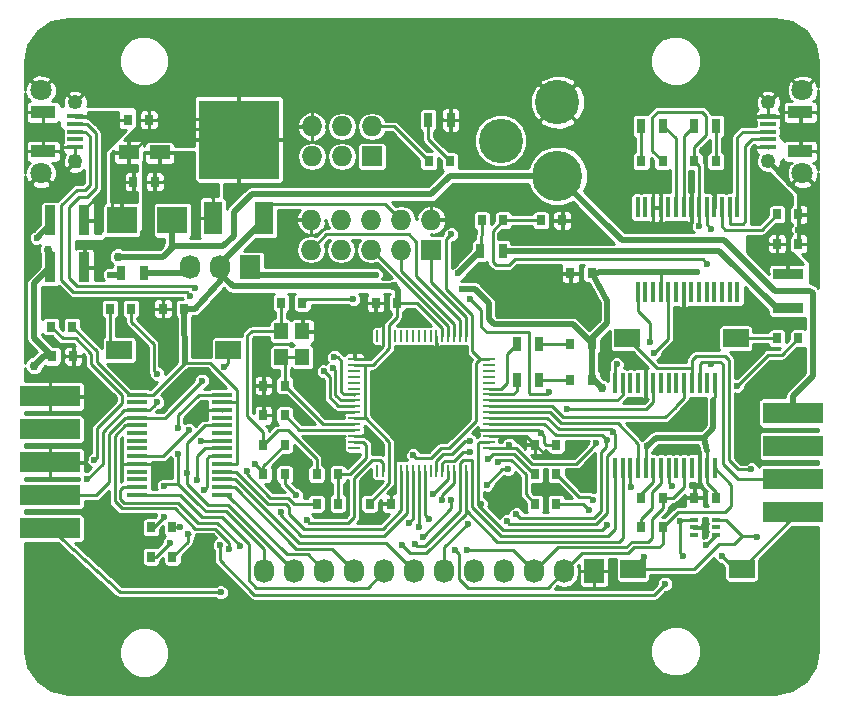
<source format=gtl>
G04 #@! TF.FileFunction,Copper,L1,Top,Signal*
%FSLAX46Y46*%
G04 Gerber Fmt 4.6, Leading zero omitted, Abs format (unit mm)*
G04 Created by KiCad (PCBNEW (2015-07-11 BZR 5925, Git c291b88)-product) date 9/14/2015 2:45:29 PM*
%MOMM*%
G01*
G04 APERTURE LIST*
%ADD10C,0.100000*%
%ADD11R,5.080000X1.778000*%
%ADD12R,0.800000X0.900000*%
%ADD13R,1.800000X1.230000*%
%ADD14R,0.900000X2.500000*%
%ADD15R,2.500000X0.900000*%
%ADD16R,1.550000X2.780000*%
%ADD17R,6.740000X6.730000*%
%ADD18R,0.749300X0.398780*%
%ADD19R,1.727200X1.727200*%
%ADD20O,1.727200X1.727200*%
%ADD21R,0.700000X1.300000*%
%ADD22R,1.727200X2.032000*%
%ADD23O,1.727200X2.032000*%
%ADD24C,1.800000*%
%ADD25R,1.350000X0.400000*%
%ADD26C,1.250000*%
%ADD27R,2.100000X1.100000*%
%ADD28R,0.250000X1.000000*%
%ADD29R,1.000000X0.250000*%
%ADD30R,0.450000X1.750000*%
%ADD31R,1.750000X0.450000*%
%ADD32R,1.200000X1.400000*%
%ADD33R,2.180000X1.600000*%
%ADD34C,3.750000*%
%ADD35C,4.250000*%
%ADD36R,2.499360X2.301240*%
%ADD37C,0.600000*%
%ADD38C,0.750000*%
%ADD39C,0.250000*%
%ADD40C,0.500000*%
%ADD41C,0.254000*%
G04 APERTURE END LIST*
D10*
D11*
X42540000Y-140206000D03*
X42540000Y-143000000D03*
X42540000Y-145794000D03*
X42540000Y-148588000D03*
X42540000Y-137412000D03*
D12*
X49100000Y-114000000D03*
X50900000Y-114000000D03*
X104100000Y-124500000D03*
X105900000Y-124500000D03*
X104100000Y-122000000D03*
X105900000Y-122000000D03*
X62400000Y-136500000D03*
X60600000Y-136500000D03*
X62400000Y-139000000D03*
X60600000Y-139000000D03*
X42700000Y-134000000D03*
X44500000Y-134000000D03*
D13*
X49190000Y-116750000D03*
X51810000Y-116750000D03*
D12*
X51400000Y-119250000D03*
X49600000Y-119250000D03*
X98900000Y-146000000D03*
X97100000Y-146000000D03*
X69600000Y-146500000D03*
X71400000Y-146500000D03*
X88400000Y-127000000D03*
X86600000Y-127000000D03*
X83600000Y-141500000D03*
X85400000Y-141500000D03*
D14*
X42550000Y-122500000D03*
X45450000Y-122500000D03*
D15*
X105000000Y-129950000D03*
X105000000Y-127050000D03*
D14*
X42550000Y-126500000D03*
X45450000Y-126500000D03*
D12*
X85400000Y-144000000D03*
X83600000Y-144000000D03*
X85400000Y-146500000D03*
X83600000Y-146500000D03*
X80900000Y-122500000D03*
X79100000Y-122500000D03*
X84100000Y-122500000D03*
X85900000Y-122500000D03*
X92600000Y-117500000D03*
X94400000Y-117500000D03*
X98900000Y-117500000D03*
X97100000Y-117500000D03*
X42600000Y-131500000D03*
X44400000Y-131500000D03*
X86600000Y-136000000D03*
X88400000Y-136000000D03*
X86600000Y-133000000D03*
X88400000Y-133000000D03*
X76400000Y-117500000D03*
X74600000Y-117500000D03*
D16*
X60680000Y-122300000D03*
D17*
X58500000Y-115665000D03*
D16*
X56320000Y-122300000D03*
D18*
X97050040Y-147849760D03*
X97050040Y-148500000D03*
X97050040Y-149150240D03*
X98949960Y-149150240D03*
X98949960Y-148500000D03*
X98949960Y-147849760D03*
D19*
X74800000Y-125000000D03*
D20*
X74800000Y-122460000D03*
X72260000Y-125000000D03*
X72260000Y-122460000D03*
X69720000Y-125000000D03*
X69720000Y-122460000D03*
X67180000Y-125000000D03*
X67180000Y-122460000D03*
X64640000Y-125000000D03*
X64640000Y-122460000D03*
D19*
X69800000Y-117100000D03*
D20*
X69800000Y-114560000D03*
X67260000Y-117100000D03*
X67260000Y-114560000D03*
X64720000Y-117100000D03*
X64720000Y-114560000D03*
D21*
X94450000Y-114500000D03*
X92550000Y-114500000D03*
X97050000Y-114500000D03*
X98950000Y-114500000D03*
X82050000Y-136000000D03*
X83950000Y-136000000D03*
X82050000Y-133000000D03*
X83950000Y-133000000D03*
X76450000Y-114000000D03*
X74550000Y-114000000D03*
X50450000Y-127000000D03*
X48550000Y-127000000D03*
X78950000Y-125100000D03*
X80850000Y-125100000D03*
D22*
X59500000Y-126500000D03*
D23*
X56960000Y-126500000D03*
X54420000Y-126500000D03*
D24*
X41762540Y-111499100D03*
D25*
X44662540Y-113699100D03*
X44662540Y-114349100D03*
X44662540Y-114999100D03*
X44662540Y-115649100D03*
X44662540Y-116299100D03*
D26*
X44662540Y-112499100D03*
X44662540Y-117499100D03*
D24*
X41762540Y-118499100D03*
D27*
X41950000Y-113350000D03*
X41950000Y-116650000D03*
D24*
X106237460Y-118500900D03*
D25*
X103337460Y-116300900D03*
X103337460Y-115650900D03*
X103337460Y-115000900D03*
X103337460Y-114350900D03*
X103337460Y-113700900D03*
D26*
X103337460Y-117500900D03*
X103337460Y-112500900D03*
D24*
X106237460Y-111500900D03*
D27*
X106050000Y-116650000D03*
X106050000Y-113350000D03*
D22*
X88600000Y-152200000D03*
D23*
X86060000Y-152200000D03*
X83520000Y-152200000D03*
X80980000Y-152200000D03*
X78440000Y-152200000D03*
X75900000Y-152200000D03*
X73360000Y-152200000D03*
X70820000Y-152200000D03*
X68280000Y-152200000D03*
X65740000Y-152200000D03*
X63200000Y-152200000D03*
X60660000Y-152200000D03*
D12*
X66900000Y-144000000D03*
X65100000Y-144000000D03*
X63900000Y-129500000D03*
X62100000Y-129500000D03*
X62400000Y-141500000D03*
X60600000Y-141500000D03*
X66900000Y-146500000D03*
X65100000Y-146500000D03*
X60600000Y-144000000D03*
X62400000Y-144000000D03*
D28*
X77750000Y-132300000D03*
X77250000Y-132300000D03*
X76750000Y-132300000D03*
X76250000Y-132300000D03*
X75750000Y-132300000D03*
X75250000Y-132300000D03*
X74750000Y-132300000D03*
X74250000Y-132300000D03*
X73750000Y-132300000D03*
X73250000Y-132300000D03*
X72750000Y-132300000D03*
X72250000Y-132300000D03*
X71750000Y-132300000D03*
X71250000Y-132300000D03*
X70750000Y-132300000D03*
X70250000Y-132300000D03*
D29*
X68300000Y-134250000D03*
X68300000Y-134750000D03*
X68300000Y-135250000D03*
X68300000Y-135750000D03*
X68300000Y-136250000D03*
X68300000Y-136750000D03*
X68300000Y-137250000D03*
X68300000Y-137750000D03*
X68300000Y-138250000D03*
X68300000Y-138750000D03*
X68300000Y-139250000D03*
X68300000Y-139750000D03*
X68300000Y-140250000D03*
X68300000Y-140750000D03*
X68300000Y-141250000D03*
X68300000Y-141750000D03*
D28*
X70250000Y-143700000D03*
X70750000Y-143700000D03*
X71250000Y-143700000D03*
X71750000Y-143700000D03*
X72250000Y-143700000D03*
X72750000Y-143700000D03*
X73250000Y-143700000D03*
X73750000Y-143700000D03*
X74250000Y-143700000D03*
X74750000Y-143700000D03*
X75250000Y-143700000D03*
X75750000Y-143700000D03*
X76250000Y-143700000D03*
X76750000Y-143700000D03*
X77250000Y-143700000D03*
X77750000Y-143700000D03*
D29*
X79700000Y-141750000D03*
X79700000Y-141250000D03*
X79700000Y-140750000D03*
X79700000Y-140250000D03*
X79700000Y-139750000D03*
X79700000Y-139250000D03*
X79700000Y-138750000D03*
X79700000Y-138250000D03*
X79700000Y-137750000D03*
X79700000Y-137250000D03*
X79700000Y-136750000D03*
X79700000Y-136250000D03*
X79700000Y-135750000D03*
X79700000Y-135250000D03*
X79700000Y-134750000D03*
X79700000Y-134250000D03*
D30*
X92275000Y-128600000D03*
X92925000Y-128600000D03*
X93575000Y-128600000D03*
X94225000Y-128600000D03*
X94875000Y-128600000D03*
X95525000Y-128600000D03*
X96175000Y-128600000D03*
X96825000Y-128600000D03*
X97475000Y-128600000D03*
X98125000Y-128600000D03*
X98775000Y-128600000D03*
X99425000Y-128600000D03*
X100075000Y-128600000D03*
X100725000Y-128600000D03*
X100725000Y-121400000D03*
X100075000Y-121400000D03*
X99425000Y-121400000D03*
X98775000Y-121400000D03*
X98125000Y-121400000D03*
X97475000Y-121400000D03*
X96825000Y-121400000D03*
X96175000Y-121400000D03*
X95525000Y-121400000D03*
X94875000Y-121400000D03*
X94225000Y-121400000D03*
X93575000Y-121400000D03*
X92925000Y-121400000D03*
X92275000Y-121400000D03*
D31*
X49900000Y-137275000D03*
X49900000Y-137925000D03*
X49900000Y-138575000D03*
X49900000Y-139225000D03*
X49900000Y-139875000D03*
X49900000Y-140525000D03*
X49900000Y-141175000D03*
X49900000Y-141825000D03*
X49900000Y-142475000D03*
X49900000Y-143125000D03*
X49900000Y-143775000D03*
X49900000Y-144425000D03*
X49900000Y-145075000D03*
X49900000Y-145725000D03*
X57100000Y-145725000D03*
X57100000Y-145075000D03*
X57100000Y-144425000D03*
X57100000Y-143775000D03*
X57100000Y-143125000D03*
X57100000Y-142475000D03*
X57100000Y-141825000D03*
X57100000Y-141175000D03*
X57100000Y-140525000D03*
X57100000Y-139875000D03*
X57100000Y-139225000D03*
X57100000Y-138575000D03*
X57100000Y-137925000D03*
X57100000Y-137275000D03*
D30*
X98825000Y-136300000D03*
X98175000Y-136300000D03*
X97525000Y-136300000D03*
X96875000Y-136300000D03*
X96225000Y-136300000D03*
X95575000Y-136300000D03*
X94925000Y-136300000D03*
X94275000Y-136300000D03*
X93625000Y-136300000D03*
X92975000Y-136300000D03*
X92325000Y-136300000D03*
X91675000Y-136300000D03*
X91025000Y-136300000D03*
X90375000Y-136300000D03*
X90375000Y-143500000D03*
X91025000Y-143500000D03*
X91675000Y-143500000D03*
X92325000Y-143500000D03*
X92975000Y-143500000D03*
X93625000Y-143500000D03*
X94275000Y-143500000D03*
X94925000Y-143500000D03*
X95575000Y-143500000D03*
X96225000Y-143500000D03*
X96875000Y-143500000D03*
X97525000Y-143500000D03*
X98175000Y-143500000D03*
X98825000Y-143500000D03*
D32*
X63900000Y-134100000D03*
X63900000Y-131900000D03*
X62100000Y-131900000D03*
X62100000Y-134100000D03*
D33*
X91897570Y-151997680D03*
X101102430Y-152002320D03*
D12*
X71900000Y-129500000D03*
X70100000Y-129500000D03*
X53900000Y-130000000D03*
X52100000Y-130000000D03*
X51100000Y-148500000D03*
X52900000Y-148500000D03*
X94400000Y-148500000D03*
X92600000Y-148500000D03*
X51100000Y-151000000D03*
X52900000Y-151000000D03*
X94400000Y-146000000D03*
X92600000Y-146000000D03*
D34*
X85500000Y-112500000D03*
D35*
X85500000Y-118740000D03*
D34*
X80700000Y-115750000D03*
D33*
X48397570Y-133497680D03*
X57602430Y-133502320D03*
X100602430Y-132502320D03*
X91397570Y-132497680D03*
D12*
X47600000Y-130000000D03*
X49400000Y-130000000D03*
X104100000Y-132500000D03*
X105900000Y-132500000D03*
D11*
X105460000Y-147191000D03*
X105460000Y-144397000D03*
X105460000Y-141603000D03*
X105460000Y-138809000D03*
D36*
X52898840Y-122500000D03*
X48601160Y-122500000D03*
D37*
X58250000Y-111250000D03*
X54250000Y-111250000D03*
X53000000Y-113000000D03*
X53000000Y-115000000D03*
X48250000Y-118500000D03*
X48250000Y-120250000D03*
X44600000Y-160500000D03*
X56700000Y-160600000D03*
X69500000Y-160700000D03*
X83600000Y-160700000D03*
X101400000Y-161500000D03*
X105600000Y-151300000D03*
X59700000Y-129100000D03*
X55200000Y-132100000D03*
X70100000Y-130900000D03*
X100900000Y-134300000D03*
X101600000Y-137500000D03*
X101600000Y-140900000D03*
X105900000Y-123300000D03*
X98900000Y-119200000D03*
X44900000Y-117800000D03*
X97900000Y-148500000D03*
X50500000Y-133600000D03*
X42600000Y-130000000D03*
X46000000Y-130100000D03*
X96200000Y-131000000D03*
X84500000Y-128000000D03*
X96300000Y-123200000D03*
X93600000Y-119400000D03*
X53000000Y-131800000D03*
X52800000Y-137400000D03*
X73400000Y-130700000D03*
X60100000Y-135100000D03*
X65300000Y-131900000D03*
X81000000Y-146000000D03*
X84300000Y-145300000D03*
X88000000Y-144400000D03*
X96300000Y-141900000D03*
X84100000Y-140500000D03*
X78600000Y-140500000D03*
X96800000Y-139100000D03*
X76300000Y-115600000D03*
X92600000Y-137800000D03*
X47100000Y-137400000D03*
X62400000Y-142800000D03*
X70300000Y-142100000D03*
X66200000Y-141900000D03*
X66100000Y-138800000D03*
X75200000Y-133700000D03*
X68900000Y-132700000D03*
X71500000Y-134800000D03*
X77500000Y-137100000D03*
X71900000Y-141900000D03*
X44900000Y-135100000D03*
X43600000Y-135100000D03*
X55300000Y-138700000D03*
X60600000Y-137700000D03*
X52000000Y-143600000D03*
X42400000Y-152200000D03*
X55900000Y-152500000D03*
X46600000Y-148500000D03*
D38*
X48300000Y-125600000D03*
X42400000Y-125000000D03*
X41200000Y-134800000D03*
D37*
X97300000Y-126900000D03*
X97500000Y-123000000D03*
X93100000Y-141600000D03*
D38*
X89300000Y-136700000D03*
X71700000Y-128100000D03*
D37*
X77400000Y-128300000D03*
X87700000Y-141400000D03*
X96100000Y-150900000D03*
X99400000Y-150900000D03*
X88200000Y-147000000D03*
X95900000Y-148000000D03*
X88500000Y-146200000D03*
X92800000Y-151000000D03*
X102400000Y-149300000D03*
X45700000Y-144400000D03*
X51600000Y-137900000D03*
X51600000Y-135500000D03*
X55400000Y-136100000D03*
X57300000Y-134900000D03*
X98500000Y-134700000D03*
X100700000Y-136500000D03*
X101900000Y-143600000D03*
X46300000Y-142800000D03*
X98100000Y-150000000D03*
X76500000Y-123700000D03*
X73300000Y-142400000D03*
X57000000Y-154000000D03*
X41400000Y-124000000D03*
X47600000Y-127100000D03*
X78100000Y-142100000D03*
X79600000Y-142700000D03*
X78100000Y-141200000D03*
X80500000Y-143000000D03*
X98500000Y-123200000D03*
X98200000Y-126200000D03*
X70100000Y-127100000D03*
X77100000Y-127000000D03*
X66600000Y-134100000D03*
X54800000Y-128200000D03*
X66500000Y-135000000D03*
X65700000Y-135300000D03*
X54400000Y-128900000D03*
X74600000Y-147800000D03*
X89700000Y-148300000D03*
X91700000Y-145100000D03*
X79000000Y-146500000D03*
X77900000Y-148200000D03*
X72300000Y-150000000D03*
X73400000Y-149900000D03*
X90500000Y-134700000D03*
X76500000Y-146200000D03*
X88800000Y-141400000D03*
X79500000Y-144900000D03*
X81300000Y-143600000D03*
X81400000Y-141500000D03*
X74100000Y-149300000D03*
X72900000Y-148100000D03*
X52200000Y-147600000D03*
X52200000Y-145000000D03*
X53400000Y-142300000D03*
X53400000Y-140100000D03*
X73800000Y-148500000D03*
X54100000Y-143900000D03*
X52700000Y-149800000D03*
X75000000Y-145700000D03*
X76800000Y-150400000D03*
X77800000Y-150400000D03*
X75700000Y-146200000D03*
X89700000Y-141100000D03*
X93700000Y-133700000D03*
X82000000Y-147400000D03*
X93300000Y-132800000D03*
X90200000Y-140400000D03*
X81200000Y-148000000D03*
X68200000Y-129200000D03*
X78100000Y-129200000D03*
X86300000Y-138500000D03*
X84800000Y-137000000D03*
X54300000Y-140300000D03*
X59900000Y-143100000D03*
X55300000Y-141200000D03*
X59200000Y-143700000D03*
X94600000Y-153300000D03*
X95200000Y-145000000D03*
X56900000Y-150000000D03*
X63400000Y-145800000D03*
X57700000Y-150300000D03*
X62100000Y-147200000D03*
X58600000Y-150100000D03*
X64300000Y-147900000D03*
X53500000Y-148500000D03*
X55000000Y-144500000D03*
X54200000Y-149100000D03*
X55600000Y-145300000D03*
D39*
X45450000Y-122500000D02*
X45450000Y-121550000D01*
X45450000Y-121550000D02*
X46250000Y-120750000D01*
X48601160Y-122500000D02*
X47750000Y-121648840D01*
X47750000Y-121648840D02*
X47750000Y-120750000D01*
X49190000Y-116750000D02*
X49500000Y-116750000D01*
X49500000Y-116750000D02*
X50500000Y-115750000D01*
X50900000Y-114000000D02*
X52000000Y-114000000D01*
X58250000Y-111250000D02*
X59750000Y-111250000D01*
X54250000Y-111750000D02*
X54250000Y-111250000D01*
X53000000Y-113000000D02*
X54250000Y-111750000D01*
X52000000Y-114000000D02*
X53000000Y-115000000D01*
X48601160Y-122500000D02*
X48601160Y-120601160D01*
X48250000Y-118500000D02*
X48500000Y-118250000D01*
X48601160Y-120601160D02*
X48250000Y-120250000D01*
X86600000Y-127000000D02*
X84600000Y-127000000D01*
X84500000Y-127100000D02*
X84500000Y-128000000D01*
X84600000Y-127000000D02*
X84500000Y-127100000D01*
X42400000Y-152200000D02*
X42400000Y-158300000D01*
X42400000Y-158300000D02*
X44600000Y-160500000D01*
X56700000Y-160600000D02*
X56800000Y-160700000D01*
X56800000Y-160700000D02*
X69500000Y-160700000D01*
X83600000Y-160700000D02*
X84400000Y-161500000D01*
X84400000Y-161500000D02*
X101400000Y-161500000D01*
X105600000Y-151300000D02*
X104900000Y-152000000D01*
X104900000Y-152000000D02*
X104600000Y-152000000D01*
X58200000Y-129100000D02*
X59700000Y-129100000D01*
X55200000Y-132100000D02*
X58200000Y-129100000D01*
X52100000Y-130000000D02*
X52100000Y-131800000D01*
X52100000Y-131800000D02*
X53000000Y-131800000D01*
X70100000Y-129500000D02*
X70100000Y-130900000D01*
X44662540Y-116299100D02*
X44662540Y-117499100D01*
X100800000Y-134200000D02*
X100600000Y-134200000D01*
X100900000Y-134300000D02*
X100800000Y-134200000D01*
X101600000Y-140900000D02*
X101600000Y-137500000D01*
X105900000Y-124500000D02*
X105900000Y-123300000D01*
X103337460Y-113700900D02*
X103337460Y-112500900D01*
X98400000Y-120000000D02*
X98400000Y-119700000D01*
X98400000Y-119700000D02*
X98900000Y-119200000D01*
X94225000Y-121400000D02*
X94225000Y-119625000D01*
X94000000Y-119400000D02*
X93600000Y-119400000D01*
X94225000Y-119625000D02*
X94000000Y-119400000D01*
X97050040Y-148500000D02*
X97900000Y-148500000D01*
X50500000Y-133600000D02*
X50500000Y-133200000D01*
X46000000Y-130000000D02*
X42600000Y-130000000D01*
X46000000Y-130100000D02*
X46000000Y-130000000D01*
X96175000Y-128600000D02*
X96175000Y-130975000D01*
X96175000Y-130975000D02*
X96200000Y-131000000D01*
X98775000Y-120375000D02*
X98775000Y-121400000D01*
X98400000Y-120000000D02*
X98775000Y-120375000D01*
X96825000Y-121400000D02*
X96825000Y-122675000D01*
X96825000Y-122675000D02*
X96300000Y-123200000D01*
X93575000Y-121400000D02*
X93575000Y-119425000D01*
X93575000Y-119425000D02*
X93600000Y-119400000D01*
X52800000Y-137400000D02*
X53300000Y-136900000D01*
X73200000Y-130900000D02*
X72700000Y-130900000D01*
X73400000Y-130700000D02*
X73200000Y-130900000D01*
X60600000Y-136500000D02*
X60600000Y-135000000D01*
X60500000Y-135100000D02*
X60100000Y-135100000D01*
X60600000Y-135000000D02*
X60500000Y-135100000D01*
X63900000Y-131900000D02*
X65300000Y-131900000D01*
X81000000Y-146000000D02*
X81300000Y-146300000D01*
X84200000Y-145200000D02*
X84100000Y-145200000D01*
X84300000Y-145300000D02*
X84200000Y-145200000D01*
X88400000Y-144000000D02*
X88400000Y-143700000D01*
X88000000Y-144400000D02*
X88400000Y-144000000D01*
X68300000Y-134250000D02*
X69650000Y-134250000D01*
X70750000Y-133150000D02*
X70500000Y-133400000D01*
X70750000Y-133150000D02*
X70750000Y-132300000D01*
X69650000Y-134250000D02*
X70500000Y-133400000D01*
X71400000Y-146500000D02*
X71400000Y-145400000D01*
X71750000Y-145050000D02*
X71750000Y-143700000D01*
X71400000Y-145400000D02*
X71750000Y-145050000D01*
X97525000Y-143500000D02*
X97525000Y-144675000D01*
X97100000Y-145100000D02*
X97100000Y-146000000D01*
X97525000Y-144675000D02*
X97100000Y-145100000D01*
X97525000Y-143500000D02*
X97525000Y-142325000D01*
X97100000Y-141900000D02*
X96300000Y-141900000D01*
X97525000Y-142325000D02*
X97100000Y-141900000D01*
X79700000Y-140250000D02*
X83850000Y-140250000D01*
X83850000Y-140250000D02*
X84100000Y-140500000D01*
X85400000Y-141500000D02*
X84500000Y-141500000D01*
X84500000Y-141500000D02*
X84400000Y-141400000D01*
X84400000Y-141400000D02*
X84400000Y-140800000D01*
X84400000Y-140800000D02*
X84100000Y-140500000D01*
X79700000Y-140250000D02*
X78850000Y-140250000D01*
X78850000Y-140250000D02*
X78600000Y-140500000D01*
X96300000Y-139600000D02*
X96200000Y-139600000D01*
X96800000Y-139100000D02*
X96300000Y-139600000D01*
X68300000Y-134250000D02*
X68300000Y-133300000D01*
X68300000Y-133300000D02*
X68900000Y-132700000D01*
X75250000Y-132300000D02*
X75250000Y-133650000D01*
X75250000Y-133650000D02*
X75200000Y-133700000D01*
X70600000Y-131100000D02*
X70100000Y-130600000D01*
X70100000Y-130600000D02*
X70100000Y-129500000D01*
X70750000Y-132300000D02*
X70750000Y-131250000D01*
X70750000Y-131250000D02*
X70600000Y-131100000D01*
X57000000Y-115665000D02*
X56065000Y-116600000D01*
X57000000Y-115665000D02*
X55235000Y-113900000D01*
X55235000Y-113900000D02*
X52600000Y-113900000D01*
X57000000Y-115665000D02*
X56135000Y-114800000D01*
X56135000Y-114800000D02*
X52500000Y-114800000D01*
X76450000Y-114000000D02*
X76450000Y-115450000D01*
X76450000Y-115450000D02*
X76300000Y-115600000D01*
X92975000Y-136300000D02*
X92975000Y-137425000D01*
X92975000Y-137425000D02*
X92600000Y-137800000D01*
X47100000Y-137400000D02*
X47800000Y-137500000D01*
X62400000Y-142800000D02*
X62900000Y-142800000D01*
X68300000Y-140750000D02*
X69550000Y-140750000D01*
X70300000Y-141500000D02*
X70300000Y-142100000D01*
X69550000Y-140750000D02*
X70300000Y-141500000D01*
X66200000Y-141900000D02*
X66200000Y-142000000D01*
X68300000Y-138750000D02*
X66150000Y-138750000D01*
X66150000Y-138750000D02*
X66100000Y-138800000D01*
X75200000Y-134800000D02*
X75200000Y-133700000D01*
X71750000Y-143700000D02*
X71750000Y-142050000D01*
X75200000Y-134800000D02*
X71500000Y-134800000D01*
X77500000Y-137100000D02*
X75200000Y-134800000D01*
X71750000Y-142050000D02*
X71900000Y-141900000D01*
X42540000Y-137412000D02*
X42540000Y-135460000D01*
X44900000Y-135100000D02*
X44900000Y-135200000D01*
X42900000Y-135100000D02*
X43600000Y-135100000D01*
X42540000Y-135460000D02*
X42900000Y-135100000D01*
X57100000Y-138575000D02*
X55425000Y-138575000D01*
X55425000Y-138575000D02*
X55300000Y-138700000D01*
X49900000Y-143125000D02*
X51525000Y-143125000D01*
X51525000Y-143125000D02*
X52000000Y-143600000D01*
X60600000Y-139000000D02*
X60600000Y-137700000D01*
X42700000Y-152500000D02*
X43500000Y-152500000D01*
X42400000Y-152200000D02*
X42700000Y-152500000D01*
X50600000Y-152500000D02*
X55900000Y-152500000D01*
X46600000Y-148500000D02*
X50600000Y-152500000D01*
X99425000Y-121400000D02*
X99425000Y-123025000D01*
X102800000Y-123300000D02*
X104100000Y-122000000D01*
X99700000Y-123300000D02*
X102800000Y-123300000D01*
X99425000Y-123025000D02*
X99700000Y-123300000D01*
D40*
X52898840Y-122500000D02*
X52898840Y-124801160D01*
X52750000Y-124750000D02*
X52750000Y-124950000D01*
X52847680Y-124750000D02*
X52750000Y-124750000D01*
X52898840Y-124801160D02*
X52847680Y-124750000D01*
X53000000Y-124700000D02*
X52750000Y-124950000D01*
X52750000Y-124950000D02*
X52100000Y-125600000D01*
X52100000Y-125600000D02*
X48300000Y-125600000D01*
X105000000Y-128500000D02*
X103900000Y-128500000D01*
X99600000Y-124200000D02*
X99400000Y-124200000D01*
X103900000Y-128500000D02*
X99600000Y-124200000D01*
X85500000Y-118740000D02*
X76360000Y-118740000D01*
X76360000Y-118740000D02*
X74800000Y-120300000D01*
X99400000Y-124200000D02*
X90960000Y-124200000D01*
X90960000Y-124200000D02*
X85500000Y-118740000D01*
X74800000Y-120300000D02*
X59600000Y-120300000D01*
X59600000Y-120300000D02*
X58100000Y-121800000D01*
X58100000Y-121800000D02*
X58100000Y-123800000D01*
X58100000Y-123800000D02*
X57200000Y-124700000D01*
X57200000Y-124700000D02*
X53000000Y-124700000D01*
X42550000Y-125150000D02*
X42550000Y-126500000D01*
X42400000Y-125000000D02*
X42550000Y-125150000D01*
X106900000Y-128500000D02*
X107100000Y-128700000D01*
X105000000Y-128500000D02*
X106900000Y-128500000D01*
X105460000Y-137340000D02*
X107100000Y-135700000D01*
X105460000Y-137340000D02*
X105460000Y-138809000D01*
X107100000Y-135700000D02*
X107100000Y-128700000D01*
X42700000Y-134000000D02*
X41200000Y-132500000D01*
X41200000Y-132500000D02*
X41200000Y-127850000D01*
X41200000Y-127850000D02*
X42550000Y-126500000D01*
X42000000Y-134000000D02*
X42700000Y-134000000D01*
X41200000Y-134800000D02*
X42000000Y-134000000D01*
D39*
X54000000Y-134550000D02*
X53950000Y-134550000D01*
X53950000Y-134550000D02*
X51225000Y-137275000D01*
X54000000Y-134550000D02*
X56050000Y-134550000D01*
X58400000Y-136900000D02*
X58400000Y-137000000D01*
X56050000Y-134550000D02*
X58400000Y-136900000D01*
D40*
X94300000Y-126900000D02*
X97300000Y-126900000D01*
D39*
X97500000Y-123000000D02*
X97475000Y-122975000D01*
X97475000Y-122975000D02*
X97475000Y-121400000D01*
D40*
X93100000Y-141600000D02*
X93800000Y-140900000D01*
X98700000Y-140100000D02*
X98700000Y-137700000D01*
X97900000Y-140900000D02*
X98700000Y-140100000D01*
X93800000Y-140900000D02*
X97900000Y-140900000D01*
D39*
X93100000Y-141600000D02*
X92975000Y-141725000D01*
X92975000Y-141725000D02*
X92975000Y-141925000D01*
D40*
X88400000Y-136000000D02*
X88600000Y-136000000D01*
X88600000Y-136000000D02*
X89300000Y-136700000D01*
X60600000Y-128100000D02*
X71700000Y-128100000D01*
X59300000Y-128100000D02*
X58000000Y-128100000D01*
X60600000Y-128100000D02*
X59300000Y-128100000D01*
X58000000Y-128100000D02*
X56960000Y-127060000D01*
X71700000Y-128100000D02*
X72000000Y-128400000D01*
X53900000Y-130000000D02*
X54800000Y-130000000D01*
X54800000Y-130000000D02*
X57000208Y-127593555D01*
X57000208Y-127593555D02*
X56960000Y-126500000D01*
X56960000Y-126500000D02*
X56960000Y-126240000D01*
X56960000Y-126240000D02*
X60680000Y-122520000D01*
X60680000Y-122520000D02*
X60680000Y-122300000D01*
D39*
X97100000Y-117500000D02*
X97100000Y-116300000D01*
X93500000Y-116600000D02*
X94400000Y-117500000D01*
X93500000Y-113800000D02*
X93500000Y-116600000D01*
X94000000Y-113300000D02*
X93500000Y-113800000D01*
X97700000Y-113300000D02*
X94000000Y-113300000D01*
X98100000Y-113700000D02*
X97700000Y-113300000D01*
X98100000Y-115300000D02*
X98100000Y-113700000D01*
X97100000Y-116300000D02*
X98100000Y-115300000D01*
X97475000Y-119200000D02*
X97475000Y-117875000D01*
X97475000Y-117875000D02*
X97100000Y-117500000D01*
X97475000Y-121400000D02*
X97475000Y-119200000D01*
X49900000Y-137275000D02*
X51225000Y-137275000D01*
X98825000Y-136300000D02*
X98825000Y-137375000D01*
X98825000Y-137375000D02*
X98700000Y-137700000D01*
X94225000Y-128600000D02*
X94225000Y-126900000D01*
D40*
X89500000Y-126900000D02*
X88400000Y-127000000D01*
X89500000Y-126900000D02*
X94300000Y-126900000D01*
D39*
X94225000Y-126900000D02*
X94300000Y-126900000D01*
D40*
X88400000Y-133000000D02*
X88400000Y-132500000D01*
X89700000Y-129300000D02*
X88400000Y-127000000D01*
X89700000Y-131200000D02*
X89700000Y-129300000D01*
X88400000Y-132500000D02*
X89700000Y-131200000D01*
X88400000Y-133000000D02*
X88400000Y-136000000D01*
X88400000Y-133000000D02*
X88400000Y-132900000D01*
X88400000Y-132900000D02*
X86800000Y-131300000D01*
X78500000Y-128300000D02*
X77400000Y-128300000D01*
X79700000Y-129500000D02*
X78500000Y-128300000D01*
X79700000Y-130900000D02*
X79700000Y-129500000D01*
X80100000Y-131300000D02*
X79700000Y-130900000D01*
X84200000Y-131300000D02*
X80100000Y-131300000D01*
X84200000Y-131300000D02*
X84200000Y-131300000D01*
X86800000Y-131300000D02*
X84200000Y-131300000D01*
D39*
X58400000Y-137000000D02*
X58400000Y-138000000D01*
D40*
X53950000Y-134550000D02*
X53900000Y-130000000D01*
D39*
X47000000Y-135000000D02*
X46500000Y-134500000D01*
X46500000Y-134500000D02*
X46500000Y-133600000D01*
X46500000Y-133600000D02*
X44400000Y-131500000D01*
X49900000Y-137275000D02*
X49275000Y-137275000D01*
X49275000Y-137275000D02*
X47000000Y-135000000D01*
X47000000Y-135000000D02*
X46950002Y-135000000D01*
D40*
X56960000Y-127060000D02*
X56960000Y-126500000D01*
D39*
X69200000Y-139200000D02*
X71250000Y-141250000D01*
X71250000Y-141250000D02*
X71250000Y-143700000D01*
X69200000Y-139250000D02*
X69200000Y-139200000D01*
X69200000Y-139200000D02*
X69200000Y-134750000D01*
X69200000Y-134750000D02*
X69200000Y-134800000D01*
X69200000Y-134800000D02*
X69200000Y-134750000D01*
X71250000Y-143700000D02*
X71250000Y-144750000D01*
X71250000Y-144750000D02*
X69600000Y-146400000D01*
X69600000Y-146400000D02*
X69600000Y-146500000D01*
X98900000Y-146000000D02*
X98900000Y-145500000D01*
X98175000Y-144775000D02*
X98175000Y-143500000D01*
X98900000Y-145500000D02*
X98175000Y-144775000D01*
X58400000Y-139100000D02*
X58400000Y-143125000D01*
X58400000Y-139100000D02*
X58400000Y-138000000D01*
X57100000Y-143125000D02*
X58400000Y-143125000D01*
X88400000Y-135900000D02*
X88500000Y-136000000D01*
X58325000Y-137925000D02*
X57100000Y-137925000D01*
X58400000Y-138000000D02*
X58325000Y-137925000D01*
X49900000Y-137275000D02*
X50625000Y-137275000D01*
X83600000Y-141500000D02*
X84500000Y-142400000D01*
X86700000Y-142400000D02*
X87700000Y-141400000D01*
X84500000Y-142400000D02*
X86700000Y-142400000D01*
D40*
X72000000Y-129400000D02*
X72000000Y-128400000D01*
D39*
X71900000Y-129500000D02*
X72000000Y-129400000D01*
X72260000Y-122460000D02*
X70900000Y-121100000D01*
X70900000Y-121100000D02*
X60380000Y-121100000D01*
X74600000Y-117500000D02*
X71660000Y-114560000D01*
X71660000Y-114560000D02*
X69800000Y-114560000D01*
X75750000Y-132300000D02*
X75750000Y-131650000D01*
X75750000Y-131650000D02*
X73600000Y-129500000D01*
X73600000Y-129500000D02*
X71900000Y-129500000D01*
X68300000Y-134750000D02*
X69200000Y-134750000D01*
X69200000Y-134750000D02*
X69850000Y-134750000D01*
X71250000Y-133350000D02*
X71250000Y-132300000D01*
X69850000Y-134750000D02*
X71250000Y-133350000D01*
X71900000Y-129500000D02*
X71900000Y-130700000D01*
X71900000Y-130700000D02*
X71250000Y-131350000D01*
X71250000Y-131350000D02*
X71250000Y-132300000D01*
X92975000Y-143500000D02*
X92975000Y-141925000D01*
X98175000Y-142075000D02*
X98175000Y-143500000D01*
D40*
X97900000Y-140900000D02*
X98175000Y-142075000D01*
D39*
X69200000Y-139250000D02*
X68300000Y-139250000D01*
X79700000Y-140750000D02*
X82850000Y-140750000D01*
X82850000Y-140750000D02*
X83600000Y-141500000D01*
X95900000Y-149700000D02*
X95900000Y-150700000D01*
X95900000Y-150700000D02*
X96100000Y-150900000D01*
X95900000Y-149700000D02*
X95900000Y-149700000D01*
X95900000Y-148000000D02*
X95900000Y-149700000D01*
X99400000Y-150900000D02*
X100502320Y-152002320D01*
X100502320Y-152002320D02*
X101102430Y-152002320D01*
X100502320Y-152002320D02*
X101102430Y-152002320D01*
X105460000Y-147644750D02*
X101102430Y-152002320D01*
X87700000Y-146500000D02*
X87000000Y-146500000D01*
X88200000Y-147000000D02*
X87700000Y-146500000D01*
X85400000Y-146500000D02*
X87000000Y-146500000D01*
X87000000Y-146500000D02*
X87000000Y-146500000D01*
X95900000Y-148000000D02*
X96050240Y-147849760D01*
X96050240Y-147849760D02*
X97050040Y-147849760D01*
X105460000Y-147191000D02*
X105460000Y-147644750D01*
X93700000Y-151997680D02*
X97102320Y-151997680D01*
X97102320Y-151997680D02*
X97100000Y-152000000D01*
X98050000Y-151050000D02*
X99200000Y-149900000D01*
X100404860Y-149900000D02*
X101102430Y-149202430D01*
X99200000Y-149900000D02*
X100404860Y-149900000D01*
X91897570Y-151997680D02*
X93700000Y-151997680D01*
X97100000Y-152000000D02*
X98050000Y-151050000D01*
X98050000Y-151050000D02*
X98100000Y-151000000D01*
X87300000Y-145900000D02*
X88200000Y-145900000D01*
X88200000Y-145900000D02*
X88500000Y-146200000D01*
X85400000Y-144000000D02*
X87300000Y-145900000D01*
X92800000Y-151000000D02*
X91897570Y-151902430D01*
X91897570Y-151902430D02*
X91897570Y-151997680D01*
X99749760Y-147849760D02*
X101102430Y-149202430D01*
X98949960Y-147849760D02*
X99749760Y-147849760D01*
X85400000Y-144000000D02*
X85500000Y-144000000D01*
X102302430Y-149202430D02*
X101102430Y-149202430D01*
X102400000Y-149300000D02*
X102302430Y-149202430D01*
X49400000Y-130000000D02*
X49400000Y-131100000D01*
X49400000Y-131100000D02*
X51300000Y-133000000D01*
X45700000Y-144400000D02*
X47000000Y-143100000D01*
X51300000Y-138200000D02*
X51600000Y-137900000D01*
X51300000Y-135100000D02*
X51300000Y-133000000D01*
X50925000Y-138575000D02*
X51300000Y-138200000D01*
X49900000Y-138575000D02*
X50925000Y-138575000D01*
X51600000Y-135500000D02*
X51300000Y-135200000D01*
X51300000Y-135200000D02*
X51300000Y-135100000D01*
X47000000Y-143100000D02*
X47000000Y-140400000D01*
X48825000Y-138575000D02*
X49900000Y-138575000D01*
X47000000Y-140400000D02*
X48825000Y-138575000D01*
X42540000Y-145794000D02*
X46406000Y-145794000D01*
X47500000Y-144700000D02*
X47500000Y-144000000D01*
X46406000Y-145794000D02*
X47500000Y-144700000D01*
X49900000Y-139225000D02*
X52275000Y-139225000D01*
X52275000Y-139225000D02*
X55400000Y-136100000D01*
X57300000Y-134900000D02*
X57602430Y-134597570D01*
X57602430Y-134597570D02*
X57602430Y-133502320D01*
X49900000Y-139225000D02*
X48875000Y-139225000D01*
X47500000Y-140600000D02*
X47500000Y-144000000D01*
X48875000Y-139225000D02*
X47500000Y-140600000D01*
X42540000Y-145794000D02*
X44706000Y-145794000D01*
X98500000Y-134500000D02*
X98500000Y-134700000D01*
X97525000Y-136300000D02*
X97525000Y-134675000D01*
X99500000Y-134700000D02*
X99500000Y-135300000D01*
X99300000Y-134500000D02*
X99500000Y-134700000D01*
X97700000Y-134500000D02*
X98500000Y-134500000D01*
X98500000Y-134500000D02*
X99300000Y-134500000D01*
X97525000Y-134675000D02*
X97700000Y-134500000D01*
X105460000Y-144397000D02*
X100797000Y-144397000D01*
X99500000Y-143100000D02*
X99500000Y-141500000D01*
X100797000Y-144397000D02*
X99500000Y-143100000D01*
X101700000Y-135500000D02*
X103300000Y-133900000D01*
X103300000Y-133900000D02*
X104500000Y-133900000D01*
X104500000Y-133900000D02*
X105900000Y-132500000D01*
X100700000Y-136500000D02*
X101700000Y-135500000D01*
X99500000Y-135300000D02*
X99500000Y-138900000D01*
X99500000Y-138900000D02*
X99500000Y-141500000D01*
X96875000Y-135025000D02*
X96875000Y-134325000D01*
X100000000Y-134300000D02*
X100000000Y-135100000D01*
X99700000Y-134000000D02*
X100000000Y-134300000D01*
X97200000Y-134000000D02*
X99700000Y-134000000D01*
X96875000Y-134325000D02*
X97200000Y-134000000D01*
X100000000Y-141000000D02*
X100000000Y-135100000D01*
X100000000Y-142800000D02*
X100000000Y-141000000D01*
X100800000Y-143600000D02*
X100000000Y-142800000D01*
X101900000Y-143600000D02*
X100800000Y-143600000D01*
X96875000Y-135025000D02*
X93924890Y-135025000D01*
X93924890Y-135025000D02*
X91397570Y-132497680D01*
X96875000Y-135025000D02*
X96875000Y-136300000D01*
X48600000Y-137400000D02*
X48600000Y-137300000D01*
X46300000Y-142800000D02*
X46500000Y-142600000D01*
X46500000Y-142600000D02*
X46500000Y-140100000D01*
X46500000Y-140100000D02*
X48600000Y-138000000D01*
X48600000Y-138000000D02*
X48600000Y-137400000D01*
X43600000Y-132500000D02*
X42600000Y-131500000D01*
X44700000Y-132500000D02*
X43600000Y-132500000D01*
X46000000Y-133800000D02*
X44700000Y-132500000D01*
X46000000Y-134700000D02*
X46000000Y-133800000D01*
X48600000Y-137300000D02*
X46000000Y-134700000D01*
X98949960Y-149150240D02*
X98949760Y-149150240D01*
X98949760Y-149150240D02*
X98100000Y-150000000D01*
X98849760Y-149150240D02*
X98949960Y-149150240D01*
X76800000Y-141300000D02*
X76300000Y-141800000D01*
X73500000Y-142600000D02*
X73300000Y-142400000D01*
X74800000Y-142600000D02*
X73500000Y-142600000D01*
X75600000Y-141800000D02*
X74800000Y-142600000D01*
X76300000Y-141800000D02*
X75600000Y-141800000D01*
X79700000Y-134250000D02*
X78950000Y-134250000D01*
X78950000Y-134250000D02*
X78300000Y-133600000D01*
X76100000Y-124100000D02*
X76500000Y-123700000D01*
X76100000Y-128300000D02*
X76100000Y-124100000D01*
X78300000Y-130500000D02*
X76100000Y-128300000D01*
X78300000Y-133600000D02*
X78300000Y-130500000D01*
X78600000Y-139500000D02*
X76800000Y-141300000D01*
X78950000Y-134250000D02*
X78600000Y-134600000D01*
X78600000Y-134600000D02*
X78600000Y-139500000D01*
X48452000Y-154000000D02*
X42540000Y-148588000D01*
X57000000Y-154000000D02*
X48452000Y-154000000D01*
X62100000Y-134100000D02*
X63900000Y-134100000D01*
X62400000Y-136500000D02*
X62400000Y-134400000D01*
X62400000Y-134400000D02*
X62100000Y-134100000D01*
X68300000Y-139750000D02*
X65650000Y-139750000D01*
X65650000Y-139750000D02*
X62400000Y-136500000D01*
X62400000Y-139000000D02*
X63650000Y-140250000D01*
X63650000Y-140250000D02*
X68300000Y-140250000D01*
D40*
X48550000Y-127000000D02*
X48550000Y-127150000D01*
X48550000Y-127150000D02*
X47600000Y-127100000D01*
X41400000Y-124000000D02*
X42550000Y-122850000D01*
X42550000Y-122850000D02*
X42550000Y-122500000D01*
X105000000Y-129950000D02*
X104050000Y-129950000D01*
X104050000Y-129950000D02*
X99200000Y-125100000D01*
X82850000Y-125100000D02*
X80850000Y-125100000D01*
X99200000Y-125100000D02*
X82850000Y-125100000D01*
D39*
X105000000Y-129950000D02*
X103950000Y-129950000D01*
X76750000Y-142850000D02*
X75950000Y-142850000D01*
X76750000Y-142850000D02*
X77500000Y-142100000D01*
X77500000Y-142100000D02*
X78100000Y-142100000D01*
X79600000Y-142700000D02*
X80000000Y-142300000D01*
X80000000Y-142300000D02*
X81800000Y-142300000D01*
X83500000Y-144000000D02*
X81800000Y-142300000D01*
X75750000Y-143050000D02*
X75750000Y-143700000D01*
X75950000Y-142850000D02*
X75750000Y-143050000D01*
X83500000Y-144000000D02*
X83600000Y-144000000D01*
X77700000Y-141200000D02*
X76600000Y-142300000D01*
X77700000Y-141200000D02*
X78100000Y-141200000D01*
X80500000Y-143000000D02*
X80700000Y-142800000D01*
X80700000Y-142800000D02*
X81600000Y-142800000D01*
X81600000Y-142800000D02*
X82800000Y-144000000D01*
X82800000Y-144000000D02*
X82800000Y-145700000D01*
X83600000Y-146500000D02*
X82800000Y-145700000D01*
X75250000Y-142850000D02*
X75250000Y-143700000D01*
X75800000Y-142300000D02*
X75250000Y-142850000D01*
X76600000Y-142300000D02*
X75800000Y-142300000D01*
X80900000Y-122500000D02*
X80000000Y-123400000D01*
X98125000Y-122825000D02*
X98125000Y-121400000D01*
X98500000Y-123200000D02*
X98125000Y-122825000D01*
X97800000Y-125800000D02*
X98200000Y-126200000D01*
X81900000Y-125800000D02*
X97800000Y-125800000D01*
X81400000Y-126300000D02*
X81900000Y-125800000D01*
X80300000Y-126300000D02*
X81400000Y-126300000D01*
X80000000Y-126000000D02*
X80300000Y-126300000D01*
X80000000Y-123400000D02*
X80000000Y-126000000D01*
X80900000Y-122500000D02*
X84100000Y-122500000D01*
D40*
X70100000Y-127100000D02*
X60100000Y-127100000D01*
X60100000Y-127100000D02*
X59500000Y-126500000D01*
X78950000Y-125100000D02*
X77100000Y-127000000D01*
D39*
X78950000Y-125100000D02*
X79000000Y-125100000D01*
X79000000Y-125100000D02*
X79100000Y-122500000D01*
X92600000Y-117500000D02*
X92600000Y-114550000D01*
X92600000Y-114550000D02*
X92550000Y-114500000D01*
X98900000Y-117500000D02*
X98900000Y-114550000D01*
X98900000Y-114550000D02*
X98950000Y-114500000D01*
X83950000Y-136000000D02*
X86600000Y-136000000D01*
X83950000Y-133000000D02*
X86600000Y-133000000D01*
X74550000Y-114000000D02*
X74550000Y-115650000D01*
X74550000Y-115650000D02*
X76400000Y-117500000D01*
X68300000Y-137250000D02*
X67450000Y-137250000D01*
X66900000Y-134100000D02*
X66600000Y-134100000D01*
X67200000Y-134400000D02*
X66900000Y-134100000D01*
X67200000Y-137000000D02*
X67200000Y-134400000D01*
X67450000Y-137250000D02*
X67200000Y-137000000D01*
X54420000Y-126500000D02*
X54900000Y-126500000D01*
X68300000Y-137299998D02*
X68300000Y-137250000D01*
D40*
X50450000Y-127000000D02*
X53920000Y-127000000D01*
D39*
X53920000Y-127000000D02*
X54420000Y-126500000D01*
X77750000Y-132300000D02*
X77750000Y-130650000D01*
X74800000Y-127700000D02*
X74800000Y-125000000D01*
X77750000Y-130650000D02*
X74800000Y-127700000D01*
X76750000Y-132300000D02*
X76750000Y-131250000D01*
X72260000Y-126760000D02*
X72260000Y-125000000D01*
X76750000Y-131250000D02*
X72260000Y-126760000D01*
X76250000Y-132300000D02*
X76250000Y-131450000D01*
X76250000Y-131450000D02*
X69800000Y-125000000D01*
X69800000Y-125000000D02*
X69720000Y-125000000D01*
X77250000Y-132300000D02*
X77250000Y-130950000D01*
X65940000Y-123700000D02*
X64640000Y-125000000D01*
X72900000Y-123700000D02*
X65940000Y-123700000D01*
X73500000Y-124300000D02*
X72900000Y-123700000D01*
X73500000Y-127200000D02*
X73500000Y-124300000D01*
X77250000Y-130950000D02*
X73500000Y-127200000D01*
X95525000Y-121400000D02*
X95525000Y-115575000D01*
X95525000Y-115575000D02*
X94450000Y-114500000D01*
X96175000Y-121400000D02*
X96175000Y-115375000D01*
X96175000Y-115375000D02*
X97050000Y-114500000D01*
X79700000Y-137250000D02*
X81750000Y-137250000D01*
X82050000Y-136950000D02*
X82050000Y-136000000D01*
X81750000Y-137250000D02*
X82050000Y-136950000D01*
X79700000Y-136750000D02*
X80750000Y-136750000D01*
X81200000Y-133850000D02*
X82050000Y-133000000D01*
X81200000Y-136300000D02*
X81200000Y-133850000D01*
X80750000Y-136750000D02*
X81200000Y-136300000D01*
X45700000Y-128100000D02*
X54700000Y-128100000D01*
X54700000Y-128100000D02*
X54800000Y-128200000D01*
X44800000Y-128100000D02*
X44100000Y-127400000D01*
X45700000Y-128100000D02*
X44800000Y-128100000D01*
X46400000Y-117800000D02*
X46400000Y-119800000D01*
X44100000Y-127400000D02*
X44100000Y-121400000D01*
X44100000Y-121400000D02*
X45000000Y-120500000D01*
X45000000Y-120500000D02*
X45700000Y-120500000D01*
X45700000Y-120500000D02*
X46400000Y-119800000D01*
X67150000Y-137750000D02*
X66750000Y-137350000D01*
X68300000Y-137750000D02*
X67150000Y-137750000D01*
X66700000Y-137300000D02*
X66700000Y-135200000D01*
X66700000Y-135200000D02*
X66500000Y-135000000D01*
X66750000Y-137350000D02*
X66700000Y-137300000D01*
X45649100Y-114349100D02*
X46400000Y-115100000D01*
X46400000Y-115100000D02*
X46400000Y-117800000D01*
X45649100Y-114349100D02*
X44662540Y-114349100D01*
X47400000Y-128600000D02*
X54100000Y-128600000D01*
X54100000Y-128600000D02*
X54400000Y-128900000D01*
X43500000Y-127200000D02*
X43500000Y-127600000D01*
X43500000Y-127600000D02*
X44500000Y-128600000D01*
X66200000Y-137500000D02*
X66200000Y-135800000D01*
X66200000Y-135800000D02*
X65700000Y-135300000D01*
X68300000Y-138250000D02*
X66950000Y-138250000D01*
X66200000Y-137500000D02*
X66950000Y-138250000D01*
X44500000Y-128600000D02*
X47400000Y-128600000D01*
X45900000Y-117500000D02*
X45900000Y-119500000D01*
X43500000Y-121200000D02*
X43500000Y-127200000D01*
X44800000Y-119900000D02*
X43500000Y-121200000D01*
X45500000Y-119900000D02*
X44800000Y-119900000D01*
X45900000Y-119500000D02*
X45500000Y-119900000D01*
X45900000Y-115400000D02*
X45499100Y-114999100D01*
X45499100Y-114999100D02*
X44662540Y-114999100D01*
X45900000Y-117500000D02*
X45900000Y-115400000D01*
X103337460Y-115650900D02*
X101949100Y-115650900D01*
X101400000Y-116200000D02*
X101400000Y-122600000D01*
X101949100Y-115650900D02*
X101400000Y-116200000D01*
X100075000Y-122775000D02*
X100075000Y-121400000D01*
X100100000Y-122800000D02*
X100075000Y-122775000D01*
X101200000Y-122800000D02*
X100100000Y-122800000D01*
X101400000Y-122600000D02*
X101200000Y-122800000D01*
X103337460Y-115000900D02*
X101199100Y-115000900D01*
X100725000Y-115475000D02*
X100725000Y-121400000D01*
X101199100Y-115000900D02*
X100725000Y-115475000D01*
X74250000Y-143700000D02*
X74250000Y-147450000D01*
X74250000Y-147450000D02*
X74600000Y-147800000D01*
X57100000Y-144425000D02*
X58225000Y-144425000D01*
X70960000Y-149800000D02*
X73360000Y-152200000D01*
X63600000Y-149800000D02*
X70960000Y-149800000D01*
X58225000Y-144425000D02*
X63600000Y-149800000D01*
X87800000Y-148700000D02*
X89300000Y-148700000D01*
X89300000Y-148700000D02*
X89700000Y-148300000D01*
X87300000Y-148700000D02*
X87800000Y-148700000D01*
X91675000Y-145075000D02*
X91675000Y-143500000D01*
X91700000Y-145100000D02*
X91675000Y-145075000D01*
X75900000Y-152200000D02*
X75900000Y-150200000D01*
X78900000Y-146400000D02*
X78800000Y-146400000D01*
X79000000Y-146500000D02*
X78900000Y-146400000D01*
X75900000Y-150200000D02*
X77900000Y-148200000D01*
X78950000Y-141250000D02*
X79700000Y-141250000D01*
X78800000Y-141400000D02*
X78950000Y-141250000D01*
X78800000Y-146600000D02*
X78800000Y-146400000D01*
X78800000Y-146400000D02*
X78800000Y-141400000D01*
X80900000Y-148700000D02*
X78800000Y-146600000D01*
X87300000Y-148700000D02*
X80900000Y-148700000D01*
X91025000Y-145675000D02*
X91025000Y-149375000D01*
X90700000Y-149700000D02*
X88400000Y-149700000D01*
X91025000Y-149375000D02*
X90700000Y-149700000D01*
X91025000Y-143500000D02*
X91025000Y-145675000D01*
X77750000Y-147050000D02*
X77750000Y-147350000D01*
X77750000Y-147350000D02*
X74400000Y-150700000D01*
X72300000Y-150000000D02*
X73000000Y-150700000D01*
X73000000Y-150700000D02*
X74400000Y-150700000D01*
X88400000Y-149700000D02*
X80400000Y-149700000D01*
X77750000Y-147050000D02*
X77750000Y-143700000D01*
X80400000Y-149700000D02*
X77750000Y-147050000D01*
X57100000Y-145075000D02*
X58175000Y-145075000D01*
X66380000Y-150300000D02*
X68280000Y-152200000D01*
X63400000Y-150300000D02*
X66380000Y-150300000D01*
X58175000Y-145075000D02*
X63400000Y-150300000D01*
X88200000Y-149200000D02*
X89800000Y-149200000D01*
X90375000Y-148625000D02*
X90375000Y-145625000D01*
X89800000Y-149200000D02*
X90375000Y-148625000D01*
X90375000Y-143500000D02*
X90375000Y-145625000D01*
X77250000Y-147150000D02*
X77200000Y-147200000D01*
X77250000Y-147150000D02*
X77250000Y-143700000D01*
X74300000Y-150100000D02*
X77200000Y-147200000D01*
X73600000Y-150100000D02*
X74300000Y-150100000D01*
X73400000Y-149900000D02*
X73600000Y-150100000D01*
X88200000Y-149200000D02*
X80700000Y-149200000D01*
X80700000Y-149200000D02*
X78300000Y-146800000D01*
X78300000Y-146800000D02*
X78300000Y-142800000D01*
X78300000Y-142800000D02*
X77500000Y-142800000D01*
X77500000Y-142800000D02*
X77250000Y-143050000D01*
X77250000Y-143050000D02*
X77250000Y-143700000D01*
X57100000Y-145725000D02*
X57525000Y-145725000D01*
X57525000Y-145725000D02*
X62600000Y-150800000D01*
X62600000Y-150800000D02*
X64340000Y-150800000D01*
X64340000Y-150800000D02*
X65740000Y-152200000D01*
X90375000Y-134825000D02*
X90375000Y-136300000D01*
X90500000Y-134700000D02*
X90375000Y-134825000D01*
X76500000Y-146900000D02*
X76500000Y-146200000D01*
X82900000Y-142700000D02*
X83300000Y-143100000D01*
X87100000Y-143100000D02*
X87500000Y-142700000D01*
X83300000Y-143100000D02*
X87100000Y-143100000D01*
X88350000Y-141850000D02*
X88800000Y-141400000D01*
X87500000Y-142700000D02*
X88350000Y-141850000D01*
X81100000Y-141800000D02*
X81100000Y-141750000D01*
X79500000Y-144900000D02*
X80800000Y-143600000D01*
X80800000Y-143600000D02*
X81300000Y-143600000D01*
X81400000Y-141500000D02*
X81150000Y-141750000D01*
X81150000Y-141750000D02*
X81100000Y-141800000D01*
X74100000Y-149300000D02*
X76500000Y-146900000D01*
X79700000Y-141750000D02*
X81100000Y-141750000D01*
X81100000Y-141750000D02*
X81950000Y-141750000D01*
X81950000Y-141750000D02*
X82900000Y-142700000D01*
X49900000Y-145725000D02*
X53525000Y-145725000D01*
X69420000Y-153600000D02*
X70820000Y-152200000D01*
X60000000Y-153600000D02*
X69420000Y-153600000D01*
X59400000Y-153000000D02*
X60000000Y-153600000D01*
X59400000Y-149900000D02*
X59400000Y-153000000D01*
X57100000Y-147600000D02*
X59400000Y-149900000D01*
X55400000Y-147600000D02*
X57100000Y-147600000D01*
X53525000Y-145725000D02*
X55400000Y-147600000D01*
X73250000Y-147750000D02*
X73250000Y-143700000D01*
X72900000Y-148100000D02*
X73250000Y-147750000D01*
X51100000Y-148500000D02*
X51300000Y-148500000D01*
X51300000Y-148500000D02*
X52200000Y-147600000D01*
X52200000Y-145000000D02*
X52400000Y-144800000D01*
X52400000Y-144800000D02*
X53400000Y-144800000D01*
X53400000Y-140100000D02*
X53400000Y-139000000D01*
X53400000Y-144800000D02*
X53400000Y-142300000D01*
X55000000Y-146400000D02*
X53400000Y-144800000D01*
X55125000Y-137275000D02*
X57100000Y-137275000D01*
X53400000Y-139000000D02*
X55125000Y-137275000D01*
X56375000Y-137275000D02*
X57100000Y-137275000D01*
X60660000Y-150360000D02*
X60660000Y-152200000D01*
X57400000Y-147100000D02*
X60660000Y-150360000D01*
X55700000Y-147100000D02*
X57400000Y-147100000D01*
X55000000Y-146400000D02*
X55700000Y-147100000D01*
X73750000Y-148450000D02*
X73750000Y-143700000D01*
X73800000Y-148500000D02*
X73750000Y-148450000D01*
X54100000Y-144800000D02*
X54100000Y-143900000D01*
X52700000Y-149800000D02*
X51500000Y-151000000D01*
X51500000Y-151000000D02*
X51100000Y-151000000D01*
X55500000Y-146200000D02*
X54100000Y-144800000D01*
X55900000Y-146600000D02*
X55500000Y-146200000D01*
X57600000Y-146600000D02*
X55900000Y-146600000D01*
X63200000Y-152200000D02*
X57600000Y-146600000D01*
X55625000Y-139875000D02*
X54100000Y-141400000D01*
X55625000Y-139875000D02*
X57100000Y-139875000D01*
X54100000Y-141400000D02*
X54100000Y-143900000D01*
X94400000Y-148500000D02*
X95700000Y-147200000D01*
X99700000Y-147200000D02*
X100200000Y-146700000D01*
X95700000Y-147200000D02*
X99700000Y-147200000D01*
X86060000Y-152200000D02*
X84660000Y-153600000D01*
X76250000Y-144450000D02*
X76250000Y-143700000D01*
X75000000Y-145700000D02*
X76250000Y-144450000D01*
X77200000Y-150800000D02*
X76800000Y-150400000D01*
X77200000Y-152900000D02*
X77200000Y-150800000D01*
X77900000Y-153600000D02*
X77200000Y-152900000D01*
X84660000Y-153600000D02*
X77900000Y-153600000D01*
X92700000Y-150200000D02*
X94100000Y-150200000D01*
X94400000Y-149900000D02*
X94400000Y-148500000D01*
X94100000Y-150200000D02*
X94400000Y-149900000D01*
X88900000Y-150700000D02*
X91500000Y-150700000D01*
X92000000Y-150200000D02*
X92700000Y-150200000D01*
X91500000Y-150700000D02*
X92000000Y-150200000D01*
X100200000Y-146700000D02*
X100200000Y-144875000D01*
X100200000Y-144875000D02*
X98825000Y-143500000D01*
X86060000Y-152200000D02*
X87560000Y-150700000D01*
X87560000Y-150700000D02*
X88900000Y-150700000D01*
X96225000Y-143500000D02*
X96225000Y-145075000D01*
X95300000Y-146000000D02*
X94400000Y-146000000D01*
X96225000Y-145075000D02*
X95300000Y-146000000D01*
X76750000Y-143700000D02*
X76750000Y-144750000D01*
X81720000Y-150400000D02*
X83520000Y-152200000D01*
X77800000Y-150400000D02*
X81720000Y-150400000D01*
X75700000Y-145800000D02*
X75700000Y-146200000D01*
X76750000Y-144750000D02*
X75700000Y-145800000D01*
X92500000Y-149700000D02*
X93200000Y-149700000D01*
X83520000Y-152200000D02*
X85520000Y-150200000D01*
X85520000Y-150200000D02*
X88200000Y-150200000D01*
X88200000Y-150200000D02*
X88600000Y-150200000D01*
X91300000Y-150200000D02*
X91800000Y-149700000D01*
X91800000Y-149700000D02*
X92500000Y-149700000D01*
X88600000Y-150200000D02*
X91300000Y-150200000D01*
X94400000Y-146900000D02*
X94400000Y-146000000D01*
X93500000Y-147800000D02*
X94400000Y-146900000D01*
X93500000Y-149400000D02*
X93500000Y-147800000D01*
X93200000Y-149700000D02*
X93500000Y-149400000D01*
X94400000Y-146300000D02*
X94400000Y-146000000D01*
X94875000Y-128600000D02*
X94875000Y-132525000D01*
X94875000Y-132525000D02*
X93700000Y-133700000D01*
X89200000Y-145400000D02*
X89200000Y-147100000D01*
X88600000Y-147700000D02*
X86900000Y-147700000D01*
X89200000Y-147100000D02*
X88600000Y-147700000D01*
X89700000Y-141100000D02*
X89600000Y-141200000D01*
X89200000Y-142100000D02*
X89200000Y-145400000D01*
X89600000Y-141700000D02*
X89200000Y-142100000D01*
X89600000Y-141200000D02*
X89600000Y-141700000D01*
X89300000Y-140700000D02*
X89700000Y-141100000D01*
X84400000Y-139750000D02*
X85350000Y-140700000D01*
X85350000Y-140700000D02*
X89300000Y-140700000D01*
X82300000Y-147700000D02*
X82000000Y-147400000D01*
X86900000Y-147700000D02*
X86600000Y-147700000D01*
X86600000Y-147700000D02*
X82300000Y-147700000D01*
X79700000Y-139750000D02*
X84400000Y-139750000D01*
X92275000Y-130175000D02*
X92275000Y-128600000D01*
X93300000Y-131200000D02*
X92275000Y-130175000D01*
X93300000Y-132800000D02*
X93300000Y-131200000D01*
X87100000Y-148200000D02*
X88800000Y-148200000D01*
X89700000Y-147300000D02*
X89700000Y-145600000D01*
X88800000Y-148200000D02*
X89700000Y-147300000D01*
X81400000Y-148200000D02*
X87100000Y-148200000D01*
X89700000Y-142500000D02*
X89700000Y-145600000D01*
X90400000Y-140600000D02*
X90200000Y-140400000D01*
X90300000Y-141800000D02*
X90300000Y-141900000D01*
X90400000Y-141800000D02*
X90300000Y-141800000D01*
X90400000Y-140600000D02*
X90400000Y-141800000D01*
X90300000Y-141900000D02*
X89700000Y-142500000D01*
X81400000Y-148200000D02*
X81200000Y-148000000D01*
X89700000Y-140200000D02*
X90000000Y-140200000D01*
X90000000Y-140200000D02*
X90200000Y-140400000D01*
X85600000Y-140200000D02*
X84650000Y-139250000D01*
X89700000Y-140200000D02*
X85600000Y-140200000D01*
X81400000Y-148200000D02*
X81200000Y-148000000D01*
X79700000Y-139250000D02*
X84650000Y-139250000D01*
X66900000Y-144000000D02*
X67900000Y-144000000D01*
X69050000Y-141250000D02*
X68300000Y-141250000D01*
X69300000Y-141500000D02*
X69050000Y-141250000D01*
X69300000Y-142600000D02*
X69300000Y-141500000D01*
X67900000Y-144000000D02*
X69300000Y-142600000D01*
X66900000Y-146500000D02*
X66900000Y-144000000D01*
X62100000Y-131900000D02*
X62100000Y-129500000D01*
X60500000Y-131900000D02*
X62100000Y-131900000D01*
X59250000Y-132250000D02*
X59550000Y-131950000D01*
X59550000Y-131950000D02*
X59600000Y-131900000D01*
X60600000Y-131900000D02*
X60500000Y-131900000D01*
X60500000Y-131900000D02*
X59600000Y-131900000D01*
X60600000Y-140400000D02*
X59250000Y-139050000D01*
X60600000Y-140400000D02*
X60600000Y-141500000D01*
X59250000Y-139050000D02*
X59250000Y-132250000D01*
X65100000Y-144000000D02*
X65100000Y-142700000D01*
X65100000Y-142700000D02*
X62700000Y-140300000D01*
X62700000Y-140300000D02*
X61800000Y-140300000D01*
X61800000Y-140300000D02*
X60600000Y-141500000D01*
X68200000Y-129200000D02*
X64200000Y-129200000D01*
X64200000Y-129200000D02*
X63900000Y-129500000D01*
X83100000Y-132000000D02*
X79500000Y-132000000D01*
X79000000Y-131500000D02*
X79000000Y-130100000D01*
X79500000Y-132000000D02*
X79000000Y-131500000D01*
X84800000Y-137000000D02*
X84600000Y-137200000D01*
X84600000Y-137200000D02*
X83200000Y-137200000D01*
X83200000Y-137200000D02*
X83100000Y-137100000D01*
X83100000Y-137100000D02*
X83100000Y-136600000D01*
X83100000Y-136600000D02*
X83100000Y-135800000D01*
X78100000Y-129200000D02*
X79000000Y-130100000D01*
X83100000Y-135800000D02*
X83100000Y-132000000D01*
X93625000Y-136300000D02*
X93625000Y-137875000D01*
X93000000Y-138500000D02*
X86300000Y-138500000D01*
X93625000Y-137875000D02*
X93000000Y-138500000D01*
X60600000Y-144000000D02*
X60600000Y-143800000D01*
X60600000Y-143800000D02*
X59900000Y-143100000D01*
X52125000Y-142475000D02*
X49900000Y-142475000D01*
X54300000Y-140300000D02*
X52125000Y-142475000D01*
X54300000Y-140300000D02*
X54300000Y-140300000D01*
X60600000Y-144000000D02*
X60600000Y-143300000D01*
X60600000Y-143300000D02*
X62400000Y-141500000D01*
X65100000Y-146500000D02*
X63200000Y-146500000D01*
X55325000Y-141175000D02*
X57100000Y-141175000D01*
X55300000Y-141200000D02*
X55325000Y-141175000D01*
X59200000Y-144000000D02*
X59200000Y-143700000D01*
X61200000Y-146000000D02*
X59200000Y-144000000D01*
X62700000Y-146000000D02*
X61200000Y-146000000D01*
X63200000Y-146500000D02*
X62700000Y-146000000D01*
X92500000Y-154200000D02*
X93700000Y-154200000D01*
X93700000Y-154200000D02*
X94600000Y-153300000D01*
X92500000Y-154200000D02*
X92400000Y-154200000D01*
X94925000Y-144725000D02*
X95200000Y-145000000D01*
X94925000Y-143500000D02*
X94925000Y-144725000D01*
X62400000Y-144000000D02*
X62400000Y-144800000D01*
X92400000Y-154200000D02*
X59800000Y-154200000D01*
X59800000Y-154200000D02*
X56900000Y-151300000D01*
X56900000Y-151300000D02*
X56900000Y-150500000D01*
X56900000Y-150500000D02*
X56900000Y-150000000D01*
X63400000Y-145800000D02*
X62400000Y-144800000D01*
X72750000Y-143700000D02*
X72750000Y-147250000D01*
X72750000Y-147250000D02*
X70800000Y-149200000D01*
X49900000Y-139875000D02*
X48925000Y-139875000D01*
X70800000Y-149200000D02*
X63800000Y-149200000D01*
X63800000Y-149200000D02*
X62000000Y-147400000D01*
X48925000Y-139875000D02*
X48000000Y-140800000D01*
X48000000Y-140800000D02*
X48000000Y-146300000D01*
X48000000Y-146300000D02*
X48600000Y-146900000D01*
X48600000Y-146900000D02*
X53100000Y-146900000D01*
X53100000Y-146900000D02*
X54800000Y-148600000D01*
X54800000Y-148600000D02*
X56500000Y-148600000D01*
X56500000Y-148600000D02*
X57700000Y-149800000D01*
X57700000Y-149800000D02*
X57700000Y-150300000D01*
X62100000Y-147200000D02*
X62000000Y-147300000D01*
X62000000Y-147300000D02*
X62000000Y-147400000D01*
X70750000Y-143700000D02*
X70750000Y-143050000D01*
X68300000Y-144300000D02*
X68300000Y-146600000D01*
X69800000Y-142800000D02*
X68300000Y-144300000D01*
X70500000Y-142800000D02*
X69800000Y-142800000D01*
X70750000Y-143050000D02*
X70500000Y-142800000D01*
X68300000Y-146600000D02*
X68300000Y-147600000D01*
X49900000Y-145075000D02*
X48725000Y-145075000D01*
X67800000Y-148100000D02*
X68300000Y-147600000D01*
X64500000Y-148100000D02*
X67800000Y-148100000D01*
X48725000Y-145075000D02*
X48500000Y-145300000D01*
X48500000Y-145300000D02*
X48500000Y-146100000D01*
X48500000Y-146100000D02*
X48800000Y-146400000D01*
X48800000Y-146400000D02*
X53400000Y-146400000D01*
X53400000Y-146400000D02*
X55100000Y-148100000D01*
X55100000Y-148100000D02*
X56700000Y-148100000D01*
X56700000Y-148100000D02*
X58600000Y-150000000D01*
X58600000Y-150000000D02*
X58600000Y-150100000D01*
X64300000Y-147900000D02*
X64500000Y-148100000D01*
X72250000Y-143700000D02*
X72250000Y-147050000D01*
X72250000Y-147050000D02*
X70700000Y-148600000D01*
X63600000Y-148200000D02*
X62800000Y-147400000D01*
X58275000Y-143775000D02*
X58200000Y-143775000D01*
X61000000Y-146500000D02*
X58275000Y-143775000D01*
X62500000Y-146500000D02*
X61000000Y-146500000D01*
X62800000Y-146800000D02*
X62500000Y-146500000D01*
X62800000Y-147400000D02*
X62800000Y-146800000D01*
X57100000Y-143775000D02*
X58200000Y-143775000D01*
X64000000Y-148600000D02*
X64800000Y-148600000D01*
X63600000Y-148200000D02*
X64000000Y-148600000D01*
X70700000Y-148600000D02*
X64800000Y-148600000D01*
X95500000Y-138300000D02*
X94600000Y-139200000D01*
X86000000Y-139200000D02*
X85050000Y-138250000D01*
X94600000Y-139200000D02*
X86000000Y-139200000D01*
X95500000Y-138300000D02*
X95550000Y-138250000D01*
X79700000Y-138250000D02*
X85050000Y-138250000D01*
X96225000Y-137575000D02*
X96225000Y-136300000D01*
X95550000Y-138250000D02*
X96225000Y-137575000D01*
X79700000Y-137750000D02*
X90550000Y-137750000D01*
X91025000Y-137275000D02*
X91025000Y-136300000D01*
X90550000Y-137750000D02*
X91025000Y-137275000D01*
X89700000Y-139700000D02*
X90600000Y-139700000D01*
X90600000Y-139700000D02*
X92325000Y-141425000D01*
X84800000Y-138750000D02*
X84850000Y-138750000D01*
X85800000Y-139700000D02*
X89700000Y-139700000D01*
X84850000Y-138750000D02*
X85800000Y-139700000D01*
X79700000Y-138750000D02*
X84800000Y-138750000D01*
X92325000Y-141425000D02*
X92325000Y-143500000D01*
X57100000Y-141825000D02*
X55675000Y-141825000D01*
X53500000Y-148500000D02*
X52900000Y-148500000D01*
X55000000Y-142500000D02*
X55000000Y-144500000D01*
X55675000Y-141825000D02*
X55000000Y-142500000D01*
X93500000Y-146900000D02*
X92600000Y-147800000D01*
X92600000Y-147800000D02*
X92600000Y-148500000D01*
X93750000Y-145250000D02*
X94275000Y-144725000D01*
X94300000Y-144700000D02*
X94275000Y-144700000D01*
X94275000Y-144725000D02*
X94300000Y-144700000D01*
X94275000Y-143500000D02*
X94275000Y-144700000D01*
X93500000Y-145500000D02*
X93500000Y-146900000D01*
X93750000Y-145250000D02*
X93500000Y-145500000D01*
X54200000Y-149100000D02*
X54200000Y-149700000D01*
X54200000Y-149700000D02*
X52900000Y-151000000D01*
X57100000Y-142475000D02*
X56025000Y-142475000D01*
X54200000Y-149100000D02*
X54400000Y-149100000D01*
X55800000Y-145100000D02*
X55600000Y-145300000D01*
X55800000Y-142700000D02*
X55800000Y-145100000D01*
X56025000Y-142475000D02*
X55800000Y-142700000D01*
X92600000Y-146000000D02*
X92600000Y-145700000D01*
X92600000Y-145700000D02*
X93625000Y-144675000D01*
X93625000Y-144675000D02*
X93625000Y-143500000D01*
X92600000Y-146000000D02*
X92600000Y-145900000D01*
X47600000Y-130000000D02*
X47600000Y-132700110D01*
X47600000Y-132700110D02*
X48397570Y-133497680D01*
X48600000Y-133295250D02*
X48397570Y-133497680D01*
X104100000Y-132500000D02*
X104097680Y-132502320D01*
X104097680Y-132502320D02*
X100602430Y-132502320D01*
D41*
G36*
X47498000Y-146299995D02*
X47497999Y-146300000D01*
X47536212Y-146492107D01*
X47645032Y-146654968D01*
X48245032Y-147254968D01*
X48407892Y-147363788D01*
X48600000Y-147402000D01*
X51549172Y-147402000D01*
X51523118Y-147464746D01*
X51523029Y-147567036D01*
X51424451Y-147665614D01*
X50700000Y-147665614D01*
X50556251Y-147693505D01*
X50429909Y-147776498D01*
X50345337Y-147901788D01*
X50315614Y-148050000D01*
X50315614Y-148950000D01*
X50343505Y-149093749D01*
X50426498Y-149220091D01*
X50551788Y-149304663D01*
X50700000Y-149334386D01*
X51500000Y-149334386D01*
X51643749Y-149306495D01*
X51770091Y-149223502D01*
X51854663Y-149098212D01*
X51884386Y-148950000D01*
X51884386Y-148625550D01*
X52115614Y-148394321D01*
X52115614Y-148950000D01*
X52143505Y-149093749D01*
X52226498Y-149220091D01*
X52283869Y-149258817D01*
X52126402Y-149416010D01*
X52023118Y-149664746D01*
X52023029Y-149767036D01*
X51603662Y-150186403D01*
X51500000Y-150165614D01*
X50700000Y-150165614D01*
X50556251Y-150193505D01*
X50429909Y-150276498D01*
X50345337Y-150401788D01*
X50315614Y-150550000D01*
X50315614Y-151450000D01*
X50343505Y-151593749D01*
X50426498Y-151720091D01*
X50551788Y-151804663D01*
X50700000Y-151834386D01*
X51500000Y-151834386D01*
X51643749Y-151806495D01*
X51770091Y-151723502D01*
X51854663Y-151598212D01*
X51884386Y-151450000D01*
X51884386Y-151325550D01*
X52115614Y-151094322D01*
X52115614Y-151450000D01*
X52143505Y-151593749D01*
X52226498Y-151720091D01*
X52351788Y-151804663D01*
X52500000Y-151834386D01*
X53300000Y-151834386D01*
X53443749Y-151806495D01*
X53570091Y-151723502D01*
X53654663Y-151598212D01*
X53684386Y-151450000D01*
X53684386Y-150925550D01*
X54554965Y-150054970D01*
X54554968Y-150054968D01*
X54663788Y-149892107D01*
X54667470Y-149873598D01*
X54702001Y-149700000D01*
X54702000Y-149699995D01*
X54702000Y-149555463D01*
X54773598Y-149483990D01*
X54836016Y-149333671D01*
X54863788Y-149292107D01*
X54873455Y-149243507D01*
X54876882Y-149235254D01*
X54876890Y-149226239D01*
X54901602Y-149102000D01*
X56292064Y-149102000D01*
X56586914Y-149396850D01*
X56517011Y-149425733D01*
X56326402Y-149616010D01*
X56223118Y-149864746D01*
X56222883Y-150134073D01*
X56325733Y-150382989D01*
X56398000Y-150455382D01*
X56398000Y-151299995D01*
X56397999Y-151300000D01*
X56436212Y-151492107D01*
X56545032Y-151654968D01*
X59445030Y-154554965D01*
X59445032Y-154554968D01*
X59542660Y-154620200D01*
X59607892Y-154663788D01*
X59800000Y-154702000D01*
X93699995Y-154702000D01*
X93700000Y-154702001D01*
X93892107Y-154663788D01*
X94054968Y-154554968D01*
X94632907Y-153977029D01*
X94734073Y-153977117D01*
X94982989Y-153874267D01*
X95173598Y-153683990D01*
X95276882Y-153435254D01*
X95277117Y-153165927D01*
X95174267Y-152917011D01*
X94983990Y-152726402D01*
X94735254Y-152623118D01*
X94465927Y-152622883D01*
X94217011Y-152725733D01*
X94026402Y-152916010D01*
X93923118Y-153164746D01*
X93923029Y-153267036D01*
X93492064Y-153698000D01*
X85271936Y-153698000D01*
X85500622Y-153469314D01*
X85585243Y-153525855D01*
X86060000Y-153620290D01*
X86534757Y-153525855D01*
X86937237Y-153256927D01*
X87206165Y-152854447D01*
X87300600Y-152379690D01*
X87300600Y-152335750D01*
X87301400Y-152335750D01*
X87301400Y-153302527D01*
X87367625Y-153462408D01*
X87489992Y-153584775D01*
X87649873Y-153651000D01*
X88464250Y-153651000D01*
X88573000Y-153542250D01*
X88573000Y-152227000D01*
X88627000Y-152227000D01*
X88627000Y-153542250D01*
X88735750Y-153651000D01*
X89550127Y-153651000D01*
X89710008Y-153584775D01*
X89832375Y-153462408D01*
X89898600Y-153302527D01*
X89898600Y-152335750D01*
X89789850Y-152227000D01*
X88627000Y-152227000D01*
X88573000Y-152227000D01*
X88573000Y-152227000D01*
X87410150Y-152227000D01*
X87301400Y-152335750D01*
X87300600Y-152335750D01*
X87300600Y-152020310D01*
X87242370Y-151727566D01*
X87301400Y-151668535D01*
X87301400Y-152064250D01*
X87410150Y-152173000D01*
X88573000Y-152173000D01*
X88573000Y-152153000D01*
X88627000Y-152153000D01*
X88627000Y-152173000D01*
X89789850Y-152173000D01*
X89898600Y-152064250D01*
X89898600Y-151202000D01*
X90423184Y-151202000D01*
X90423184Y-152797680D01*
X90451075Y-152941429D01*
X90534068Y-153067771D01*
X90659358Y-153152343D01*
X90807570Y-153182066D01*
X92987570Y-153182066D01*
X93131319Y-153154175D01*
X93257661Y-153071182D01*
X93342233Y-152945892D01*
X93371956Y-152797680D01*
X93371956Y-152499680D01*
X97088332Y-152499680D01*
X97100000Y-152502001D01*
X97292107Y-152463788D01*
X97454968Y-152354968D01*
X98404968Y-151404968D01*
X98738373Y-151071562D01*
X98825733Y-151282989D01*
X99016010Y-151473598D01*
X99264746Y-151576882D01*
X99367035Y-151576971D01*
X99628044Y-151837980D01*
X99628044Y-152802320D01*
X99655935Y-152946069D01*
X99738928Y-153072411D01*
X99864218Y-153156983D01*
X100012430Y-153186706D01*
X102192430Y-153186706D01*
X102336179Y-153158815D01*
X102462521Y-153075822D01*
X102547093Y-152950532D01*
X102576816Y-152802320D01*
X102576816Y-151237870D01*
X105350299Y-148464386D01*
X107573000Y-148464386D01*
X107573000Y-158957945D01*
X107293293Y-160364126D01*
X106520577Y-161520577D01*
X105364126Y-162293293D01*
X103957945Y-162573000D01*
X44042055Y-162573000D01*
X42635874Y-162293293D01*
X41479423Y-161520577D01*
X40706707Y-160364126D01*
X40539045Y-159521230D01*
X48372632Y-159521230D01*
X48695766Y-160303274D01*
X49293578Y-160902131D01*
X50075057Y-161226630D01*
X50921230Y-161227368D01*
X51703274Y-160904234D01*
X52302131Y-160306422D01*
X52626630Y-159524943D01*
X52626720Y-159421230D01*
X93372632Y-159421230D01*
X93695766Y-160203274D01*
X94293578Y-160802131D01*
X95075057Y-161126630D01*
X95921230Y-161127368D01*
X96703274Y-160804234D01*
X97302131Y-160206422D01*
X97626630Y-159424943D01*
X97627368Y-158578770D01*
X97304234Y-157796726D01*
X96706422Y-157197869D01*
X95924943Y-156873370D01*
X95078770Y-156872632D01*
X94296726Y-157195766D01*
X93697869Y-157793578D01*
X93373370Y-158575057D01*
X93372632Y-159421230D01*
X52626720Y-159421230D01*
X52627368Y-158678770D01*
X52304234Y-157896726D01*
X51706422Y-157297869D01*
X50924943Y-156973370D01*
X50078770Y-156972632D01*
X49296726Y-157295766D01*
X48697869Y-157893578D01*
X48373370Y-158675057D01*
X48372632Y-159521230D01*
X40539045Y-159521230D01*
X40427000Y-158957945D01*
X40427000Y-149861386D01*
X43187578Y-149861386D01*
X48113036Y-154370280D01*
X48187493Y-154415412D01*
X48259893Y-154463788D01*
X48270921Y-154465982D01*
X48280538Y-154471811D01*
X48366614Y-154485016D01*
X48452000Y-154502000D01*
X56544537Y-154502000D01*
X56616010Y-154573598D01*
X56864746Y-154676882D01*
X57134073Y-154677117D01*
X57382989Y-154574267D01*
X57573598Y-154383990D01*
X57676882Y-154135254D01*
X57677117Y-153865927D01*
X57574267Y-153617011D01*
X57383990Y-153426402D01*
X57135254Y-153323118D01*
X56865927Y-153322883D01*
X56617011Y-153425733D01*
X56544618Y-153498000D01*
X48647075Y-153498000D01*
X44674484Y-149861386D01*
X45080000Y-149861386D01*
X45223749Y-149833495D01*
X45350091Y-149750502D01*
X45434663Y-149625212D01*
X45464386Y-149477000D01*
X45464386Y-147699000D01*
X45436495Y-147555251D01*
X45353502Y-147428909D01*
X45228212Y-147344337D01*
X45080000Y-147314614D01*
X40427000Y-147314614D01*
X40427000Y-147067386D01*
X45080000Y-147067386D01*
X45223749Y-147039495D01*
X45350091Y-146956502D01*
X45434663Y-146831212D01*
X45464386Y-146683000D01*
X45464386Y-146296000D01*
X46405995Y-146296000D01*
X46406000Y-146296001D01*
X46598107Y-146257788D01*
X46760968Y-146148968D01*
X47498000Y-145411935D01*
X47498000Y-146299995D01*
X47498000Y-146299995D01*
G37*
X47498000Y-146299995D02*
X47497999Y-146300000D01*
X47536212Y-146492107D01*
X47645032Y-146654968D01*
X48245032Y-147254968D01*
X48407892Y-147363788D01*
X48600000Y-147402000D01*
X51549172Y-147402000D01*
X51523118Y-147464746D01*
X51523029Y-147567036D01*
X51424451Y-147665614D01*
X50700000Y-147665614D01*
X50556251Y-147693505D01*
X50429909Y-147776498D01*
X50345337Y-147901788D01*
X50315614Y-148050000D01*
X50315614Y-148950000D01*
X50343505Y-149093749D01*
X50426498Y-149220091D01*
X50551788Y-149304663D01*
X50700000Y-149334386D01*
X51500000Y-149334386D01*
X51643749Y-149306495D01*
X51770091Y-149223502D01*
X51854663Y-149098212D01*
X51884386Y-148950000D01*
X51884386Y-148625550D01*
X52115614Y-148394321D01*
X52115614Y-148950000D01*
X52143505Y-149093749D01*
X52226498Y-149220091D01*
X52283869Y-149258817D01*
X52126402Y-149416010D01*
X52023118Y-149664746D01*
X52023029Y-149767036D01*
X51603662Y-150186403D01*
X51500000Y-150165614D01*
X50700000Y-150165614D01*
X50556251Y-150193505D01*
X50429909Y-150276498D01*
X50345337Y-150401788D01*
X50315614Y-150550000D01*
X50315614Y-151450000D01*
X50343505Y-151593749D01*
X50426498Y-151720091D01*
X50551788Y-151804663D01*
X50700000Y-151834386D01*
X51500000Y-151834386D01*
X51643749Y-151806495D01*
X51770091Y-151723502D01*
X51854663Y-151598212D01*
X51884386Y-151450000D01*
X51884386Y-151325550D01*
X52115614Y-151094322D01*
X52115614Y-151450000D01*
X52143505Y-151593749D01*
X52226498Y-151720091D01*
X52351788Y-151804663D01*
X52500000Y-151834386D01*
X53300000Y-151834386D01*
X53443749Y-151806495D01*
X53570091Y-151723502D01*
X53654663Y-151598212D01*
X53684386Y-151450000D01*
X53684386Y-150925550D01*
X54554965Y-150054970D01*
X54554968Y-150054968D01*
X54663788Y-149892107D01*
X54667470Y-149873598D01*
X54702001Y-149700000D01*
X54702000Y-149699995D01*
X54702000Y-149555463D01*
X54773598Y-149483990D01*
X54836016Y-149333671D01*
X54863788Y-149292107D01*
X54873455Y-149243507D01*
X54876882Y-149235254D01*
X54876890Y-149226239D01*
X54901602Y-149102000D01*
X56292064Y-149102000D01*
X56586914Y-149396850D01*
X56517011Y-149425733D01*
X56326402Y-149616010D01*
X56223118Y-149864746D01*
X56222883Y-150134073D01*
X56325733Y-150382989D01*
X56398000Y-150455382D01*
X56398000Y-151299995D01*
X56397999Y-151300000D01*
X56436212Y-151492107D01*
X56545032Y-151654968D01*
X59445030Y-154554965D01*
X59445032Y-154554968D01*
X59542660Y-154620200D01*
X59607892Y-154663788D01*
X59800000Y-154702000D01*
X93699995Y-154702000D01*
X93700000Y-154702001D01*
X93892107Y-154663788D01*
X94054968Y-154554968D01*
X94632907Y-153977029D01*
X94734073Y-153977117D01*
X94982989Y-153874267D01*
X95173598Y-153683990D01*
X95276882Y-153435254D01*
X95277117Y-153165927D01*
X95174267Y-152917011D01*
X94983990Y-152726402D01*
X94735254Y-152623118D01*
X94465927Y-152622883D01*
X94217011Y-152725733D01*
X94026402Y-152916010D01*
X93923118Y-153164746D01*
X93923029Y-153267036D01*
X93492064Y-153698000D01*
X85271936Y-153698000D01*
X85500622Y-153469314D01*
X85585243Y-153525855D01*
X86060000Y-153620290D01*
X86534757Y-153525855D01*
X86937237Y-153256927D01*
X87206165Y-152854447D01*
X87300600Y-152379690D01*
X87300600Y-152335750D01*
X87301400Y-152335750D01*
X87301400Y-153302527D01*
X87367625Y-153462408D01*
X87489992Y-153584775D01*
X87649873Y-153651000D01*
X88464250Y-153651000D01*
X88573000Y-153542250D01*
X88573000Y-152227000D01*
X88627000Y-152227000D01*
X88627000Y-153542250D01*
X88735750Y-153651000D01*
X89550127Y-153651000D01*
X89710008Y-153584775D01*
X89832375Y-153462408D01*
X89898600Y-153302527D01*
X89898600Y-152335750D01*
X89789850Y-152227000D01*
X88627000Y-152227000D01*
X88573000Y-152227000D01*
X88573000Y-152227000D01*
X87410150Y-152227000D01*
X87301400Y-152335750D01*
X87300600Y-152335750D01*
X87300600Y-152020310D01*
X87242370Y-151727566D01*
X87301400Y-151668535D01*
X87301400Y-152064250D01*
X87410150Y-152173000D01*
X88573000Y-152173000D01*
X88573000Y-152153000D01*
X88627000Y-152153000D01*
X88627000Y-152173000D01*
X89789850Y-152173000D01*
X89898600Y-152064250D01*
X89898600Y-151202000D01*
X90423184Y-151202000D01*
X90423184Y-152797680D01*
X90451075Y-152941429D01*
X90534068Y-153067771D01*
X90659358Y-153152343D01*
X90807570Y-153182066D01*
X92987570Y-153182066D01*
X93131319Y-153154175D01*
X93257661Y-153071182D01*
X93342233Y-152945892D01*
X93371956Y-152797680D01*
X93371956Y-152499680D01*
X97088332Y-152499680D01*
X97100000Y-152502001D01*
X97292107Y-152463788D01*
X97454968Y-152354968D01*
X98404968Y-151404968D01*
X98738373Y-151071562D01*
X98825733Y-151282989D01*
X99016010Y-151473598D01*
X99264746Y-151576882D01*
X99367035Y-151576971D01*
X99628044Y-151837980D01*
X99628044Y-152802320D01*
X99655935Y-152946069D01*
X99738928Y-153072411D01*
X99864218Y-153156983D01*
X100012430Y-153186706D01*
X102192430Y-153186706D01*
X102336179Y-153158815D01*
X102462521Y-153075822D01*
X102547093Y-152950532D01*
X102576816Y-152802320D01*
X102576816Y-151237870D01*
X105350299Y-148464386D01*
X107573000Y-148464386D01*
X107573000Y-158957945D01*
X107293293Y-160364126D01*
X106520577Y-161520577D01*
X105364126Y-162293293D01*
X103957945Y-162573000D01*
X44042055Y-162573000D01*
X42635874Y-162293293D01*
X41479423Y-161520577D01*
X40706707Y-160364126D01*
X40539045Y-159521230D01*
X48372632Y-159521230D01*
X48695766Y-160303274D01*
X49293578Y-160902131D01*
X50075057Y-161226630D01*
X50921230Y-161227368D01*
X51703274Y-160904234D01*
X52302131Y-160306422D01*
X52626630Y-159524943D01*
X52626720Y-159421230D01*
X93372632Y-159421230D01*
X93695766Y-160203274D01*
X94293578Y-160802131D01*
X95075057Y-161126630D01*
X95921230Y-161127368D01*
X96703274Y-160804234D01*
X97302131Y-160206422D01*
X97626630Y-159424943D01*
X97627368Y-158578770D01*
X97304234Y-157796726D01*
X96706422Y-157197869D01*
X95924943Y-156873370D01*
X95078770Y-156872632D01*
X94296726Y-157195766D01*
X93697869Y-157793578D01*
X93373370Y-158575057D01*
X93372632Y-159421230D01*
X52626720Y-159421230D01*
X52627368Y-158678770D01*
X52304234Y-157896726D01*
X51706422Y-157297869D01*
X50924943Y-156973370D01*
X50078770Y-156972632D01*
X49296726Y-157295766D01*
X48697869Y-157893578D01*
X48373370Y-158675057D01*
X48372632Y-159521230D01*
X40539045Y-159521230D01*
X40427000Y-158957945D01*
X40427000Y-149861386D01*
X43187578Y-149861386D01*
X48113036Y-154370280D01*
X48187493Y-154415412D01*
X48259893Y-154463788D01*
X48270921Y-154465982D01*
X48280538Y-154471811D01*
X48366614Y-154485016D01*
X48452000Y-154502000D01*
X56544537Y-154502000D01*
X56616010Y-154573598D01*
X56864746Y-154676882D01*
X57134073Y-154677117D01*
X57382989Y-154574267D01*
X57573598Y-154383990D01*
X57676882Y-154135254D01*
X57677117Y-153865927D01*
X57574267Y-153617011D01*
X57383990Y-153426402D01*
X57135254Y-153323118D01*
X56865927Y-153322883D01*
X56617011Y-153425733D01*
X56544618Y-153498000D01*
X48647075Y-153498000D01*
X44674484Y-149861386D01*
X45080000Y-149861386D01*
X45223749Y-149833495D01*
X45350091Y-149750502D01*
X45434663Y-149625212D01*
X45464386Y-149477000D01*
X45464386Y-147699000D01*
X45436495Y-147555251D01*
X45353502Y-147428909D01*
X45228212Y-147344337D01*
X45080000Y-147314614D01*
X40427000Y-147314614D01*
X40427000Y-147067386D01*
X45080000Y-147067386D01*
X45223749Y-147039495D01*
X45350091Y-146956502D01*
X45434663Y-146831212D01*
X45464386Y-146683000D01*
X45464386Y-146296000D01*
X46405995Y-146296000D01*
X46406000Y-146296001D01*
X46598107Y-146257788D01*
X46760968Y-146148968D01*
X47498000Y-145411935D01*
X47498000Y-146299995D01*
G36*
X98190924Y-148049150D02*
X98215722Y-148176957D01*
X98190924Y-148300610D01*
X98190924Y-148699390D01*
X98215722Y-148827197D01*
X98190924Y-148950850D01*
X98190924Y-149199140D01*
X98067093Y-149322971D01*
X97965927Y-149322883D01*
X97800753Y-149391131D01*
X97809076Y-149349630D01*
X97809076Y-148950850D01*
X97803429Y-148921744D01*
X97859690Y-148785917D01*
X97859690Y-148635750D01*
X97750940Y-148527000D01*
X97077040Y-148527000D01*
X97077040Y-148547000D01*
X97023040Y-148547000D01*
X97023040Y-148527000D01*
X97003040Y-148527000D01*
X97003040Y-148473000D01*
X97023040Y-148473000D01*
X97023040Y-148453000D01*
X97077040Y-148453000D01*
X97077040Y-148473000D01*
X97750940Y-148473000D01*
X97859690Y-148364250D01*
X97859690Y-148214083D01*
X97803301Y-148077948D01*
X97809076Y-148049150D01*
X97809076Y-147702000D01*
X98190924Y-147702000D01*
X98190924Y-148049150D01*
X98190924Y-148049150D01*
G37*
X98190924Y-148049150D02*
X98215722Y-148176957D01*
X98190924Y-148300610D01*
X98190924Y-148699390D01*
X98215722Y-148827197D01*
X98190924Y-148950850D01*
X98190924Y-149199140D01*
X98067093Y-149322971D01*
X97965927Y-149322883D01*
X97800753Y-149391131D01*
X97809076Y-149349630D01*
X97809076Y-148950850D01*
X97803429Y-148921744D01*
X97859690Y-148785917D01*
X97859690Y-148635750D01*
X97750940Y-148527000D01*
X97077040Y-148527000D01*
X97077040Y-148547000D01*
X97023040Y-148547000D01*
X97023040Y-148527000D01*
X97003040Y-148527000D01*
X97003040Y-148473000D01*
X97023040Y-148473000D01*
X97023040Y-148453000D01*
X97077040Y-148453000D01*
X97077040Y-148473000D01*
X97750940Y-148473000D01*
X97859690Y-148364250D01*
X97859690Y-148214083D01*
X97803301Y-148077948D01*
X97809076Y-148049150D01*
X97809076Y-147702000D01*
X98190924Y-147702000D01*
X98190924Y-148049150D01*
G36*
X69740614Y-144200000D02*
X69768505Y-144343749D01*
X69851498Y-144470091D01*
X69976788Y-144554663D01*
X70125000Y-144584386D01*
X70375000Y-144584386D01*
X70502065Y-144559732D01*
X70625000Y-144584386D01*
X70705679Y-144584386D01*
X69624450Y-145665614D01*
X69200000Y-145665614D01*
X69056251Y-145693505D01*
X68929909Y-145776498D01*
X68845337Y-145901788D01*
X68815614Y-146050000D01*
X68815614Y-146950000D01*
X68843505Y-147093749D01*
X68926498Y-147220091D01*
X69051788Y-147304663D01*
X69200000Y-147334386D01*
X70000000Y-147334386D01*
X70143749Y-147306495D01*
X70270091Y-147223502D01*
X70354663Y-147098212D01*
X70384386Y-146950000D01*
X70384386Y-146325550D01*
X70565000Y-146144936D01*
X70565000Y-146364250D01*
X70673750Y-146473000D01*
X71373000Y-146473000D01*
X71373000Y-145723750D01*
X71264250Y-145615000D01*
X71094935Y-145615000D01*
X71604965Y-145104970D01*
X71604968Y-145104968D01*
X71680379Y-144992107D01*
X71713788Y-144942108D01*
X71748000Y-144770110D01*
X71748000Y-145615000D01*
X71535750Y-145615000D01*
X71427000Y-145723750D01*
X71427000Y-146473000D01*
X71447000Y-146473000D01*
X71447000Y-146527000D01*
X71427000Y-146527000D01*
X71427000Y-146547000D01*
X71373000Y-146547000D01*
X71373000Y-146527000D01*
X70673750Y-146527000D01*
X70565000Y-146635750D01*
X70565000Y-147036527D01*
X70631225Y-147196408D01*
X70753592Y-147318775D01*
X70913473Y-147385000D01*
X71205064Y-147385000D01*
X70492064Y-148098000D01*
X68511935Y-148098000D01*
X68654965Y-147954970D01*
X68654968Y-147954968D01*
X68763788Y-147792107D01*
X68767470Y-147773598D01*
X68802001Y-147600000D01*
X68802000Y-147599995D01*
X68802000Y-144507936D01*
X69740614Y-143569321D01*
X69740614Y-144200000D01*
X69740614Y-144200000D01*
G37*
X69740614Y-144200000D02*
X69768505Y-144343749D01*
X69851498Y-144470091D01*
X69976788Y-144554663D01*
X70125000Y-144584386D01*
X70375000Y-144584386D01*
X70502065Y-144559732D01*
X70625000Y-144584386D01*
X70705679Y-144584386D01*
X69624450Y-145665614D01*
X69200000Y-145665614D01*
X69056251Y-145693505D01*
X68929909Y-145776498D01*
X68845337Y-145901788D01*
X68815614Y-146050000D01*
X68815614Y-146950000D01*
X68843505Y-147093749D01*
X68926498Y-147220091D01*
X69051788Y-147304663D01*
X69200000Y-147334386D01*
X70000000Y-147334386D01*
X70143749Y-147306495D01*
X70270091Y-147223502D01*
X70354663Y-147098212D01*
X70384386Y-146950000D01*
X70384386Y-146325550D01*
X70565000Y-146144936D01*
X70565000Y-146364250D01*
X70673750Y-146473000D01*
X71373000Y-146473000D01*
X71373000Y-145723750D01*
X71264250Y-145615000D01*
X71094935Y-145615000D01*
X71604965Y-145104970D01*
X71604968Y-145104968D01*
X71680379Y-144992107D01*
X71713788Y-144942108D01*
X71748000Y-144770110D01*
X71748000Y-145615000D01*
X71535750Y-145615000D01*
X71427000Y-145723750D01*
X71427000Y-146473000D01*
X71447000Y-146473000D01*
X71447000Y-146527000D01*
X71427000Y-146527000D01*
X71427000Y-146547000D01*
X71373000Y-146547000D01*
X71373000Y-146527000D01*
X70673750Y-146527000D01*
X70565000Y-146635750D01*
X70565000Y-147036527D01*
X70631225Y-147196408D01*
X70753592Y-147318775D01*
X70913473Y-147385000D01*
X71205064Y-147385000D01*
X70492064Y-148098000D01*
X68511935Y-148098000D01*
X68654965Y-147954970D01*
X68654968Y-147954968D01*
X68763788Y-147792107D01*
X68767470Y-147773598D01*
X68802001Y-147600000D01*
X68802000Y-147599995D01*
X68802000Y-144507936D01*
X69740614Y-143569321D01*
X69740614Y-144200000D01*
G36*
X82298000Y-144207935D02*
X82298000Y-145699995D01*
X82297999Y-145700000D01*
X82336212Y-145892107D01*
X82445032Y-146054968D01*
X82815614Y-146425550D01*
X82815614Y-146950000D01*
X82843505Y-147093749D01*
X82911987Y-147198000D01*
X82649050Y-147198000D01*
X82574267Y-147017011D01*
X82383990Y-146826402D01*
X82135254Y-146723118D01*
X81865927Y-146722883D01*
X81617011Y-146825733D01*
X81426402Y-147016010D01*
X81323118Y-147264746D01*
X81323067Y-147323107D01*
X81065927Y-147322883D01*
X80817011Y-147425733D01*
X80626402Y-147616010D01*
X80596928Y-147686992D01*
X79638243Y-146728307D01*
X79676882Y-146635254D01*
X79677117Y-146365927D01*
X79574267Y-146117011D01*
X79383990Y-145926402D01*
X79302000Y-145892357D01*
X79302000Y-145550828D01*
X79364746Y-145576882D01*
X79634073Y-145577117D01*
X79882989Y-145474267D01*
X80073598Y-145283990D01*
X80176882Y-145035254D01*
X80176971Y-144932965D01*
X80930373Y-144179562D01*
X81164746Y-144276882D01*
X81434073Y-144277117D01*
X81682989Y-144174267D01*
X81873598Y-143983990D01*
X81932413Y-143842348D01*
X82298000Y-144207935D01*
X82298000Y-144207935D01*
G37*
X82298000Y-144207935D02*
X82298000Y-145699995D01*
X82297999Y-145700000D01*
X82336212Y-145892107D01*
X82445032Y-146054968D01*
X82815614Y-146425550D01*
X82815614Y-146950000D01*
X82843505Y-147093749D01*
X82911987Y-147198000D01*
X82649050Y-147198000D01*
X82574267Y-147017011D01*
X82383990Y-146826402D01*
X82135254Y-146723118D01*
X81865927Y-146722883D01*
X81617011Y-146825733D01*
X81426402Y-147016010D01*
X81323118Y-147264746D01*
X81323067Y-147323107D01*
X81065927Y-147322883D01*
X80817011Y-147425733D01*
X80626402Y-147616010D01*
X80596928Y-147686992D01*
X79638243Y-146728307D01*
X79676882Y-146635254D01*
X79677117Y-146365927D01*
X79574267Y-146117011D01*
X79383990Y-145926402D01*
X79302000Y-145892357D01*
X79302000Y-145550828D01*
X79364746Y-145576882D01*
X79634073Y-145577117D01*
X79882989Y-145474267D01*
X80073598Y-145283990D01*
X80176882Y-145035254D01*
X80176971Y-144932965D01*
X80930373Y-144179562D01*
X81164746Y-144276882D01*
X81434073Y-144277117D01*
X81682989Y-144174267D01*
X81873598Y-143983990D01*
X81932413Y-143842348D01*
X82298000Y-144207935D01*
G36*
X97564498Y-142217884D02*
X97585848Y-142264902D01*
X97552000Y-142298750D01*
X97552000Y-143473000D01*
X97565614Y-143473000D01*
X97565614Y-143527000D01*
X97552000Y-143527000D01*
X97552000Y-144701250D01*
X97660750Y-144810000D01*
X97679961Y-144810000D01*
X97711212Y-144967107D01*
X97820032Y-145129968D01*
X98136403Y-145446338D01*
X98115614Y-145550000D01*
X98115614Y-146450000D01*
X98143505Y-146593749D01*
X98211987Y-146698000D01*
X97867183Y-146698000D01*
X97868775Y-146696408D01*
X97935000Y-146536527D01*
X97935000Y-146135750D01*
X97826250Y-146027000D01*
X97127000Y-146027000D01*
X97127000Y-146047000D01*
X97073000Y-146047000D01*
X97073000Y-146027000D01*
X96373750Y-146027000D01*
X96265000Y-146135750D01*
X96265000Y-146536527D01*
X96331225Y-146696408D01*
X96332817Y-146698000D01*
X95700005Y-146698000D01*
X95700000Y-146697999D01*
X95507893Y-146736212D01*
X95345032Y-146845032D01*
X95345030Y-146845035D01*
X94524450Y-147665614D01*
X94344321Y-147665614D01*
X94754965Y-147254970D01*
X94754968Y-147254968D01*
X94834958Y-147135254D01*
X94863788Y-147092108D01*
X94902000Y-146900000D01*
X94902000Y-146814595D01*
X94943749Y-146806495D01*
X95070091Y-146723502D01*
X95154663Y-146598212D01*
X95173958Y-146502000D01*
X95299995Y-146502000D01*
X95300000Y-146502001D01*
X95492107Y-146463788D01*
X95654968Y-146354968D01*
X96265000Y-145744935D01*
X96265000Y-145864250D01*
X96373750Y-145973000D01*
X97073000Y-145973000D01*
X97073000Y-145223750D01*
X97127000Y-145223750D01*
X97127000Y-145973000D01*
X97826250Y-145973000D01*
X97935000Y-145864250D01*
X97935000Y-145463473D01*
X97868775Y-145303592D01*
X97746408Y-145181225D01*
X97586527Y-145115000D01*
X97235750Y-145115000D01*
X97127000Y-145223750D01*
X97073000Y-145223750D01*
X97073000Y-145223750D01*
X96964250Y-145115000D01*
X96719044Y-145115000D01*
X96727001Y-145075000D01*
X96727000Y-145074995D01*
X96727000Y-144759386D01*
X97091280Y-144759386D01*
X97213473Y-144810000D01*
X97389250Y-144810000D01*
X97498000Y-144701250D01*
X97498000Y-143527000D01*
X97484386Y-143527000D01*
X97484386Y-143473000D01*
X97498000Y-143473000D01*
X97498000Y-142298750D01*
X97389250Y-142190000D01*
X97213473Y-142190000D01*
X97091280Y-142240614D01*
X96650000Y-142240614D01*
X96548348Y-142260337D01*
X96450000Y-142240614D01*
X96000000Y-142240614D01*
X95898348Y-142260337D01*
X95800000Y-142240614D01*
X95350000Y-142240614D01*
X95248348Y-142260337D01*
X95150000Y-142240614D01*
X94700000Y-142240614D01*
X94598348Y-142260337D01*
X94500000Y-142240614D01*
X94050000Y-142240614D01*
X93948348Y-142260337D01*
X93850000Y-142240614D01*
X93477000Y-142240614D01*
X93477000Y-142176742D01*
X93482989Y-142174267D01*
X93673598Y-141983990D01*
X93723926Y-141862786D01*
X94059712Y-141527000D01*
X97402802Y-141527000D01*
X97564498Y-142217884D01*
X97564498Y-142217884D01*
G37*
X97564498Y-142217884D02*
X97585848Y-142264902D01*
X97552000Y-142298750D01*
X97552000Y-143473000D01*
X97565614Y-143473000D01*
X97565614Y-143527000D01*
X97552000Y-143527000D01*
X97552000Y-144701250D01*
X97660750Y-144810000D01*
X97679961Y-144810000D01*
X97711212Y-144967107D01*
X97820032Y-145129968D01*
X98136403Y-145446338D01*
X98115614Y-145550000D01*
X98115614Y-146450000D01*
X98143505Y-146593749D01*
X98211987Y-146698000D01*
X97867183Y-146698000D01*
X97868775Y-146696408D01*
X97935000Y-146536527D01*
X97935000Y-146135750D01*
X97826250Y-146027000D01*
X97127000Y-146027000D01*
X97127000Y-146047000D01*
X97073000Y-146047000D01*
X97073000Y-146027000D01*
X96373750Y-146027000D01*
X96265000Y-146135750D01*
X96265000Y-146536527D01*
X96331225Y-146696408D01*
X96332817Y-146698000D01*
X95700005Y-146698000D01*
X95700000Y-146697999D01*
X95507893Y-146736212D01*
X95345032Y-146845032D01*
X95345030Y-146845035D01*
X94524450Y-147665614D01*
X94344321Y-147665614D01*
X94754965Y-147254970D01*
X94754968Y-147254968D01*
X94834958Y-147135254D01*
X94863788Y-147092108D01*
X94902000Y-146900000D01*
X94902000Y-146814595D01*
X94943749Y-146806495D01*
X95070091Y-146723502D01*
X95154663Y-146598212D01*
X95173958Y-146502000D01*
X95299995Y-146502000D01*
X95300000Y-146502001D01*
X95492107Y-146463788D01*
X95654968Y-146354968D01*
X96265000Y-145744935D01*
X96265000Y-145864250D01*
X96373750Y-145973000D01*
X97073000Y-145973000D01*
X97073000Y-145223750D01*
X97127000Y-145223750D01*
X97127000Y-145973000D01*
X97826250Y-145973000D01*
X97935000Y-145864250D01*
X97935000Y-145463473D01*
X97868775Y-145303592D01*
X97746408Y-145181225D01*
X97586527Y-145115000D01*
X97235750Y-145115000D01*
X97127000Y-145223750D01*
X97073000Y-145223750D01*
X97073000Y-145223750D01*
X96964250Y-145115000D01*
X96719044Y-145115000D01*
X96727001Y-145075000D01*
X96727000Y-145074995D01*
X96727000Y-144759386D01*
X97091280Y-144759386D01*
X97213473Y-144810000D01*
X97389250Y-144810000D01*
X97498000Y-144701250D01*
X97498000Y-143527000D01*
X97484386Y-143527000D01*
X97484386Y-143473000D01*
X97498000Y-143473000D01*
X97498000Y-142298750D01*
X97389250Y-142190000D01*
X97213473Y-142190000D01*
X97091280Y-142240614D01*
X96650000Y-142240614D01*
X96548348Y-142260337D01*
X96450000Y-142240614D01*
X96000000Y-142240614D01*
X95898348Y-142260337D01*
X95800000Y-142240614D01*
X95350000Y-142240614D01*
X95248348Y-142260337D01*
X95150000Y-142240614D01*
X94700000Y-142240614D01*
X94598348Y-142260337D01*
X94500000Y-142240614D01*
X94050000Y-142240614D01*
X93948348Y-142260337D01*
X93850000Y-142240614D01*
X93477000Y-142240614D01*
X93477000Y-142176742D01*
X93482989Y-142174267D01*
X93673598Y-141983990D01*
X93723926Y-141862786D01*
X94059712Y-141527000D01*
X97402802Y-141527000D01*
X97564498Y-142217884D01*
G36*
X67365000Y-140777002D02*
X67473748Y-140777002D01*
X67365000Y-140885750D01*
X67365000Y-140961527D01*
X67421192Y-141097186D01*
X67415614Y-141125000D01*
X67415614Y-141375000D01*
X67440268Y-141502065D01*
X67415614Y-141625000D01*
X67415614Y-141875000D01*
X67443505Y-142018749D01*
X67526498Y-142145091D01*
X67651788Y-142229663D01*
X67800000Y-142259386D01*
X68798000Y-142259386D01*
X68798000Y-142392064D01*
X67692064Y-143498000D01*
X67674297Y-143498000D01*
X67656495Y-143406251D01*
X67573502Y-143279909D01*
X67448212Y-143195337D01*
X67300000Y-143165614D01*
X66500000Y-143165614D01*
X66356251Y-143193505D01*
X66229909Y-143276498D01*
X66145337Y-143401788D01*
X66115614Y-143550000D01*
X66115614Y-144450000D01*
X66143505Y-144593749D01*
X66226498Y-144720091D01*
X66351788Y-144804663D01*
X66398000Y-144813931D01*
X66398000Y-145685405D01*
X66356251Y-145693505D01*
X66229909Y-145776498D01*
X66145337Y-145901788D01*
X66115614Y-146050000D01*
X66115614Y-146950000D01*
X66143505Y-147093749D01*
X66226498Y-147220091D01*
X66351788Y-147304663D01*
X66500000Y-147334386D01*
X67300000Y-147334386D01*
X67443749Y-147306495D01*
X67570091Y-147223502D01*
X67654663Y-147098212D01*
X67684386Y-146950000D01*
X67684386Y-146050000D01*
X67656495Y-145906251D01*
X67573502Y-145779909D01*
X67448212Y-145695337D01*
X67402000Y-145686069D01*
X67402000Y-144814595D01*
X67443749Y-144806495D01*
X67570091Y-144723502D01*
X67654663Y-144598212D01*
X67673958Y-144502000D01*
X67798000Y-144502000D01*
X67798000Y-147392065D01*
X67592064Y-147598000D01*
X64907731Y-147598000D01*
X64874267Y-147517011D01*
X64689948Y-147332370D01*
X64700000Y-147334386D01*
X65500000Y-147334386D01*
X65643749Y-147306495D01*
X65770091Y-147223502D01*
X65854663Y-147098212D01*
X65884386Y-146950000D01*
X65884386Y-146050000D01*
X65856495Y-145906251D01*
X65773502Y-145779909D01*
X65648212Y-145695337D01*
X65500000Y-145665614D01*
X64700000Y-145665614D01*
X64556251Y-145693505D01*
X64429909Y-145776498D01*
X64345337Y-145901788D01*
X64326042Y-145998000D01*
X64050828Y-145998000D01*
X64076882Y-145935254D01*
X64077117Y-145665927D01*
X63974267Y-145417011D01*
X63783990Y-145226402D01*
X63535254Y-145123118D01*
X63432964Y-145123029D01*
X63047969Y-144738034D01*
X63070091Y-144723502D01*
X63154663Y-144598212D01*
X63184386Y-144450000D01*
X63184386Y-143550000D01*
X63156495Y-143406251D01*
X63073502Y-143279909D01*
X62948212Y-143195337D01*
X62800000Y-143165614D01*
X62000000Y-143165614D01*
X61856251Y-143193505D01*
X61729909Y-143276498D01*
X61645337Y-143401788D01*
X61615614Y-143550000D01*
X61615614Y-144450000D01*
X61643505Y-144593749D01*
X61726498Y-144720091D01*
X61851788Y-144804663D01*
X61900885Y-144814509D01*
X61936212Y-144992107D01*
X62045032Y-145154968D01*
X62388064Y-145498000D01*
X61407936Y-145498000D01*
X60744322Y-144834386D01*
X61000000Y-144834386D01*
X61143749Y-144806495D01*
X61270091Y-144723502D01*
X61354663Y-144598212D01*
X61384386Y-144450000D01*
X61384386Y-143550000D01*
X61356495Y-143406251D01*
X61295912Y-143314024D01*
X62275549Y-142334386D01*
X62800000Y-142334386D01*
X62943749Y-142306495D01*
X63070091Y-142223502D01*
X63154663Y-142098212D01*
X63184386Y-141950000D01*
X63184386Y-141494322D01*
X64598000Y-142907935D01*
X64598000Y-143185405D01*
X64556251Y-143193505D01*
X64429909Y-143276498D01*
X64345337Y-143401788D01*
X64315614Y-143550000D01*
X64315614Y-144450000D01*
X64343505Y-144593749D01*
X64426498Y-144720091D01*
X64551788Y-144804663D01*
X64700000Y-144834386D01*
X65500000Y-144834386D01*
X65643749Y-144806495D01*
X65770091Y-144723502D01*
X65854663Y-144598212D01*
X65884386Y-144450000D01*
X65884386Y-143550000D01*
X65856495Y-143406251D01*
X65773502Y-143279909D01*
X65648212Y-143195337D01*
X65602000Y-143186069D01*
X65602000Y-142700005D01*
X65602001Y-142700000D01*
X65563788Y-142507893D01*
X65553169Y-142492000D01*
X65454968Y-142345032D01*
X65454965Y-142345030D01*
X63861936Y-140752000D01*
X67365000Y-140752000D01*
X67365000Y-140777002D01*
X67365000Y-140777002D01*
G37*
X67365000Y-140777002D02*
X67473748Y-140777002D01*
X67365000Y-140885750D01*
X67365000Y-140961527D01*
X67421192Y-141097186D01*
X67415614Y-141125000D01*
X67415614Y-141375000D01*
X67440268Y-141502065D01*
X67415614Y-141625000D01*
X67415614Y-141875000D01*
X67443505Y-142018749D01*
X67526498Y-142145091D01*
X67651788Y-142229663D01*
X67800000Y-142259386D01*
X68798000Y-142259386D01*
X68798000Y-142392064D01*
X67692064Y-143498000D01*
X67674297Y-143498000D01*
X67656495Y-143406251D01*
X67573502Y-143279909D01*
X67448212Y-143195337D01*
X67300000Y-143165614D01*
X66500000Y-143165614D01*
X66356251Y-143193505D01*
X66229909Y-143276498D01*
X66145337Y-143401788D01*
X66115614Y-143550000D01*
X66115614Y-144450000D01*
X66143505Y-144593749D01*
X66226498Y-144720091D01*
X66351788Y-144804663D01*
X66398000Y-144813931D01*
X66398000Y-145685405D01*
X66356251Y-145693505D01*
X66229909Y-145776498D01*
X66145337Y-145901788D01*
X66115614Y-146050000D01*
X66115614Y-146950000D01*
X66143505Y-147093749D01*
X66226498Y-147220091D01*
X66351788Y-147304663D01*
X66500000Y-147334386D01*
X67300000Y-147334386D01*
X67443749Y-147306495D01*
X67570091Y-147223502D01*
X67654663Y-147098212D01*
X67684386Y-146950000D01*
X67684386Y-146050000D01*
X67656495Y-145906251D01*
X67573502Y-145779909D01*
X67448212Y-145695337D01*
X67402000Y-145686069D01*
X67402000Y-144814595D01*
X67443749Y-144806495D01*
X67570091Y-144723502D01*
X67654663Y-144598212D01*
X67673958Y-144502000D01*
X67798000Y-144502000D01*
X67798000Y-147392065D01*
X67592064Y-147598000D01*
X64907731Y-147598000D01*
X64874267Y-147517011D01*
X64689948Y-147332370D01*
X64700000Y-147334386D01*
X65500000Y-147334386D01*
X65643749Y-147306495D01*
X65770091Y-147223502D01*
X65854663Y-147098212D01*
X65884386Y-146950000D01*
X65884386Y-146050000D01*
X65856495Y-145906251D01*
X65773502Y-145779909D01*
X65648212Y-145695337D01*
X65500000Y-145665614D01*
X64700000Y-145665614D01*
X64556251Y-145693505D01*
X64429909Y-145776498D01*
X64345337Y-145901788D01*
X64326042Y-145998000D01*
X64050828Y-145998000D01*
X64076882Y-145935254D01*
X64077117Y-145665927D01*
X63974267Y-145417011D01*
X63783990Y-145226402D01*
X63535254Y-145123118D01*
X63432964Y-145123029D01*
X63047969Y-144738034D01*
X63070091Y-144723502D01*
X63154663Y-144598212D01*
X63184386Y-144450000D01*
X63184386Y-143550000D01*
X63156495Y-143406251D01*
X63073502Y-143279909D01*
X62948212Y-143195337D01*
X62800000Y-143165614D01*
X62000000Y-143165614D01*
X61856251Y-143193505D01*
X61729909Y-143276498D01*
X61645337Y-143401788D01*
X61615614Y-143550000D01*
X61615614Y-144450000D01*
X61643505Y-144593749D01*
X61726498Y-144720091D01*
X61851788Y-144804663D01*
X61900885Y-144814509D01*
X61936212Y-144992107D01*
X62045032Y-145154968D01*
X62388064Y-145498000D01*
X61407936Y-145498000D01*
X60744322Y-144834386D01*
X61000000Y-144834386D01*
X61143749Y-144806495D01*
X61270091Y-144723502D01*
X61354663Y-144598212D01*
X61384386Y-144450000D01*
X61384386Y-143550000D01*
X61356495Y-143406251D01*
X61295912Y-143314024D01*
X62275549Y-142334386D01*
X62800000Y-142334386D01*
X62943749Y-142306495D01*
X63070091Y-142223502D01*
X63154663Y-142098212D01*
X63184386Y-141950000D01*
X63184386Y-141494322D01*
X64598000Y-142907935D01*
X64598000Y-143185405D01*
X64556251Y-143193505D01*
X64429909Y-143276498D01*
X64345337Y-143401788D01*
X64315614Y-143550000D01*
X64315614Y-144450000D01*
X64343505Y-144593749D01*
X64426498Y-144720091D01*
X64551788Y-144804663D01*
X64700000Y-144834386D01*
X65500000Y-144834386D01*
X65643749Y-144806495D01*
X65770091Y-144723502D01*
X65854663Y-144598212D01*
X65884386Y-144450000D01*
X65884386Y-143550000D01*
X65856495Y-143406251D01*
X65773502Y-143279909D01*
X65648212Y-143195337D01*
X65602000Y-143186069D01*
X65602000Y-142700005D01*
X65602001Y-142700000D01*
X65563788Y-142507893D01*
X65553169Y-142492000D01*
X65454968Y-142345032D01*
X65454965Y-142345030D01*
X63861936Y-140752000D01*
X67365000Y-140752000D01*
X67365000Y-140777002D01*
G36*
X84615614Y-144450000D02*
X84643505Y-144593749D01*
X84726498Y-144720091D01*
X84851788Y-144804663D01*
X85000000Y-144834386D01*
X85524450Y-144834386D01*
X86688065Y-145998000D01*
X86174297Y-145998000D01*
X86156495Y-145906251D01*
X86073502Y-145779909D01*
X85948212Y-145695337D01*
X85800000Y-145665614D01*
X85000000Y-145665614D01*
X84856251Y-145693505D01*
X84729909Y-145776498D01*
X84645337Y-145901788D01*
X84615614Y-146050000D01*
X84615614Y-146950000D01*
X84643505Y-147093749D01*
X84711987Y-147198000D01*
X84287305Y-147198000D01*
X84354663Y-147098212D01*
X84384386Y-146950000D01*
X84384386Y-146050000D01*
X84356495Y-145906251D01*
X84273502Y-145779909D01*
X84148212Y-145695337D01*
X84000000Y-145665614D01*
X83475550Y-145665614D01*
X83302000Y-145492064D01*
X83302000Y-144834386D01*
X84000000Y-144834386D01*
X84143749Y-144806495D01*
X84270091Y-144723502D01*
X84354663Y-144598212D01*
X84384386Y-144450000D01*
X84384386Y-143602000D01*
X84615614Y-143602000D01*
X84615614Y-144450000D01*
X84615614Y-144450000D01*
G37*
X84615614Y-144450000D02*
X84643505Y-144593749D01*
X84726498Y-144720091D01*
X84851788Y-144804663D01*
X85000000Y-144834386D01*
X85524450Y-144834386D01*
X86688065Y-145998000D01*
X86174297Y-145998000D01*
X86156495Y-145906251D01*
X86073502Y-145779909D01*
X85948212Y-145695337D01*
X85800000Y-145665614D01*
X85000000Y-145665614D01*
X84856251Y-145693505D01*
X84729909Y-145776498D01*
X84645337Y-145901788D01*
X84615614Y-146050000D01*
X84615614Y-146950000D01*
X84643505Y-147093749D01*
X84711987Y-147198000D01*
X84287305Y-147198000D01*
X84354663Y-147098212D01*
X84384386Y-146950000D01*
X84384386Y-146050000D01*
X84356495Y-145906251D01*
X84273502Y-145779909D01*
X84148212Y-145695337D01*
X84000000Y-145665614D01*
X83475550Y-145665614D01*
X83302000Y-145492064D01*
X83302000Y-144834386D01*
X84000000Y-144834386D01*
X84143749Y-144806495D01*
X84270091Y-144723502D01*
X84354663Y-144598212D01*
X84384386Y-144450000D01*
X84384386Y-143602000D01*
X84615614Y-143602000D01*
X84615614Y-144450000D01*
G36*
X88698000Y-145549172D02*
X88635254Y-145523118D01*
X88522023Y-145523019D01*
X88392107Y-145436212D01*
X88200000Y-145397999D01*
X88199995Y-145398000D01*
X87507935Y-145398000D01*
X86184386Y-144074450D01*
X86184386Y-143602000D01*
X87099995Y-143602000D01*
X87100000Y-143602001D01*
X87292107Y-143563788D01*
X87454968Y-143454968D01*
X87854965Y-143054970D01*
X87854968Y-143054968D01*
X88698000Y-142211935D01*
X88698000Y-145549172D01*
X88698000Y-145549172D01*
G37*
X88698000Y-145549172D02*
X88635254Y-145523118D01*
X88522023Y-145523019D01*
X88392107Y-145436212D01*
X88200000Y-145397999D01*
X88199995Y-145398000D01*
X87507935Y-145398000D01*
X86184386Y-144074450D01*
X86184386Y-143602000D01*
X87099995Y-143602000D01*
X87100000Y-143602001D01*
X87292107Y-143563788D01*
X87454968Y-143454968D01*
X87854965Y-143054970D01*
X87854968Y-143054968D01*
X88698000Y-142211935D01*
X88698000Y-145549172D01*
G36*
X48660337Y-140851652D02*
X48640614Y-140950000D01*
X48640614Y-141400000D01*
X48660337Y-141501652D01*
X48640614Y-141600000D01*
X48640614Y-142050000D01*
X48660337Y-142151652D01*
X48640614Y-142250000D01*
X48640614Y-142691280D01*
X48590000Y-142813473D01*
X48590000Y-142989250D01*
X48698750Y-143098000D01*
X49873000Y-143098000D01*
X49873000Y-143084386D01*
X49927000Y-143084386D01*
X49927000Y-143098000D01*
X51101250Y-143098000D01*
X51210000Y-142989250D01*
X51210000Y-142977000D01*
X52124995Y-142977000D01*
X52125000Y-142977001D01*
X52317107Y-142938788D01*
X52479968Y-142829968D01*
X52767612Y-142542324D01*
X52825733Y-142682989D01*
X52898000Y-142755382D01*
X52898000Y-144298000D01*
X52400005Y-144298000D01*
X52400000Y-144297999D01*
X52273989Y-144323065D01*
X52065927Y-144322883D01*
X51817011Y-144425733D01*
X51626402Y-144616010D01*
X51523118Y-144864746D01*
X51522883Y-145134073D01*
X51559627Y-145223000D01*
X51159386Y-145223000D01*
X51159386Y-144850000D01*
X51139663Y-144748348D01*
X51159386Y-144650000D01*
X51159386Y-144200000D01*
X51139663Y-144098348D01*
X51159386Y-144000000D01*
X51159386Y-143558720D01*
X51210000Y-143436527D01*
X51210000Y-143260750D01*
X51101250Y-143152000D01*
X49927000Y-143152000D01*
X49927000Y-143165614D01*
X49873000Y-143165614D01*
X49873000Y-143152000D01*
X48698750Y-143152000D01*
X48590000Y-143260750D01*
X48590000Y-143436527D01*
X48640614Y-143558720D01*
X48640614Y-144000000D01*
X48660337Y-144101652D01*
X48640614Y-144200000D01*
X48640614Y-144589785D01*
X48532892Y-144611212D01*
X48502000Y-144631853D01*
X48502000Y-141007936D01*
X48660003Y-140849932D01*
X48660337Y-140851652D01*
X48660337Y-140851652D01*
G37*
X48660337Y-140851652D02*
X48640614Y-140950000D01*
X48640614Y-141400000D01*
X48660337Y-141501652D01*
X48640614Y-141600000D01*
X48640614Y-142050000D01*
X48660337Y-142151652D01*
X48640614Y-142250000D01*
X48640614Y-142691280D01*
X48590000Y-142813473D01*
X48590000Y-142989250D01*
X48698750Y-143098000D01*
X49873000Y-143098000D01*
X49873000Y-143084386D01*
X49927000Y-143084386D01*
X49927000Y-143098000D01*
X51101250Y-143098000D01*
X51210000Y-142989250D01*
X51210000Y-142977000D01*
X52124995Y-142977000D01*
X52125000Y-142977001D01*
X52317107Y-142938788D01*
X52479968Y-142829968D01*
X52767612Y-142542324D01*
X52825733Y-142682989D01*
X52898000Y-142755382D01*
X52898000Y-144298000D01*
X52400005Y-144298000D01*
X52400000Y-144297999D01*
X52273989Y-144323065D01*
X52065927Y-144322883D01*
X51817011Y-144425733D01*
X51626402Y-144616010D01*
X51523118Y-144864746D01*
X51522883Y-145134073D01*
X51559627Y-145223000D01*
X51159386Y-145223000D01*
X51159386Y-144850000D01*
X51139663Y-144748348D01*
X51159386Y-144650000D01*
X51159386Y-144200000D01*
X51139663Y-144098348D01*
X51159386Y-144000000D01*
X51159386Y-143558720D01*
X51210000Y-143436527D01*
X51210000Y-143260750D01*
X51101250Y-143152000D01*
X49927000Y-143152000D01*
X49927000Y-143165614D01*
X49873000Y-143165614D01*
X49873000Y-143152000D01*
X48698750Y-143152000D01*
X48590000Y-143260750D01*
X48590000Y-143436527D01*
X48640614Y-143558720D01*
X48640614Y-144000000D01*
X48660337Y-144101652D01*
X48640614Y-144200000D01*
X48640614Y-144589785D01*
X48532892Y-144611212D01*
X48502000Y-144631853D01*
X48502000Y-141007936D01*
X48660003Y-140849932D01*
X48660337Y-140851652D01*
G36*
X41926498Y-132220091D02*
X42051788Y-132304663D01*
X42200000Y-132334386D01*
X42724450Y-132334386D01*
X43245030Y-132854965D01*
X43245032Y-132854968D01*
X43396978Y-132956495D01*
X43407893Y-132963788D01*
X43600000Y-133002001D01*
X43600005Y-133002000D01*
X44492064Y-133002000D01*
X44620407Y-133130343D01*
X44527000Y-133223750D01*
X44527000Y-133973000D01*
X45226250Y-133973000D01*
X45335000Y-133864250D01*
X45335000Y-133844935D01*
X45498000Y-134007935D01*
X45498000Y-134699995D01*
X45497999Y-134700000D01*
X45536212Y-134892107D01*
X45645032Y-135054968D01*
X48098000Y-137507935D01*
X48098000Y-137792065D01*
X46145032Y-139745032D01*
X46036212Y-139907893D01*
X45997999Y-140100000D01*
X45998000Y-140100005D01*
X45998000Y-142192269D01*
X45917011Y-142225733D01*
X45726402Y-142416010D01*
X45623118Y-142664746D01*
X45622883Y-142934073D01*
X45725733Y-143182989D01*
X45916010Y-143373598D01*
X45986992Y-143403072D01*
X45667093Y-143722971D01*
X45565927Y-143722883D01*
X45515000Y-143743926D01*
X45515000Y-143135750D01*
X45406250Y-143027000D01*
X42567000Y-143027000D01*
X42567000Y-144215250D01*
X42675750Y-144324000D01*
X45023066Y-144324000D01*
X45022895Y-144520614D01*
X40427000Y-144520614D01*
X40427000Y-144324000D01*
X42404250Y-144324000D01*
X42513000Y-144215250D01*
X42513000Y-143027000D01*
X42493000Y-143027000D01*
X42493000Y-142973000D01*
X42513000Y-142973000D01*
X42513000Y-141784750D01*
X42567000Y-141784750D01*
X42567000Y-142973000D01*
X45406250Y-142973000D01*
X45515000Y-142864250D01*
X45515000Y-142024473D01*
X45448775Y-141864592D01*
X45326408Y-141742225D01*
X45166527Y-141676000D01*
X42675750Y-141676000D01*
X42567000Y-141784750D01*
X42513000Y-141784750D01*
X42513000Y-141784750D01*
X42404250Y-141676000D01*
X40427000Y-141676000D01*
X40427000Y-141479386D01*
X45080000Y-141479386D01*
X45223749Y-141451495D01*
X45350091Y-141368502D01*
X45434663Y-141243212D01*
X45464386Y-141095000D01*
X45464386Y-139317000D01*
X45436495Y-139173251D01*
X45353502Y-139046909D01*
X45228212Y-138962337D01*
X45080000Y-138932614D01*
X40427000Y-138932614D01*
X40427000Y-138736000D01*
X42404250Y-138736000D01*
X42513000Y-138627250D01*
X42513000Y-137439000D01*
X42567000Y-137439000D01*
X42567000Y-138627250D01*
X42675750Y-138736000D01*
X45166527Y-138736000D01*
X45326408Y-138669775D01*
X45448775Y-138547408D01*
X45515000Y-138387527D01*
X45515000Y-137547750D01*
X45406250Y-137439000D01*
X42567000Y-137439000D01*
X42513000Y-137439000D01*
X42513000Y-137439000D01*
X42493000Y-137439000D01*
X42493000Y-137385000D01*
X42513000Y-137385000D01*
X42513000Y-136196750D01*
X42567000Y-136196750D01*
X42567000Y-137385000D01*
X45406250Y-137385000D01*
X45515000Y-137276250D01*
X45515000Y-136436473D01*
X45448775Y-136276592D01*
X45326408Y-136154225D01*
X45166527Y-136088000D01*
X42675750Y-136088000D01*
X42567000Y-136196750D01*
X42513000Y-136196750D01*
X42513000Y-136196750D01*
X42404250Y-136088000D01*
X40427000Y-136088000D01*
X40427000Y-135029350D01*
X40519701Y-135253703D01*
X40745110Y-135479506D01*
X41039772Y-135601860D01*
X41358828Y-135602139D01*
X41653703Y-135480299D01*
X41879506Y-135254890D01*
X42001860Y-134960228D01*
X42001864Y-134955558D01*
X42116365Y-134841057D01*
X42132132Y-134851700D01*
X42300000Y-134885365D01*
X43100000Y-134885365D01*
X43262814Y-134853776D01*
X43405912Y-134759776D01*
X43501700Y-134617868D01*
X43535365Y-134450000D01*
X43535365Y-134135750D01*
X43665000Y-134135750D01*
X43665000Y-134536527D01*
X43731225Y-134696408D01*
X43853592Y-134818775D01*
X44013473Y-134885000D01*
X44364250Y-134885000D01*
X44473000Y-134776250D01*
X44473000Y-134027000D01*
X44527000Y-134027000D01*
X44527000Y-134776250D01*
X44635750Y-134885000D01*
X44986527Y-134885000D01*
X45146408Y-134818775D01*
X45268775Y-134696408D01*
X45335000Y-134536527D01*
X45335000Y-134135750D01*
X45226250Y-134027000D01*
X44527000Y-134027000D01*
X44473000Y-134027000D01*
X44473000Y-134027000D01*
X43773750Y-134027000D01*
X43665000Y-134135750D01*
X43535365Y-134135750D01*
X43535365Y-133550000D01*
X43518578Y-133463473D01*
X43665000Y-133463473D01*
X43665000Y-133864250D01*
X43773750Y-133973000D01*
X44473000Y-133973000D01*
X44473000Y-133223750D01*
X44364250Y-133115000D01*
X44013473Y-133115000D01*
X43853592Y-133181225D01*
X43731225Y-133303592D01*
X43665000Y-133463473D01*
X43518578Y-133463473D01*
X43503776Y-133387186D01*
X43409776Y-133244088D01*
X43267868Y-133148300D01*
X43100000Y-133114635D01*
X42772058Y-133114635D01*
X41877000Y-132219578D01*
X41877000Y-132144739D01*
X41926498Y-132220091D01*
X41926498Y-132220091D01*
G37*
X41926498Y-132220091D02*
X42051788Y-132304663D01*
X42200000Y-132334386D01*
X42724450Y-132334386D01*
X43245030Y-132854965D01*
X43245032Y-132854968D01*
X43396978Y-132956495D01*
X43407893Y-132963788D01*
X43600000Y-133002001D01*
X43600005Y-133002000D01*
X44492064Y-133002000D01*
X44620407Y-133130343D01*
X44527000Y-133223750D01*
X44527000Y-133973000D01*
X45226250Y-133973000D01*
X45335000Y-133864250D01*
X45335000Y-133844935D01*
X45498000Y-134007935D01*
X45498000Y-134699995D01*
X45497999Y-134700000D01*
X45536212Y-134892107D01*
X45645032Y-135054968D01*
X48098000Y-137507935D01*
X48098000Y-137792065D01*
X46145032Y-139745032D01*
X46036212Y-139907893D01*
X45997999Y-140100000D01*
X45998000Y-140100005D01*
X45998000Y-142192269D01*
X45917011Y-142225733D01*
X45726402Y-142416010D01*
X45623118Y-142664746D01*
X45622883Y-142934073D01*
X45725733Y-143182989D01*
X45916010Y-143373598D01*
X45986992Y-143403072D01*
X45667093Y-143722971D01*
X45565927Y-143722883D01*
X45515000Y-143743926D01*
X45515000Y-143135750D01*
X45406250Y-143027000D01*
X42567000Y-143027000D01*
X42567000Y-144215250D01*
X42675750Y-144324000D01*
X45023066Y-144324000D01*
X45022895Y-144520614D01*
X40427000Y-144520614D01*
X40427000Y-144324000D01*
X42404250Y-144324000D01*
X42513000Y-144215250D01*
X42513000Y-143027000D01*
X42493000Y-143027000D01*
X42493000Y-142973000D01*
X42513000Y-142973000D01*
X42513000Y-141784750D01*
X42567000Y-141784750D01*
X42567000Y-142973000D01*
X45406250Y-142973000D01*
X45515000Y-142864250D01*
X45515000Y-142024473D01*
X45448775Y-141864592D01*
X45326408Y-141742225D01*
X45166527Y-141676000D01*
X42675750Y-141676000D01*
X42567000Y-141784750D01*
X42513000Y-141784750D01*
X42513000Y-141784750D01*
X42404250Y-141676000D01*
X40427000Y-141676000D01*
X40427000Y-141479386D01*
X45080000Y-141479386D01*
X45223749Y-141451495D01*
X45350091Y-141368502D01*
X45434663Y-141243212D01*
X45464386Y-141095000D01*
X45464386Y-139317000D01*
X45436495Y-139173251D01*
X45353502Y-139046909D01*
X45228212Y-138962337D01*
X45080000Y-138932614D01*
X40427000Y-138932614D01*
X40427000Y-138736000D01*
X42404250Y-138736000D01*
X42513000Y-138627250D01*
X42513000Y-137439000D01*
X42567000Y-137439000D01*
X42567000Y-138627250D01*
X42675750Y-138736000D01*
X45166527Y-138736000D01*
X45326408Y-138669775D01*
X45448775Y-138547408D01*
X45515000Y-138387527D01*
X45515000Y-137547750D01*
X45406250Y-137439000D01*
X42567000Y-137439000D01*
X42513000Y-137439000D01*
X42513000Y-137439000D01*
X42493000Y-137439000D01*
X42493000Y-137385000D01*
X42513000Y-137385000D01*
X42513000Y-136196750D01*
X42567000Y-136196750D01*
X42567000Y-137385000D01*
X45406250Y-137385000D01*
X45515000Y-137276250D01*
X45515000Y-136436473D01*
X45448775Y-136276592D01*
X45326408Y-136154225D01*
X45166527Y-136088000D01*
X42675750Y-136088000D01*
X42567000Y-136196750D01*
X42513000Y-136196750D01*
X42513000Y-136196750D01*
X42404250Y-136088000D01*
X40427000Y-136088000D01*
X40427000Y-135029350D01*
X40519701Y-135253703D01*
X40745110Y-135479506D01*
X41039772Y-135601860D01*
X41358828Y-135602139D01*
X41653703Y-135480299D01*
X41879506Y-135254890D01*
X42001860Y-134960228D01*
X42001864Y-134955558D01*
X42116365Y-134841057D01*
X42132132Y-134851700D01*
X42300000Y-134885365D01*
X43100000Y-134885365D01*
X43262814Y-134853776D01*
X43405912Y-134759776D01*
X43501700Y-134617868D01*
X43535365Y-134450000D01*
X43535365Y-134135750D01*
X43665000Y-134135750D01*
X43665000Y-134536527D01*
X43731225Y-134696408D01*
X43853592Y-134818775D01*
X44013473Y-134885000D01*
X44364250Y-134885000D01*
X44473000Y-134776250D01*
X44473000Y-134027000D01*
X44527000Y-134027000D01*
X44527000Y-134776250D01*
X44635750Y-134885000D01*
X44986527Y-134885000D01*
X45146408Y-134818775D01*
X45268775Y-134696408D01*
X45335000Y-134536527D01*
X45335000Y-134135750D01*
X45226250Y-134027000D01*
X44527000Y-134027000D01*
X44473000Y-134027000D01*
X44473000Y-134027000D01*
X43773750Y-134027000D01*
X43665000Y-134135750D01*
X43535365Y-134135750D01*
X43535365Y-133550000D01*
X43518578Y-133463473D01*
X43665000Y-133463473D01*
X43665000Y-133864250D01*
X43773750Y-133973000D01*
X44473000Y-133973000D01*
X44473000Y-133223750D01*
X44364250Y-133115000D01*
X44013473Y-133115000D01*
X43853592Y-133181225D01*
X43731225Y-133303592D01*
X43665000Y-133463473D01*
X43518578Y-133463473D01*
X43503776Y-133387186D01*
X43409776Y-133244088D01*
X43267868Y-133148300D01*
X43100000Y-133114635D01*
X42772058Y-133114635D01*
X41877000Y-132219578D01*
X41877000Y-132144739D01*
X41926498Y-132220091D01*
G36*
X106423000Y-135419578D02*
X104981289Y-136861289D01*
X104834534Y-137080923D01*
X104783000Y-137340000D01*
X104783000Y-137484635D01*
X102920000Y-137484635D01*
X102757186Y-137516224D01*
X102614088Y-137610224D01*
X102518300Y-137752132D01*
X102484635Y-137920000D01*
X102484635Y-139698000D01*
X102516224Y-139860814D01*
X102610224Y-140003912D01*
X102752132Y-140099700D01*
X102920000Y-140133365D01*
X107573000Y-140133365D01*
X107573000Y-140329614D01*
X102920000Y-140329614D01*
X102776251Y-140357505D01*
X102649909Y-140440498D01*
X102565337Y-140565788D01*
X102535614Y-140714000D01*
X102535614Y-142492000D01*
X102563505Y-142635749D01*
X102646498Y-142762091D01*
X102771788Y-142846663D01*
X102920000Y-142876386D01*
X107573000Y-142876386D01*
X107573000Y-143123614D01*
X102920000Y-143123614D01*
X102776251Y-143151505D01*
X102649909Y-143234498D01*
X102565337Y-143359788D01*
X102554856Y-143412051D01*
X102474267Y-143217011D01*
X102283990Y-143026402D01*
X102035254Y-142923118D01*
X101765927Y-142922883D01*
X101517011Y-143025733D01*
X101444618Y-143098000D01*
X101007935Y-143098000D01*
X100502000Y-142592064D01*
X100502000Y-137150828D01*
X100564746Y-137176882D01*
X100834073Y-137177117D01*
X101082989Y-137074267D01*
X101273598Y-136883990D01*
X101376882Y-136635254D01*
X101376971Y-136532964D01*
X102054965Y-135854970D01*
X102054968Y-135854968D01*
X103507935Y-134402000D01*
X104499995Y-134402000D01*
X104500000Y-134402001D01*
X104692107Y-134363788D01*
X104854968Y-134254968D01*
X105775550Y-133334386D01*
X106300000Y-133334386D01*
X106423000Y-133310521D01*
X106423000Y-135419578D01*
X106423000Y-135419578D01*
G37*
X106423000Y-135419578D02*
X104981289Y-136861289D01*
X104834534Y-137080923D01*
X104783000Y-137340000D01*
X104783000Y-137484635D01*
X102920000Y-137484635D01*
X102757186Y-137516224D01*
X102614088Y-137610224D01*
X102518300Y-137752132D01*
X102484635Y-137920000D01*
X102484635Y-139698000D01*
X102516224Y-139860814D01*
X102610224Y-140003912D01*
X102752132Y-140099700D01*
X102920000Y-140133365D01*
X107573000Y-140133365D01*
X107573000Y-140329614D01*
X102920000Y-140329614D01*
X102776251Y-140357505D01*
X102649909Y-140440498D01*
X102565337Y-140565788D01*
X102535614Y-140714000D01*
X102535614Y-142492000D01*
X102563505Y-142635749D01*
X102646498Y-142762091D01*
X102771788Y-142846663D01*
X102920000Y-142876386D01*
X107573000Y-142876386D01*
X107573000Y-143123614D01*
X102920000Y-143123614D01*
X102776251Y-143151505D01*
X102649909Y-143234498D01*
X102565337Y-143359788D01*
X102554856Y-143412051D01*
X102474267Y-143217011D01*
X102283990Y-143026402D01*
X102035254Y-142923118D01*
X101765927Y-142922883D01*
X101517011Y-143025733D01*
X101444618Y-143098000D01*
X101007935Y-143098000D01*
X100502000Y-142592064D01*
X100502000Y-137150828D01*
X100564746Y-137176882D01*
X100834073Y-137177117D01*
X101082989Y-137074267D01*
X101273598Y-136883990D01*
X101376882Y-136635254D01*
X101376971Y-136532964D01*
X102054965Y-135854970D01*
X102054968Y-135854968D01*
X103507935Y-134402000D01*
X104499995Y-134402000D01*
X104500000Y-134402001D01*
X104692107Y-134363788D01*
X104854968Y-134254968D01*
X105775550Y-133334386D01*
X106300000Y-133334386D01*
X106423000Y-133310521D01*
X106423000Y-135419578D01*
G36*
X75268505Y-132943749D02*
X75277000Y-132956681D01*
X75277000Y-133126250D01*
X75385750Y-133235000D01*
X75461527Y-133235000D01*
X75597186Y-133178808D01*
X75625000Y-133184386D01*
X75875000Y-133184386D01*
X76002065Y-133159732D01*
X76125000Y-133184386D01*
X76375000Y-133184386D01*
X76502065Y-133159732D01*
X76625000Y-133184386D01*
X76875000Y-133184386D01*
X77002065Y-133159732D01*
X77125000Y-133184386D01*
X77375000Y-133184386D01*
X77502065Y-133159732D01*
X77625000Y-133184386D01*
X77798000Y-133184386D01*
X77798000Y-133599995D01*
X77797999Y-133600000D01*
X77836212Y-133792107D01*
X77945032Y-133954968D01*
X78241052Y-134250988D01*
X78136212Y-134407893D01*
X78097999Y-134600000D01*
X78098000Y-134600005D01*
X78098000Y-139292065D01*
X76445032Y-140945032D01*
X76445030Y-140945035D01*
X76092064Y-141298000D01*
X75600005Y-141298000D01*
X75600000Y-141297999D01*
X75412709Y-141335254D01*
X75407893Y-141336212D01*
X75245032Y-141445032D01*
X75245030Y-141445035D01*
X74592064Y-142098000D01*
X73907731Y-142098000D01*
X73874267Y-142017011D01*
X73683990Y-141826402D01*
X73435254Y-141723118D01*
X73165927Y-141722883D01*
X72917011Y-141825733D01*
X72726402Y-142016010D01*
X72623118Y-142264746D01*
X72622883Y-142534073D01*
X72725733Y-142782989D01*
X72758301Y-142815614D01*
X72625000Y-142815614D01*
X72497935Y-142840268D01*
X72375000Y-142815614D01*
X72125000Y-142815614D01*
X72096888Y-142821068D01*
X71961527Y-142765000D01*
X71885750Y-142765000D01*
X71777002Y-142873748D01*
X71777002Y-142765000D01*
X71752000Y-142765000D01*
X71752000Y-141250005D01*
X71752001Y-141250000D01*
X71713788Y-141057893D01*
X71690615Y-141023212D01*
X71604968Y-140895032D01*
X71604965Y-140895030D01*
X69702000Y-138992064D01*
X69702000Y-135252000D01*
X69849995Y-135252000D01*
X69850000Y-135252001D01*
X70042107Y-135213788D01*
X70204968Y-135104968D01*
X71604968Y-133704968D01*
X71713788Y-133542107D01*
X71752001Y-133350000D01*
X71752000Y-133349995D01*
X71752000Y-133184386D01*
X71875000Y-133184386D01*
X72002065Y-133159732D01*
X72125000Y-133184386D01*
X72375000Y-133184386D01*
X72502065Y-133159732D01*
X72625000Y-133184386D01*
X72875000Y-133184386D01*
X73002065Y-133159732D01*
X73125000Y-133184386D01*
X73375000Y-133184386D01*
X73502065Y-133159732D01*
X73625000Y-133184386D01*
X73875000Y-133184386D01*
X74002065Y-133159732D01*
X74125000Y-133184386D01*
X74375000Y-133184386D01*
X74502065Y-133159732D01*
X74625000Y-133184386D01*
X74875000Y-133184386D01*
X74903112Y-133178932D01*
X75038473Y-133235000D01*
X75114250Y-133235000D01*
X75223000Y-133126250D01*
X75223000Y-132958083D01*
X75229663Y-132948212D01*
X75249845Y-132847576D01*
X75268505Y-132943749D01*
X75268505Y-132943749D01*
G37*
X75268505Y-132943749D02*
X75277000Y-132956681D01*
X75277000Y-133126250D01*
X75385750Y-133235000D01*
X75461527Y-133235000D01*
X75597186Y-133178808D01*
X75625000Y-133184386D01*
X75875000Y-133184386D01*
X76002065Y-133159732D01*
X76125000Y-133184386D01*
X76375000Y-133184386D01*
X76502065Y-133159732D01*
X76625000Y-133184386D01*
X76875000Y-133184386D01*
X77002065Y-133159732D01*
X77125000Y-133184386D01*
X77375000Y-133184386D01*
X77502065Y-133159732D01*
X77625000Y-133184386D01*
X77798000Y-133184386D01*
X77798000Y-133599995D01*
X77797999Y-133600000D01*
X77836212Y-133792107D01*
X77945032Y-133954968D01*
X78241052Y-134250988D01*
X78136212Y-134407893D01*
X78097999Y-134600000D01*
X78098000Y-134600005D01*
X78098000Y-139292065D01*
X76445032Y-140945032D01*
X76445030Y-140945035D01*
X76092064Y-141298000D01*
X75600005Y-141298000D01*
X75600000Y-141297999D01*
X75412709Y-141335254D01*
X75407893Y-141336212D01*
X75245032Y-141445032D01*
X75245030Y-141445035D01*
X74592064Y-142098000D01*
X73907731Y-142098000D01*
X73874267Y-142017011D01*
X73683990Y-141826402D01*
X73435254Y-141723118D01*
X73165927Y-141722883D01*
X72917011Y-141825733D01*
X72726402Y-142016010D01*
X72623118Y-142264746D01*
X72622883Y-142534073D01*
X72725733Y-142782989D01*
X72758301Y-142815614D01*
X72625000Y-142815614D01*
X72497935Y-142840268D01*
X72375000Y-142815614D01*
X72125000Y-142815614D01*
X72096888Y-142821068D01*
X71961527Y-142765000D01*
X71885750Y-142765000D01*
X71777002Y-142873748D01*
X71777002Y-142765000D01*
X71752000Y-142765000D01*
X71752000Y-141250005D01*
X71752001Y-141250000D01*
X71713788Y-141057893D01*
X71690615Y-141023212D01*
X71604968Y-140895032D01*
X71604965Y-140895030D01*
X69702000Y-138992064D01*
X69702000Y-135252000D01*
X69849995Y-135252000D01*
X69850000Y-135252001D01*
X70042107Y-135213788D01*
X70204968Y-135104968D01*
X71604968Y-133704968D01*
X71713788Y-133542107D01*
X71752001Y-133350000D01*
X71752000Y-133349995D01*
X71752000Y-133184386D01*
X71875000Y-133184386D01*
X72002065Y-133159732D01*
X72125000Y-133184386D01*
X72375000Y-133184386D01*
X72502065Y-133159732D01*
X72625000Y-133184386D01*
X72875000Y-133184386D01*
X73002065Y-133159732D01*
X73125000Y-133184386D01*
X73375000Y-133184386D01*
X73502065Y-133159732D01*
X73625000Y-133184386D01*
X73875000Y-133184386D01*
X74002065Y-133159732D01*
X74125000Y-133184386D01*
X74375000Y-133184386D01*
X74502065Y-133159732D01*
X74625000Y-133184386D01*
X74875000Y-133184386D01*
X74903112Y-133178932D01*
X75038473Y-133235000D01*
X75114250Y-133235000D01*
X75223000Y-133126250D01*
X75223000Y-132958083D01*
X75229663Y-132948212D01*
X75249845Y-132847576D01*
X75268505Y-132943749D01*
G36*
X70748000Y-141457935D02*
X70748000Y-142373558D01*
X70692107Y-142336212D01*
X70500000Y-142297999D01*
X70499995Y-142298000D01*
X69802000Y-142298000D01*
X69802000Y-141500000D01*
X69793043Y-141454968D01*
X69763788Y-141307892D01*
X69713674Y-141232892D01*
X69654968Y-141145032D01*
X69654965Y-141145030D01*
X69404968Y-140895032D01*
X69242107Y-140786212D01*
X69050000Y-140747999D01*
X69049995Y-140748000D01*
X68858683Y-140748000D01*
X68943749Y-140731495D01*
X68956681Y-140723000D01*
X69126250Y-140723000D01*
X69235000Y-140614250D01*
X69235000Y-140538473D01*
X69178808Y-140402814D01*
X69184386Y-140375000D01*
X69184386Y-140125000D01*
X69159732Y-139997935D01*
X69181158Y-139891094D01*
X70748000Y-141457935D01*
X70748000Y-141457935D01*
G37*
X70748000Y-141457935D02*
X70748000Y-142373558D01*
X70692107Y-142336212D01*
X70500000Y-142297999D01*
X70499995Y-142298000D01*
X69802000Y-142298000D01*
X69802000Y-141500000D01*
X69793043Y-141454968D01*
X69763788Y-141307892D01*
X69713674Y-141232892D01*
X69654968Y-141145032D01*
X69654965Y-141145030D01*
X69404968Y-140895032D01*
X69242107Y-140786212D01*
X69050000Y-140747999D01*
X69049995Y-140748000D01*
X68858683Y-140748000D01*
X68943749Y-140731495D01*
X68956681Y-140723000D01*
X69126250Y-140723000D01*
X69235000Y-140614250D01*
X69235000Y-140538473D01*
X69178808Y-140402814D01*
X69184386Y-140375000D01*
X69184386Y-140125000D01*
X69159732Y-139997935D01*
X69181158Y-139891094D01*
X70748000Y-141457935D01*
G36*
X97950000Y-137559386D02*
X98100970Y-137559386D01*
X98073000Y-137700000D01*
X98073000Y-139840288D01*
X97640288Y-140273000D01*
X93800000Y-140273000D01*
X93560057Y-140320728D01*
X93380808Y-140440498D01*
X93356644Y-140456644D01*
X92837227Y-140976061D01*
X92717011Y-141025733D01*
X92676304Y-141066369D01*
X91311936Y-139702000D01*
X94599995Y-139702000D01*
X94600000Y-139702001D01*
X94792107Y-139663788D01*
X94954968Y-139554968D01*
X95854965Y-138654970D01*
X95854968Y-138654968D01*
X95904965Y-138604970D01*
X95904968Y-138604968D01*
X96579965Y-137929970D01*
X96579968Y-137929968D01*
X96651520Y-137822883D01*
X96688788Y-137767108D01*
X96727000Y-137575000D01*
X96727000Y-137559386D01*
X97100000Y-137559386D01*
X97201652Y-137539663D01*
X97300000Y-137559386D01*
X97750000Y-137559386D01*
X97851652Y-137539663D01*
X97950000Y-137559386D01*
X97950000Y-137559386D01*
G37*
X97950000Y-137559386D02*
X98100970Y-137559386D01*
X98073000Y-137700000D01*
X98073000Y-139840288D01*
X97640288Y-140273000D01*
X93800000Y-140273000D01*
X93560057Y-140320728D01*
X93380808Y-140440498D01*
X93356644Y-140456644D01*
X92837227Y-140976061D01*
X92717011Y-141025733D01*
X92676304Y-141066369D01*
X91311936Y-139702000D01*
X94599995Y-139702000D01*
X94600000Y-139702001D01*
X94792107Y-139663788D01*
X94954968Y-139554968D01*
X95854965Y-138654970D01*
X95854968Y-138654968D01*
X95904965Y-138604970D01*
X95904968Y-138604968D01*
X96579965Y-137929970D01*
X96579968Y-137929968D01*
X96651520Y-137822883D01*
X96688788Y-137767108D01*
X96727000Y-137575000D01*
X96727000Y-137559386D01*
X97100000Y-137559386D01*
X97201652Y-137539663D01*
X97300000Y-137559386D01*
X97750000Y-137559386D01*
X97851652Y-137539663D01*
X97950000Y-137559386D01*
G36*
X78765000Y-140114250D02*
X78873750Y-140223000D01*
X79041917Y-140223000D01*
X79051788Y-140229663D01*
X79152424Y-140249845D01*
X79056251Y-140268505D01*
X79043319Y-140277000D01*
X78873750Y-140277000D01*
X78765000Y-140385750D01*
X78765000Y-140461527D01*
X78821192Y-140597186D01*
X78815614Y-140625000D01*
X78815614Y-140774730D01*
X78757892Y-140786212D01*
X78682387Y-140836663D01*
X78674267Y-140817011D01*
X78483990Y-140626402D01*
X78271688Y-140538247D01*
X78765000Y-140044935D01*
X78765000Y-140114250D01*
X78765000Y-140114250D01*
G37*
X78765000Y-140114250D02*
X78873750Y-140223000D01*
X79041917Y-140223000D01*
X79051788Y-140229663D01*
X79152424Y-140249845D01*
X79056251Y-140268505D01*
X79043319Y-140277000D01*
X78873750Y-140277000D01*
X78765000Y-140385750D01*
X78765000Y-140461527D01*
X78821192Y-140597186D01*
X78815614Y-140625000D01*
X78815614Y-140774730D01*
X78757892Y-140786212D01*
X78682387Y-140836663D01*
X78674267Y-140817011D01*
X78483990Y-140626402D01*
X78271688Y-140538247D01*
X78765000Y-140044935D01*
X78765000Y-140114250D01*
G36*
X61115614Y-132600000D02*
X61143505Y-132743749D01*
X61226498Y-132870091D01*
X61351788Y-132954663D01*
X61500000Y-132984386D01*
X62700000Y-132984386D01*
X62843749Y-132956495D01*
X62962986Y-132878169D01*
X63053592Y-132968775D01*
X63209202Y-133033231D01*
X63156251Y-133043505D01*
X63029909Y-133126498D01*
X63000186Y-133170531D01*
X62973502Y-133129909D01*
X62848212Y-133045337D01*
X62700000Y-133015614D01*
X61500000Y-133015614D01*
X61356251Y-133043505D01*
X61229909Y-133126498D01*
X61145337Y-133251788D01*
X61115614Y-133400000D01*
X61115614Y-134800000D01*
X61143505Y-134943749D01*
X61226498Y-135070091D01*
X61351788Y-135154663D01*
X61500000Y-135184386D01*
X61898000Y-135184386D01*
X61898000Y-135685405D01*
X61856251Y-135693505D01*
X61729909Y-135776498D01*
X61645337Y-135901788D01*
X61615614Y-136050000D01*
X61615614Y-136950000D01*
X61643505Y-137093749D01*
X61726498Y-137220091D01*
X61851788Y-137304663D01*
X62000000Y-137334386D01*
X62524450Y-137334386D01*
X64938064Y-139748000D01*
X63857936Y-139748000D01*
X63184386Y-139074450D01*
X63184386Y-138550000D01*
X63156495Y-138406251D01*
X63073502Y-138279909D01*
X62948212Y-138195337D01*
X62800000Y-138165614D01*
X62000000Y-138165614D01*
X61856251Y-138193505D01*
X61729909Y-138276498D01*
X61645337Y-138401788D01*
X61615614Y-138550000D01*
X61615614Y-139450000D01*
X61643505Y-139593749D01*
X61726498Y-139720091D01*
X61841917Y-139798000D01*
X61800000Y-139798000D01*
X61607892Y-139836212D01*
X61544467Y-139878592D01*
X61445032Y-139945032D01*
X61445030Y-139945035D01*
X61083429Y-140306636D01*
X61063788Y-140207892D01*
X60996970Y-140107893D01*
X60954968Y-140045032D01*
X60954965Y-140045030D01*
X60794935Y-139885000D01*
X61086527Y-139885000D01*
X61246408Y-139818775D01*
X61368775Y-139696408D01*
X61435000Y-139536527D01*
X61435000Y-139135750D01*
X61326250Y-139027000D01*
X60627000Y-139027000D01*
X60627000Y-139047000D01*
X60573000Y-139047000D01*
X60573000Y-139027000D01*
X60553000Y-139027000D01*
X60553000Y-138973000D01*
X60573000Y-138973000D01*
X60573000Y-138223750D01*
X60627000Y-138223750D01*
X60627000Y-138973000D01*
X61326250Y-138973000D01*
X61435000Y-138864250D01*
X61435000Y-138463473D01*
X61368775Y-138303592D01*
X61246408Y-138181225D01*
X61086527Y-138115000D01*
X60735750Y-138115000D01*
X60627000Y-138223750D01*
X60573000Y-138223750D01*
X60573000Y-138223750D01*
X60464250Y-138115000D01*
X60113473Y-138115000D01*
X59953592Y-138181225D01*
X59831225Y-138303592D01*
X59765000Y-138463473D01*
X59765000Y-138855064D01*
X59752000Y-138842064D01*
X59752000Y-136635750D01*
X59765000Y-136635750D01*
X59765000Y-137036527D01*
X59831225Y-137196408D01*
X59953592Y-137318775D01*
X60113473Y-137385000D01*
X60464250Y-137385000D01*
X60573000Y-137276250D01*
X60573000Y-136527000D01*
X60627000Y-136527000D01*
X60627000Y-137276250D01*
X60735750Y-137385000D01*
X61086527Y-137385000D01*
X61246408Y-137318775D01*
X61368775Y-137196408D01*
X61435000Y-137036527D01*
X61435000Y-136635750D01*
X61326250Y-136527000D01*
X60627000Y-136527000D01*
X60573000Y-136527000D01*
X60573000Y-136527000D01*
X59873750Y-136527000D01*
X59765000Y-136635750D01*
X59752000Y-136635750D01*
X59752000Y-135963473D01*
X59765000Y-135963473D01*
X59765000Y-136364250D01*
X59873750Y-136473000D01*
X60573000Y-136473000D01*
X60573000Y-135723750D01*
X60627000Y-135723750D01*
X60627000Y-136473000D01*
X61326250Y-136473000D01*
X61435000Y-136364250D01*
X61435000Y-135963473D01*
X61368775Y-135803592D01*
X61246408Y-135681225D01*
X61086527Y-135615000D01*
X60735750Y-135615000D01*
X60627000Y-135723750D01*
X60573000Y-135723750D01*
X60573000Y-135723750D01*
X60464250Y-135615000D01*
X60113473Y-135615000D01*
X59953592Y-135681225D01*
X59831225Y-135803592D01*
X59765000Y-135963473D01*
X59752000Y-135963473D01*
X59752000Y-132457936D01*
X59807936Y-132402000D01*
X61115614Y-132402000D01*
X61115614Y-132600000D01*
X61115614Y-132600000D01*
G37*
X61115614Y-132600000D02*
X61143505Y-132743749D01*
X61226498Y-132870091D01*
X61351788Y-132954663D01*
X61500000Y-132984386D01*
X62700000Y-132984386D01*
X62843749Y-132956495D01*
X62962986Y-132878169D01*
X63053592Y-132968775D01*
X63209202Y-133033231D01*
X63156251Y-133043505D01*
X63029909Y-133126498D01*
X63000186Y-133170531D01*
X62973502Y-133129909D01*
X62848212Y-133045337D01*
X62700000Y-133015614D01*
X61500000Y-133015614D01*
X61356251Y-133043505D01*
X61229909Y-133126498D01*
X61145337Y-133251788D01*
X61115614Y-133400000D01*
X61115614Y-134800000D01*
X61143505Y-134943749D01*
X61226498Y-135070091D01*
X61351788Y-135154663D01*
X61500000Y-135184386D01*
X61898000Y-135184386D01*
X61898000Y-135685405D01*
X61856251Y-135693505D01*
X61729909Y-135776498D01*
X61645337Y-135901788D01*
X61615614Y-136050000D01*
X61615614Y-136950000D01*
X61643505Y-137093749D01*
X61726498Y-137220091D01*
X61851788Y-137304663D01*
X62000000Y-137334386D01*
X62524450Y-137334386D01*
X64938064Y-139748000D01*
X63857936Y-139748000D01*
X63184386Y-139074450D01*
X63184386Y-138550000D01*
X63156495Y-138406251D01*
X63073502Y-138279909D01*
X62948212Y-138195337D01*
X62800000Y-138165614D01*
X62000000Y-138165614D01*
X61856251Y-138193505D01*
X61729909Y-138276498D01*
X61645337Y-138401788D01*
X61615614Y-138550000D01*
X61615614Y-139450000D01*
X61643505Y-139593749D01*
X61726498Y-139720091D01*
X61841917Y-139798000D01*
X61800000Y-139798000D01*
X61607892Y-139836212D01*
X61544467Y-139878592D01*
X61445032Y-139945032D01*
X61445030Y-139945035D01*
X61083429Y-140306636D01*
X61063788Y-140207892D01*
X60996970Y-140107893D01*
X60954968Y-140045032D01*
X60954965Y-140045030D01*
X60794935Y-139885000D01*
X61086527Y-139885000D01*
X61246408Y-139818775D01*
X61368775Y-139696408D01*
X61435000Y-139536527D01*
X61435000Y-139135750D01*
X61326250Y-139027000D01*
X60627000Y-139027000D01*
X60627000Y-139047000D01*
X60573000Y-139047000D01*
X60573000Y-139027000D01*
X60553000Y-139027000D01*
X60553000Y-138973000D01*
X60573000Y-138973000D01*
X60573000Y-138223750D01*
X60627000Y-138223750D01*
X60627000Y-138973000D01*
X61326250Y-138973000D01*
X61435000Y-138864250D01*
X61435000Y-138463473D01*
X61368775Y-138303592D01*
X61246408Y-138181225D01*
X61086527Y-138115000D01*
X60735750Y-138115000D01*
X60627000Y-138223750D01*
X60573000Y-138223750D01*
X60573000Y-138223750D01*
X60464250Y-138115000D01*
X60113473Y-138115000D01*
X59953592Y-138181225D01*
X59831225Y-138303592D01*
X59765000Y-138463473D01*
X59765000Y-138855064D01*
X59752000Y-138842064D01*
X59752000Y-136635750D01*
X59765000Y-136635750D01*
X59765000Y-137036527D01*
X59831225Y-137196408D01*
X59953592Y-137318775D01*
X60113473Y-137385000D01*
X60464250Y-137385000D01*
X60573000Y-137276250D01*
X60573000Y-136527000D01*
X60627000Y-136527000D01*
X60627000Y-137276250D01*
X60735750Y-137385000D01*
X61086527Y-137385000D01*
X61246408Y-137318775D01*
X61368775Y-137196408D01*
X61435000Y-137036527D01*
X61435000Y-136635750D01*
X61326250Y-136527000D01*
X60627000Y-136527000D01*
X60573000Y-136527000D01*
X60573000Y-136527000D01*
X59873750Y-136527000D01*
X59765000Y-136635750D01*
X59752000Y-136635750D01*
X59752000Y-135963473D01*
X59765000Y-135963473D01*
X59765000Y-136364250D01*
X59873750Y-136473000D01*
X60573000Y-136473000D01*
X60573000Y-135723750D01*
X60627000Y-135723750D01*
X60627000Y-136473000D01*
X61326250Y-136473000D01*
X61435000Y-136364250D01*
X61435000Y-135963473D01*
X61368775Y-135803592D01*
X61246408Y-135681225D01*
X61086527Y-135615000D01*
X60735750Y-135615000D01*
X60627000Y-135723750D01*
X60573000Y-135723750D01*
X60573000Y-135723750D01*
X60464250Y-135615000D01*
X60113473Y-135615000D01*
X59953592Y-135681225D01*
X59831225Y-135803592D01*
X59765000Y-135963473D01*
X59752000Y-135963473D01*
X59752000Y-132457936D01*
X59807936Y-132402000D01*
X61115614Y-132402000D01*
X61115614Y-132600000D01*
G36*
X55840614Y-138141280D02*
X55790000Y-138263473D01*
X55790000Y-138439250D01*
X55898750Y-138548000D01*
X57073000Y-138548000D01*
X57073000Y-138534386D01*
X57127000Y-138534386D01*
X57127000Y-138548000D01*
X57147000Y-138548000D01*
X57147000Y-138602000D01*
X57127000Y-138602000D01*
X57127000Y-138615614D01*
X57073000Y-138615614D01*
X57073000Y-138602000D01*
X55898750Y-138602000D01*
X55790000Y-138710750D01*
X55790000Y-138886527D01*
X55840614Y-139008720D01*
X55840614Y-139373000D01*
X55625005Y-139373000D01*
X55625000Y-139372999D01*
X55432893Y-139411212D01*
X55270032Y-139520032D01*
X55270030Y-139520035D01*
X54873661Y-139916404D01*
X54683990Y-139726402D01*
X54435254Y-139623118D01*
X54165927Y-139622883D01*
X53963711Y-139706437D01*
X53902000Y-139644618D01*
X53902000Y-139207936D01*
X55332935Y-137777000D01*
X55840614Y-137777000D01*
X55840614Y-138141280D01*
X55840614Y-138141280D01*
G37*
X55840614Y-138141280D02*
X55790000Y-138263473D01*
X55790000Y-138439250D01*
X55898750Y-138548000D01*
X57073000Y-138548000D01*
X57073000Y-138534386D01*
X57127000Y-138534386D01*
X57127000Y-138548000D01*
X57147000Y-138548000D01*
X57147000Y-138602000D01*
X57127000Y-138602000D01*
X57127000Y-138615614D01*
X57073000Y-138615614D01*
X57073000Y-138602000D01*
X55898750Y-138602000D01*
X55790000Y-138710750D01*
X55790000Y-138886527D01*
X55840614Y-139008720D01*
X55840614Y-139373000D01*
X55625005Y-139373000D01*
X55625000Y-139372999D01*
X55432893Y-139411212D01*
X55270032Y-139520032D01*
X55270030Y-139520035D01*
X54873661Y-139916404D01*
X54683990Y-139726402D01*
X54435254Y-139623118D01*
X54165927Y-139622883D01*
X53963711Y-139706437D01*
X53902000Y-139644618D01*
X53902000Y-139207936D01*
X55332935Y-137777000D01*
X55840614Y-137777000D01*
X55840614Y-138141280D01*
G36*
X63229909Y-128776498D02*
X63145337Y-128901788D01*
X63115614Y-129050000D01*
X63115614Y-129950000D01*
X63143505Y-130093749D01*
X63226498Y-130220091D01*
X63351788Y-130304663D01*
X63500000Y-130334386D01*
X64300000Y-130334386D01*
X64443749Y-130306495D01*
X64570091Y-130223502D01*
X64654663Y-130098212D01*
X64684386Y-129950000D01*
X64684386Y-129702000D01*
X67744537Y-129702000D01*
X67816010Y-129773598D01*
X68064746Y-129876882D01*
X68334073Y-129877117D01*
X68582989Y-129774267D01*
X68721747Y-129635750D01*
X69265000Y-129635750D01*
X69265000Y-130036527D01*
X69331225Y-130196408D01*
X69453592Y-130318775D01*
X69613473Y-130385000D01*
X69964250Y-130385000D01*
X70073000Y-130276250D01*
X70073000Y-129527000D01*
X70127000Y-129527000D01*
X70127000Y-130276250D01*
X70235750Y-130385000D01*
X70586527Y-130385000D01*
X70746408Y-130318775D01*
X70868775Y-130196408D01*
X70935000Y-130036527D01*
X70935000Y-129635750D01*
X70826250Y-129527000D01*
X70127000Y-129527000D01*
X70073000Y-129527000D01*
X70073000Y-129527000D01*
X69373750Y-129527000D01*
X69265000Y-129635750D01*
X68721747Y-129635750D01*
X68773598Y-129583990D01*
X68876882Y-129335254D01*
X68877117Y-129065927D01*
X68774267Y-128817011D01*
X68684413Y-128727000D01*
X69407817Y-128727000D01*
X69331225Y-128803592D01*
X69265000Y-128963473D01*
X69265000Y-129364250D01*
X69373750Y-129473000D01*
X70073000Y-129473000D01*
X70073000Y-129453000D01*
X70127000Y-129453000D01*
X70127000Y-129473000D01*
X70826250Y-129473000D01*
X70935000Y-129364250D01*
X70935000Y-128963473D01*
X70868775Y-128803592D01*
X70792183Y-128727000D01*
X71263345Y-128727000D01*
X71273470Y-128737143D01*
X71283488Y-128741303D01*
X71229909Y-128776498D01*
X71145337Y-128901788D01*
X71115614Y-129050000D01*
X71115614Y-129950000D01*
X71143505Y-130093749D01*
X71226498Y-130220091D01*
X71351788Y-130304663D01*
X71398000Y-130313931D01*
X71398000Y-130492065D01*
X70895032Y-130995032D01*
X70786212Y-131157893D01*
X70747999Y-131350000D01*
X70748000Y-131350005D01*
X70748000Y-131365000D01*
X70722998Y-131365000D01*
X70722998Y-131473748D01*
X70614250Y-131365000D01*
X70538473Y-131365000D01*
X70402814Y-131421192D01*
X70375000Y-131415614D01*
X70125000Y-131415614D01*
X69981251Y-131443505D01*
X69854909Y-131526498D01*
X69770337Y-131651788D01*
X69740614Y-131800000D01*
X69740614Y-132800000D01*
X69768505Y-132943749D01*
X69851498Y-133070091D01*
X69976788Y-133154663D01*
X70125000Y-133184386D01*
X70375000Y-133184386D01*
X70403112Y-133178932D01*
X70538473Y-133235000D01*
X70614250Y-133235000D01*
X70722998Y-133126252D01*
X70722998Y-133167066D01*
X69642064Y-134248000D01*
X69235000Y-134248000D01*
X69235000Y-134222998D01*
X69126252Y-134222998D01*
X69235000Y-134114250D01*
X69235000Y-134038473D01*
X69168775Y-133878592D01*
X69046408Y-133756225D01*
X68886527Y-133690000D01*
X68435750Y-133690000D01*
X68327000Y-133798750D01*
X68327000Y-134223000D01*
X68347000Y-134223000D01*
X68347000Y-134240614D01*
X68253000Y-134240614D01*
X68253000Y-134223000D01*
X68273000Y-134223000D01*
X68273000Y-133798750D01*
X68164250Y-133690000D01*
X67713473Y-133690000D01*
X67553592Y-133756225D01*
X67431225Y-133878592D01*
X67418719Y-133908783D01*
X67254968Y-133745032D01*
X67096617Y-133639225D01*
X66983990Y-133526402D01*
X66735254Y-133423118D01*
X66465927Y-133422883D01*
X66217011Y-133525733D01*
X66026402Y-133716010D01*
X65923118Y-133964746D01*
X65922883Y-134234073D01*
X66025733Y-134482989D01*
X66042664Y-134499950D01*
X65926402Y-134616010D01*
X65910480Y-134654355D01*
X65835254Y-134623118D01*
X65565927Y-134622883D01*
X65317011Y-134725733D01*
X65126402Y-134916010D01*
X65023118Y-135164746D01*
X65022883Y-135434073D01*
X65125733Y-135682989D01*
X65316010Y-135873598D01*
X65564746Y-135976882D01*
X65667036Y-135976971D01*
X65698000Y-136007935D01*
X65698000Y-137499995D01*
X65697999Y-137500000D01*
X65736212Y-137692107D01*
X65845032Y-137854968D01*
X66595030Y-138604965D01*
X66595032Y-138604968D01*
X66683063Y-138663788D01*
X66757892Y-138713788D01*
X66950000Y-138752000D01*
X67365000Y-138752000D01*
X67365000Y-138777002D01*
X67473748Y-138777002D01*
X67365000Y-138885750D01*
X67365000Y-138961527D01*
X67421192Y-139097186D01*
X67415614Y-139125000D01*
X67415614Y-139248000D01*
X65857936Y-139248000D01*
X63184386Y-136574450D01*
X63184386Y-136050000D01*
X63156495Y-135906251D01*
X63073502Y-135779909D01*
X62948212Y-135695337D01*
X62902000Y-135686069D01*
X62902000Y-135118230D01*
X62970091Y-135073502D01*
X62999814Y-135029469D01*
X63026498Y-135070091D01*
X63151788Y-135154663D01*
X63300000Y-135184386D01*
X64500000Y-135184386D01*
X64643749Y-135156495D01*
X64770091Y-135073502D01*
X64854663Y-134948212D01*
X64884386Y-134800000D01*
X64884386Y-133400000D01*
X64856495Y-133256251D01*
X64773502Y-133129909D01*
X64648212Y-133045337D01*
X64589835Y-133033630D01*
X64746408Y-132968775D01*
X64868775Y-132846408D01*
X64935000Y-132686527D01*
X64935000Y-132035750D01*
X64826250Y-131927000D01*
X63927000Y-131927000D01*
X63927000Y-131947000D01*
X63873000Y-131947000D01*
X63873000Y-131927000D01*
X63853000Y-131927000D01*
X63853000Y-131873000D01*
X63873000Y-131873000D01*
X63873000Y-130873750D01*
X63927000Y-130873750D01*
X63927000Y-131873000D01*
X64826250Y-131873000D01*
X64935000Y-131764250D01*
X64935000Y-131113473D01*
X64868775Y-130953592D01*
X64746408Y-130831225D01*
X64586527Y-130765000D01*
X64035750Y-130765000D01*
X63927000Y-130873750D01*
X63873000Y-130873750D01*
X63873000Y-130873750D01*
X63764250Y-130765000D01*
X63213473Y-130765000D01*
X63053592Y-130831225D01*
X62962401Y-130922416D01*
X62848212Y-130845337D01*
X62700000Y-130815614D01*
X62602000Y-130815614D01*
X62602000Y-130314595D01*
X62643749Y-130306495D01*
X62770091Y-130223502D01*
X62854663Y-130098212D01*
X62884386Y-129950000D01*
X62884386Y-129050000D01*
X62856495Y-128906251D01*
X62773502Y-128779909D01*
X62695119Y-128727000D01*
X63305261Y-128727000D01*
X63229909Y-128776498D01*
X63229909Y-128776498D01*
G37*
X63229909Y-128776498D02*
X63145337Y-128901788D01*
X63115614Y-129050000D01*
X63115614Y-129950000D01*
X63143505Y-130093749D01*
X63226498Y-130220091D01*
X63351788Y-130304663D01*
X63500000Y-130334386D01*
X64300000Y-130334386D01*
X64443749Y-130306495D01*
X64570091Y-130223502D01*
X64654663Y-130098212D01*
X64684386Y-129950000D01*
X64684386Y-129702000D01*
X67744537Y-129702000D01*
X67816010Y-129773598D01*
X68064746Y-129876882D01*
X68334073Y-129877117D01*
X68582989Y-129774267D01*
X68721747Y-129635750D01*
X69265000Y-129635750D01*
X69265000Y-130036527D01*
X69331225Y-130196408D01*
X69453592Y-130318775D01*
X69613473Y-130385000D01*
X69964250Y-130385000D01*
X70073000Y-130276250D01*
X70073000Y-129527000D01*
X70127000Y-129527000D01*
X70127000Y-130276250D01*
X70235750Y-130385000D01*
X70586527Y-130385000D01*
X70746408Y-130318775D01*
X70868775Y-130196408D01*
X70935000Y-130036527D01*
X70935000Y-129635750D01*
X70826250Y-129527000D01*
X70127000Y-129527000D01*
X70073000Y-129527000D01*
X70073000Y-129527000D01*
X69373750Y-129527000D01*
X69265000Y-129635750D01*
X68721747Y-129635750D01*
X68773598Y-129583990D01*
X68876882Y-129335254D01*
X68877117Y-129065927D01*
X68774267Y-128817011D01*
X68684413Y-128727000D01*
X69407817Y-128727000D01*
X69331225Y-128803592D01*
X69265000Y-128963473D01*
X69265000Y-129364250D01*
X69373750Y-129473000D01*
X70073000Y-129473000D01*
X70073000Y-129453000D01*
X70127000Y-129453000D01*
X70127000Y-129473000D01*
X70826250Y-129473000D01*
X70935000Y-129364250D01*
X70935000Y-128963473D01*
X70868775Y-128803592D01*
X70792183Y-128727000D01*
X71263345Y-128727000D01*
X71273470Y-128737143D01*
X71283488Y-128741303D01*
X71229909Y-128776498D01*
X71145337Y-128901788D01*
X71115614Y-129050000D01*
X71115614Y-129950000D01*
X71143505Y-130093749D01*
X71226498Y-130220091D01*
X71351788Y-130304663D01*
X71398000Y-130313931D01*
X71398000Y-130492065D01*
X70895032Y-130995032D01*
X70786212Y-131157893D01*
X70747999Y-131350000D01*
X70748000Y-131350005D01*
X70748000Y-131365000D01*
X70722998Y-131365000D01*
X70722998Y-131473748D01*
X70614250Y-131365000D01*
X70538473Y-131365000D01*
X70402814Y-131421192D01*
X70375000Y-131415614D01*
X70125000Y-131415614D01*
X69981251Y-131443505D01*
X69854909Y-131526498D01*
X69770337Y-131651788D01*
X69740614Y-131800000D01*
X69740614Y-132800000D01*
X69768505Y-132943749D01*
X69851498Y-133070091D01*
X69976788Y-133154663D01*
X70125000Y-133184386D01*
X70375000Y-133184386D01*
X70403112Y-133178932D01*
X70538473Y-133235000D01*
X70614250Y-133235000D01*
X70722998Y-133126252D01*
X70722998Y-133167066D01*
X69642064Y-134248000D01*
X69235000Y-134248000D01*
X69235000Y-134222998D01*
X69126252Y-134222998D01*
X69235000Y-134114250D01*
X69235000Y-134038473D01*
X69168775Y-133878592D01*
X69046408Y-133756225D01*
X68886527Y-133690000D01*
X68435750Y-133690000D01*
X68327000Y-133798750D01*
X68327000Y-134223000D01*
X68347000Y-134223000D01*
X68347000Y-134240614D01*
X68253000Y-134240614D01*
X68253000Y-134223000D01*
X68273000Y-134223000D01*
X68273000Y-133798750D01*
X68164250Y-133690000D01*
X67713473Y-133690000D01*
X67553592Y-133756225D01*
X67431225Y-133878592D01*
X67418719Y-133908783D01*
X67254968Y-133745032D01*
X67096617Y-133639225D01*
X66983990Y-133526402D01*
X66735254Y-133423118D01*
X66465927Y-133422883D01*
X66217011Y-133525733D01*
X66026402Y-133716010D01*
X65923118Y-133964746D01*
X65922883Y-134234073D01*
X66025733Y-134482989D01*
X66042664Y-134499950D01*
X65926402Y-134616010D01*
X65910480Y-134654355D01*
X65835254Y-134623118D01*
X65565927Y-134622883D01*
X65317011Y-134725733D01*
X65126402Y-134916010D01*
X65023118Y-135164746D01*
X65022883Y-135434073D01*
X65125733Y-135682989D01*
X65316010Y-135873598D01*
X65564746Y-135976882D01*
X65667036Y-135976971D01*
X65698000Y-136007935D01*
X65698000Y-137499995D01*
X65697999Y-137500000D01*
X65736212Y-137692107D01*
X65845032Y-137854968D01*
X66595030Y-138604965D01*
X66595032Y-138604968D01*
X66683063Y-138663788D01*
X66757892Y-138713788D01*
X66950000Y-138752000D01*
X67365000Y-138752000D01*
X67365000Y-138777002D01*
X67473748Y-138777002D01*
X67365000Y-138885750D01*
X67365000Y-138961527D01*
X67421192Y-139097186D01*
X67415614Y-139125000D01*
X67415614Y-139248000D01*
X65857936Y-139248000D01*
X63184386Y-136574450D01*
X63184386Y-136050000D01*
X63156495Y-135906251D01*
X63073502Y-135779909D01*
X62948212Y-135695337D01*
X62902000Y-135686069D01*
X62902000Y-135118230D01*
X62970091Y-135073502D01*
X62999814Y-135029469D01*
X63026498Y-135070091D01*
X63151788Y-135154663D01*
X63300000Y-135184386D01*
X64500000Y-135184386D01*
X64643749Y-135156495D01*
X64770091Y-135073502D01*
X64854663Y-134948212D01*
X64884386Y-134800000D01*
X64884386Y-133400000D01*
X64856495Y-133256251D01*
X64773502Y-133129909D01*
X64648212Y-133045337D01*
X64589835Y-133033630D01*
X64746408Y-132968775D01*
X64868775Y-132846408D01*
X64935000Y-132686527D01*
X64935000Y-132035750D01*
X64826250Y-131927000D01*
X63927000Y-131927000D01*
X63927000Y-131947000D01*
X63873000Y-131947000D01*
X63873000Y-131927000D01*
X63853000Y-131927000D01*
X63853000Y-131873000D01*
X63873000Y-131873000D01*
X63873000Y-130873750D01*
X63927000Y-130873750D01*
X63927000Y-131873000D01*
X64826250Y-131873000D01*
X64935000Y-131764250D01*
X64935000Y-131113473D01*
X64868775Y-130953592D01*
X64746408Y-130831225D01*
X64586527Y-130765000D01*
X64035750Y-130765000D01*
X63927000Y-130873750D01*
X63873000Y-130873750D01*
X63873000Y-130873750D01*
X63764250Y-130765000D01*
X63213473Y-130765000D01*
X63053592Y-130831225D01*
X62962401Y-130922416D01*
X62848212Y-130845337D01*
X62700000Y-130815614D01*
X62602000Y-130815614D01*
X62602000Y-130314595D01*
X62643749Y-130306495D01*
X62770091Y-130223502D01*
X62854663Y-130098212D01*
X62884386Y-129950000D01*
X62884386Y-129050000D01*
X62856495Y-128906251D01*
X62773502Y-128779909D01*
X62695119Y-128727000D01*
X63305261Y-128727000D01*
X63229909Y-128776498D01*
G36*
X57455678Y-136665614D02*
X56225000Y-136665614D01*
X56081251Y-136693505D01*
X55960234Y-136773000D01*
X55544037Y-136773000D01*
X55782989Y-136674267D01*
X55973598Y-136483990D01*
X56076882Y-136235254D01*
X56077117Y-135965927D01*
X55974267Y-135717011D01*
X55783990Y-135526402D01*
X55535254Y-135423118D01*
X55265927Y-135422883D01*
X55017011Y-135525733D01*
X54826402Y-135716010D01*
X54723118Y-135964746D01*
X54723029Y-136067036D01*
X52067064Y-138723000D01*
X51486936Y-138723000D01*
X51632907Y-138577029D01*
X51734073Y-138577117D01*
X51982989Y-138474267D01*
X52173598Y-138283990D01*
X52276882Y-138035254D01*
X52277117Y-137765927D01*
X52174267Y-137517011D01*
X51983990Y-137326402D01*
X51913008Y-137296928D01*
X54053243Y-135156693D01*
X54196294Y-135126601D01*
X54305329Y-135052000D01*
X55842064Y-135052000D01*
X57455678Y-136665614D01*
X57455678Y-136665614D01*
G37*
X57455678Y-136665614D02*
X56225000Y-136665614D01*
X56081251Y-136693505D01*
X55960234Y-136773000D01*
X55544037Y-136773000D01*
X55782989Y-136674267D01*
X55973598Y-136483990D01*
X56076882Y-136235254D01*
X56077117Y-135965927D01*
X55974267Y-135717011D01*
X55783990Y-135526402D01*
X55535254Y-135423118D01*
X55265927Y-135422883D01*
X55017011Y-135525733D01*
X54826402Y-135716010D01*
X54723118Y-135964746D01*
X54723029Y-136067036D01*
X52067064Y-138723000D01*
X51486936Y-138723000D01*
X51632907Y-138577029D01*
X51734073Y-138577117D01*
X51982989Y-138474267D01*
X52173598Y-138283990D01*
X52276882Y-138035254D01*
X52277117Y-137765927D01*
X52174267Y-137517011D01*
X51983990Y-137326402D01*
X51913008Y-137296928D01*
X54053243Y-135156693D01*
X54196294Y-135126601D01*
X54305329Y-135052000D01*
X55842064Y-135052000D01*
X57455678Y-136665614D01*
G36*
X89923184Y-133297680D02*
X89951075Y-133441429D01*
X90034068Y-133567771D01*
X90159358Y-133652343D01*
X90307570Y-133682066D01*
X91872020Y-133682066D01*
X93179955Y-134990000D01*
X93110750Y-134990000D01*
X93002000Y-135098750D01*
X93002000Y-136273000D01*
X93015614Y-136273000D01*
X93015614Y-136327000D01*
X93002000Y-136327000D01*
X93002000Y-137501250D01*
X93110750Y-137610000D01*
X93123000Y-137610000D01*
X93123000Y-137667065D01*
X92792064Y-137998000D01*
X91011936Y-137998000D01*
X91379965Y-137629970D01*
X91379968Y-137629968D01*
X91429832Y-137555341D01*
X91450000Y-137559386D01*
X91900000Y-137559386D01*
X92001652Y-137539663D01*
X92100000Y-137559386D01*
X92541280Y-137559386D01*
X92663473Y-137610000D01*
X92839250Y-137610000D01*
X92948000Y-137501250D01*
X92948000Y-136327000D01*
X92934386Y-136327000D01*
X92934386Y-136273000D01*
X92948000Y-136273000D01*
X92948000Y-135098750D01*
X92839250Y-134990000D01*
X92663473Y-134990000D01*
X92541280Y-135040614D01*
X92100000Y-135040614D01*
X91998348Y-135060337D01*
X91900000Y-135040614D01*
X91450000Y-135040614D01*
X91348348Y-135060337D01*
X91250000Y-135040614D01*
X91091609Y-135040614D01*
X91176882Y-134835254D01*
X91177117Y-134565927D01*
X91074267Y-134317011D01*
X90883990Y-134126402D01*
X90635254Y-134023118D01*
X90365927Y-134022883D01*
X90117011Y-134125733D01*
X89926402Y-134316010D01*
X89823118Y-134564746D01*
X89822883Y-134834073D01*
X89873000Y-134955365D01*
X89873000Y-135161733D01*
X89795337Y-135276788D01*
X89765614Y-135425000D01*
X89765614Y-136102009D01*
X89726530Y-136062857D01*
X89450238Y-135948130D01*
X89434829Y-135948117D01*
X89184386Y-135697674D01*
X89184386Y-135550000D01*
X89156495Y-135406251D01*
X89073502Y-135279909D01*
X89027000Y-135248520D01*
X89027000Y-133751808D01*
X89070091Y-133723502D01*
X89154663Y-133598212D01*
X89184386Y-133450000D01*
X89184386Y-132602326D01*
X89923184Y-131863528D01*
X89923184Y-133297680D01*
X89923184Y-133297680D01*
G37*
X89923184Y-133297680D02*
X89951075Y-133441429D01*
X90034068Y-133567771D01*
X90159358Y-133652343D01*
X90307570Y-133682066D01*
X91872020Y-133682066D01*
X93179955Y-134990000D01*
X93110750Y-134990000D01*
X93002000Y-135098750D01*
X93002000Y-136273000D01*
X93015614Y-136273000D01*
X93015614Y-136327000D01*
X93002000Y-136327000D01*
X93002000Y-137501250D01*
X93110750Y-137610000D01*
X93123000Y-137610000D01*
X93123000Y-137667065D01*
X92792064Y-137998000D01*
X91011936Y-137998000D01*
X91379965Y-137629970D01*
X91379968Y-137629968D01*
X91429832Y-137555341D01*
X91450000Y-137559386D01*
X91900000Y-137559386D01*
X92001652Y-137539663D01*
X92100000Y-137559386D01*
X92541280Y-137559386D01*
X92663473Y-137610000D01*
X92839250Y-137610000D01*
X92948000Y-137501250D01*
X92948000Y-136327000D01*
X92934386Y-136327000D01*
X92934386Y-136273000D01*
X92948000Y-136273000D01*
X92948000Y-135098750D01*
X92839250Y-134990000D01*
X92663473Y-134990000D01*
X92541280Y-135040614D01*
X92100000Y-135040614D01*
X91998348Y-135060337D01*
X91900000Y-135040614D01*
X91450000Y-135040614D01*
X91348348Y-135060337D01*
X91250000Y-135040614D01*
X91091609Y-135040614D01*
X91176882Y-134835254D01*
X91177117Y-134565927D01*
X91074267Y-134317011D01*
X90883990Y-134126402D01*
X90635254Y-134023118D01*
X90365927Y-134022883D01*
X90117011Y-134125733D01*
X89926402Y-134316010D01*
X89823118Y-134564746D01*
X89822883Y-134834073D01*
X89873000Y-134955365D01*
X89873000Y-135161733D01*
X89795337Y-135276788D01*
X89765614Y-135425000D01*
X89765614Y-136102009D01*
X89726530Y-136062857D01*
X89450238Y-135948130D01*
X89434829Y-135948117D01*
X89184386Y-135697674D01*
X89184386Y-135550000D01*
X89156495Y-135406251D01*
X89073502Y-135279909D01*
X89027000Y-135248520D01*
X89027000Y-133751808D01*
X89070091Y-133723502D01*
X89154663Y-133598212D01*
X89184386Y-133450000D01*
X89184386Y-132602326D01*
X89923184Y-131863528D01*
X89923184Y-133297680D01*
G36*
X44145030Y-128954965D02*
X44145032Y-128954968D01*
X44265189Y-129035254D01*
X44307893Y-129063788D01*
X44500000Y-129102001D01*
X44500005Y-129102000D01*
X53750950Y-129102000D01*
X53777235Y-129165614D01*
X53500000Y-129165614D01*
X53356251Y-129193505D01*
X53229909Y-129276498D01*
X53145337Y-129401788D01*
X53115614Y-129550000D01*
X53115614Y-130450000D01*
X53143505Y-130593749D01*
X53226498Y-130720091D01*
X53281282Y-130757071D01*
X53322061Y-134468003D01*
X52276989Y-135513075D01*
X52277117Y-135365927D01*
X52174267Y-135117011D01*
X51983990Y-134926402D01*
X51802000Y-134850833D01*
X51802000Y-133000005D01*
X51802001Y-133000000D01*
X51763788Y-132807893D01*
X51731170Y-132759077D01*
X51654968Y-132645032D01*
X51654965Y-132645030D01*
X49902000Y-130892064D01*
X49902000Y-130814595D01*
X49943749Y-130806495D01*
X50070091Y-130723502D01*
X50154663Y-130598212D01*
X50184386Y-130450000D01*
X50184386Y-130135750D01*
X51265000Y-130135750D01*
X51265000Y-130536527D01*
X51331225Y-130696408D01*
X51453592Y-130818775D01*
X51613473Y-130885000D01*
X51964250Y-130885000D01*
X52073000Y-130776250D01*
X52073000Y-130027000D01*
X52127000Y-130027000D01*
X52127000Y-130776250D01*
X52235750Y-130885000D01*
X52586527Y-130885000D01*
X52746408Y-130818775D01*
X52868775Y-130696408D01*
X52935000Y-130536527D01*
X52935000Y-130135750D01*
X52826250Y-130027000D01*
X52127000Y-130027000D01*
X52073000Y-130027000D01*
X52073000Y-130027000D01*
X51373750Y-130027000D01*
X51265000Y-130135750D01*
X50184386Y-130135750D01*
X50184386Y-129550000D01*
X50167598Y-129463473D01*
X51265000Y-129463473D01*
X51265000Y-129864250D01*
X51373750Y-129973000D01*
X52073000Y-129973000D01*
X52073000Y-129223750D01*
X52127000Y-129223750D01*
X52127000Y-129973000D01*
X52826250Y-129973000D01*
X52935000Y-129864250D01*
X52935000Y-129463473D01*
X52868775Y-129303592D01*
X52746408Y-129181225D01*
X52586527Y-129115000D01*
X52235750Y-129115000D01*
X52127000Y-129223750D01*
X52073000Y-129223750D01*
X52073000Y-129223750D01*
X51964250Y-129115000D01*
X51613473Y-129115000D01*
X51453592Y-129181225D01*
X51331225Y-129303592D01*
X51265000Y-129463473D01*
X50167598Y-129463473D01*
X50156495Y-129406251D01*
X50073502Y-129279909D01*
X49948212Y-129195337D01*
X49800000Y-129165614D01*
X49000000Y-129165614D01*
X48856251Y-129193505D01*
X48729909Y-129276498D01*
X48645337Y-129401788D01*
X48615614Y-129550000D01*
X48615614Y-130450000D01*
X48643505Y-130593749D01*
X48726498Y-130720091D01*
X48851788Y-130804663D01*
X48898000Y-130813931D01*
X48898000Y-131099995D01*
X48897999Y-131100000D01*
X48936212Y-131292107D01*
X49045032Y-131454968D01*
X50798000Y-133207935D01*
X50798000Y-135199995D01*
X50797999Y-135200000D01*
X50836212Y-135392107D01*
X50922981Y-135521966D01*
X50922883Y-135634073D01*
X51025733Y-135882989D01*
X51216010Y-136073598D01*
X51464746Y-136176882D01*
X51613053Y-136177011D01*
X51025608Y-136764456D01*
X50923212Y-136695337D01*
X50775000Y-136665614D01*
X49375550Y-136665614D01*
X47392002Y-134682066D01*
X49487570Y-134682066D01*
X49631319Y-134654175D01*
X49757661Y-134571182D01*
X49842233Y-134445892D01*
X49871956Y-134297680D01*
X49871956Y-132697680D01*
X49844065Y-132553931D01*
X49761072Y-132427589D01*
X49635782Y-132343017D01*
X49487570Y-132313294D01*
X48102000Y-132313294D01*
X48102000Y-130814595D01*
X48143749Y-130806495D01*
X48270091Y-130723502D01*
X48354663Y-130598212D01*
X48384386Y-130450000D01*
X48384386Y-129550000D01*
X48356495Y-129406251D01*
X48273502Y-129279909D01*
X48148212Y-129195337D01*
X48000000Y-129165614D01*
X47200000Y-129165614D01*
X47056251Y-129193505D01*
X46929909Y-129276498D01*
X46845337Y-129401788D01*
X46815614Y-129550000D01*
X46815614Y-130450000D01*
X46843505Y-130593749D01*
X46926498Y-130720091D01*
X47051788Y-130804663D01*
X47098000Y-130813931D01*
X47098000Y-132384422D01*
X47037479Y-132424178D01*
X46952907Y-132549468D01*
X46923184Y-132697680D01*
X46923184Y-133347125D01*
X46854968Y-133245032D01*
X46854965Y-133245030D01*
X45184386Y-131574450D01*
X45184386Y-131050000D01*
X45156495Y-130906251D01*
X45073502Y-130779909D01*
X44948212Y-130695337D01*
X44800000Y-130665614D01*
X44000000Y-130665614D01*
X43856251Y-130693505D01*
X43729909Y-130776498D01*
X43645337Y-130901788D01*
X43615614Y-131050000D01*
X43615614Y-131805679D01*
X43384386Y-131574450D01*
X43384386Y-131050000D01*
X43356495Y-130906251D01*
X43273502Y-130779909D01*
X43148212Y-130695337D01*
X43000000Y-130665614D01*
X42200000Y-130665614D01*
X42056251Y-130693505D01*
X41929909Y-130776498D01*
X41877000Y-130854881D01*
X41877000Y-128130422D01*
X41886514Y-128120908D01*
X41932132Y-128151700D01*
X42100000Y-128185365D01*
X43000000Y-128185365D01*
X43162814Y-128153776D01*
X43272070Y-128082006D01*
X44145030Y-128954965D01*
X44145030Y-128954965D01*
G37*
X44145030Y-128954965D02*
X44145032Y-128954968D01*
X44265189Y-129035254D01*
X44307893Y-129063788D01*
X44500000Y-129102001D01*
X44500005Y-129102000D01*
X53750950Y-129102000D01*
X53777235Y-129165614D01*
X53500000Y-129165614D01*
X53356251Y-129193505D01*
X53229909Y-129276498D01*
X53145337Y-129401788D01*
X53115614Y-129550000D01*
X53115614Y-130450000D01*
X53143505Y-130593749D01*
X53226498Y-130720091D01*
X53281282Y-130757071D01*
X53322061Y-134468003D01*
X52276989Y-135513075D01*
X52277117Y-135365927D01*
X52174267Y-135117011D01*
X51983990Y-134926402D01*
X51802000Y-134850833D01*
X51802000Y-133000005D01*
X51802001Y-133000000D01*
X51763788Y-132807893D01*
X51731170Y-132759077D01*
X51654968Y-132645032D01*
X51654965Y-132645030D01*
X49902000Y-130892064D01*
X49902000Y-130814595D01*
X49943749Y-130806495D01*
X50070091Y-130723502D01*
X50154663Y-130598212D01*
X50184386Y-130450000D01*
X50184386Y-130135750D01*
X51265000Y-130135750D01*
X51265000Y-130536527D01*
X51331225Y-130696408D01*
X51453592Y-130818775D01*
X51613473Y-130885000D01*
X51964250Y-130885000D01*
X52073000Y-130776250D01*
X52073000Y-130027000D01*
X52127000Y-130027000D01*
X52127000Y-130776250D01*
X52235750Y-130885000D01*
X52586527Y-130885000D01*
X52746408Y-130818775D01*
X52868775Y-130696408D01*
X52935000Y-130536527D01*
X52935000Y-130135750D01*
X52826250Y-130027000D01*
X52127000Y-130027000D01*
X52073000Y-130027000D01*
X52073000Y-130027000D01*
X51373750Y-130027000D01*
X51265000Y-130135750D01*
X50184386Y-130135750D01*
X50184386Y-129550000D01*
X50167598Y-129463473D01*
X51265000Y-129463473D01*
X51265000Y-129864250D01*
X51373750Y-129973000D01*
X52073000Y-129973000D01*
X52073000Y-129223750D01*
X52127000Y-129223750D01*
X52127000Y-129973000D01*
X52826250Y-129973000D01*
X52935000Y-129864250D01*
X52935000Y-129463473D01*
X52868775Y-129303592D01*
X52746408Y-129181225D01*
X52586527Y-129115000D01*
X52235750Y-129115000D01*
X52127000Y-129223750D01*
X52073000Y-129223750D01*
X52073000Y-129223750D01*
X51964250Y-129115000D01*
X51613473Y-129115000D01*
X51453592Y-129181225D01*
X51331225Y-129303592D01*
X51265000Y-129463473D01*
X50167598Y-129463473D01*
X50156495Y-129406251D01*
X50073502Y-129279909D01*
X49948212Y-129195337D01*
X49800000Y-129165614D01*
X49000000Y-129165614D01*
X48856251Y-129193505D01*
X48729909Y-129276498D01*
X48645337Y-129401788D01*
X48615614Y-129550000D01*
X48615614Y-130450000D01*
X48643505Y-130593749D01*
X48726498Y-130720091D01*
X48851788Y-130804663D01*
X48898000Y-130813931D01*
X48898000Y-131099995D01*
X48897999Y-131100000D01*
X48936212Y-131292107D01*
X49045032Y-131454968D01*
X50798000Y-133207935D01*
X50798000Y-135199995D01*
X50797999Y-135200000D01*
X50836212Y-135392107D01*
X50922981Y-135521966D01*
X50922883Y-135634073D01*
X51025733Y-135882989D01*
X51216010Y-136073598D01*
X51464746Y-136176882D01*
X51613053Y-136177011D01*
X51025608Y-136764456D01*
X50923212Y-136695337D01*
X50775000Y-136665614D01*
X49375550Y-136665614D01*
X47392002Y-134682066D01*
X49487570Y-134682066D01*
X49631319Y-134654175D01*
X49757661Y-134571182D01*
X49842233Y-134445892D01*
X49871956Y-134297680D01*
X49871956Y-132697680D01*
X49844065Y-132553931D01*
X49761072Y-132427589D01*
X49635782Y-132343017D01*
X49487570Y-132313294D01*
X48102000Y-132313294D01*
X48102000Y-130814595D01*
X48143749Y-130806495D01*
X48270091Y-130723502D01*
X48354663Y-130598212D01*
X48384386Y-130450000D01*
X48384386Y-129550000D01*
X48356495Y-129406251D01*
X48273502Y-129279909D01*
X48148212Y-129195337D01*
X48000000Y-129165614D01*
X47200000Y-129165614D01*
X47056251Y-129193505D01*
X46929909Y-129276498D01*
X46845337Y-129401788D01*
X46815614Y-129550000D01*
X46815614Y-130450000D01*
X46843505Y-130593749D01*
X46926498Y-130720091D01*
X47051788Y-130804663D01*
X47098000Y-130813931D01*
X47098000Y-132384422D01*
X47037479Y-132424178D01*
X46952907Y-132549468D01*
X46923184Y-132697680D01*
X46923184Y-133347125D01*
X46854968Y-133245032D01*
X46854965Y-133245030D01*
X45184386Y-131574450D01*
X45184386Y-131050000D01*
X45156495Y-130906251D01*
X45073502Y-130779909D01*
X44948212Y-130695337D01*
X44800000Y-130665614D01*
X44000000Y-130665614D01*
X43856251Y-130693505D01*
X43729909Y-130776498D01*
X43645337Y-130901788D01*
X43615614Y-131050000D01*
X43615614Y-131805679D01*
X43384386Y-131574450D01*
X43384386Y-131050000D01*
X43356495Y-130906251D01*
X43273502Y-130779909D01*
X43148212Y-130695337D01*
X43000000Y-130665614D01*
X42200000Y-130665614D01*
X42056251Y-130693505D01*
X41929909Y-130776498D01*
X41877000Y-130854881D01*
X41877000Y-128130422D01*
X41886514Y-128120908D01*
X41932132Y-128151700D01*
X42100000Y-128185365D01*
X43000000Y-128185365D01*
X43162814Y-128153776D01*
X43272070Y-128082006D01*
X44145030Y-128954965D01*
G36*
X103343505Y-133093749D02*
X103426498Y-133220091D01*
X103551788Y-133304663D01*
X103700000Y-133334386D01*
X104355678Y-133334386D01*
X104292064Y-133398000D01*
X103300005Y-133398000D01*
X103300000Y-133397999D01*
X103107893Y-133436212D01*
X102945032Y-133545032D01*
X102945030Y-133545035D01*
X101345032Y-135145032D01*
X101345030Y-135145035D01*
X100667093Y-135822971D01*
X100565927Y-135822883D01*
X100502000Y-135849297D01*
X100502000Y-134300005D01*
X100502001Y-134300000D01*
X100463788Y-134107892D01*
X100354968Y-133945032D01*
X100096642Y-133686706D01*
X101692430Y-133686706D01*
X101836179Y-133658815D01*
X101962521Y-133575822D01*
X102047093Y-133450532D01*
X102076816Y-133302320D01*
X102076816Y-133004320D01*
X103326153Y-133004320D01*
X103343505Y-133093749D01*
X103343505Y-133093749D01*
G37*
X103343505Y-133093749D02*
X103426498Y-133220091D01*
X103551788Y-133304663D01*
X103700000Y-133334386D01*
X104355678Y-133334386D01*
X104292064Y-133398000D01*
X103300005Y-133398000D01*
X103300000Y-133397999D01*
X103107893Y-133436212D01*
X102945032Y-133545032D01*
X102945030Y-133545035D01*
X101345032Y-135145032D01*
X101345030Y-135145035D01*
X100667093Y-135822971D01*
X100565927Y-135822883D01*
X100502000Y-135849297D01*
X100502000Y-134300005D01*
X100502001Y-134300000D01*
X100463788Y-134107892D01*
X100354968Y-133945032D01*
X100096642Y-133686706D01*
X101692430Y-133686706D01*
X101836179Y-133658815D01*
X101962521Y-133575822D01*
X102047093Y-133450532D01*
X102076816Y-133302320D01*
X102076816Y-133004320D01*
X103326153Y-133004320D01*
X103343505Y-133093749D01*
G36*
X40616301Y-112233182D02*
X40645690Y-112277166D01*
X40857142Y-112365000D01*
X40813473Y-112365000D01*
X40653592Y-112431225D01*
X40531225Y-112553592D01*
X40465000Y-112713473D01*
X40465000Y-113214250D01*
X40573750Y-113323000D01*
X41923000Y-113323000D01*
X41923000Y-113303000D01*
X41977000Y-113303000D01*
X41977000Y-113323000D01*
X41997000Y-113323000D01*
X41997000Y-113377000D01*
X41977000Y-113377000D01*
X41977000Y-114226250D01*
X42085750Y-114335000D01*
X43086527Y-114335000D01*
X43246408Y-114268775D01*
X43299978Y-114215205D01*
X43324110Y-114528914D01*
X43340118Y-114586063D01*
X43351697Y-114644272D01*
X43359836Y-114656453D01*
X43363788Y-114670560D01*
X43400447Y-114717230D01*
X43433421Y-114766579D01*
X43445603Y-114774719D01*
X43454652Y-114786239D01*
X43506375Y-114815325D01*
X43555728Y-114848303D01*
X43570098Y-114851161D01*
X43582867Y-114858342D01*
X43603154Y-114860779D01*
X43603154Y-115199100D01*
X43627808Y-115326165D01*
X43603154Y-115449100D01*
X43603154Y-115849100D01*
X43608608Y-115877212D01*
X43552540Y-116012573D01*
X43552540Y-116163350D01*
X43661290Y-116272100D01*
X44635540Y-116272100D01*
X44635540Y-116252100D01*
X44689540Y-116252100D01*
X44689540Y-116272100D01*
X44709540Y-116272100D01*
X44709540Y-116326100D01*
X44689540Y-116326100D01*
X44689540Y-116346100D01*
X44635540Y-116346100D01*
X44635540Y-116326100D01*
X43661290Y-116326100D01*
X43552540Y-116434850D01*
X43552540Y-116585627D01*
X43618765Y-116745508D01*
X43741132Y-116867875D01*
X43779578Y-116883800D01*
X43772584Y-116885883D01*
X43605660Y-117273133D01*
X43599636Y-117694784D01*
X43755430Y-118086644D01*
X43772584Y-118112317D01*
X43956393Y-118167063D01*
X44624356Y-117499100D01*
X44610214Y-117484958D01*
X44648398Y-117446774D01*
X44662540Y-117460916D01*
X44676682Y-117446774D01*
X44714866Y-117484958D01*
X44700724Y-117499100D01*
X44714866Y-117513242D01*
X44676682Y-117551426D01*
X44662540Y-117537284D01*
X43994577Y-118205247D01*
X44049323Y-118389056D01*
X44436573Y-118555980D01*
X44858224Y-118562004D01*
X45250084Y-118406210D01*
X45275757Y-118389056D01*
X45330502Y-118205249D01*
X45398000Y-118272747D01*
X45398000Y-119292065D01*
X45292064Y-119398000D01*
X44800005Y-119398000D01*
X44800000Y-119397999D01*
X44607893Y-119436212D01*
X44445032Y-119545032D01*
X44445030Y-119545035D01*
X43145032Y-120845032D01*
X43115767Y-120888830D01*
X43000000Y-120865614D01*
X42100000Y-120865614D01*
X41956251Y-120893505D01*
X41829909Y-120976498D01*
X41745337Y-121101788D01*
X41715614Y-121250000D01*
X41715614Y-122797674D01*
X41137227Y-123376061D01*
X41017011Y-123425733D01*
X40826402Y-123616010D01*
X40723118Y-123864746D01*
X40722883Y-124134073D01*
X40825733Y-124382989D01*
X41016010Y-124573598D01*
X41264746Y-124676882D01*
X41534073Y-124677117D01*
X41692937Y-124611476D01*
X41598140Y-124839772D01*
X41597861Y-125158828D01*
X41664635Y-125320433D01*
X41664635Y-126427942D01*
X40721289Y-127371289D01*
X40574534Y-127590923D01*
X40523000Y-127850000D01*
X40523000Y-132500000D01*
X40574534Y-132759077D01*
X40668696Y-132900000D01*
X40721289Y-132978711D01*
X41392578Y-133650000D01*
X41044714Y-133997864D01*
X41041172Y-133997861D01*
X40746297Y-134119701D01*
X40520494Y-134345110D01*
X40427000Y-134570269D01*
X40427000Y-119403569D01*
X40896254Y-119403569D01*
X40984474Y-119615950D01*
X41471101Y-119828688D01*
X42002096Y-119839008D01*
X42496622Y-119645339D01*
X42540606Y-119615950D01*
X42628826Y-119403569D01*
X41762540Y-118537284D01*
X40896254Y-119403569D01*
X40427000Y-119403569D01*
X40427000Y-118749810D01*
X40616301Y-119233182D01*
X40645690Y-119277166D01*
X40858071Y-119365386D01*
X41724356Y-118499100D01*
X41710214Y-118484958D01*
X41748398Y-118446774D01*
X41762540Y-118460916D01*
X41776682Y-118446774D01*
X41814866Y-118484958D01*
X41800724Y-118499100D01*
X42667009Y-119365386D01*
X42879390Y-119277166D01*
X43092128Y-118790539D01*
X43102448Y-118259544D01*
X42908779Y-117765018D01*
X42879390Y-117721034D01*
X42672272Y-117635000D01*
X43086527Y-117635000D01*
X43246408Y-117568775D01*
X43368775Y-117446408D01*
X43435000Y-117286527D01*
X43435000Y-116785750D01*
X43326250Y-116677000D01*
X41977000Y-116677000D01*
X41977000Y-116697000D01*
X41923000Y-116697000D01*
X41923000Y-116677000D01*
X40573750Y-116677000D01*
X40465000Y-116785750D01*
X40465000Y-117286527D01*
X40531225Y-117446408D01*
X40653592Y-117568775D01*
X40813473Y-117635000D01*
X40852808Y-117635000D01*
X40645690Y-117721034D01*
X40432952Y-118207661D01*
X40427000Y-118513909D01*
X40427000Y-116013473D01*
X40465000Y-116013473D01*
X40465000Y-116514250D01*
X40573750Y-116623000D01*
X41923000Y-116623000D01*
X41923000Y-115773750D01*
X41977000Y-115773750D01*
X41977000Y-116623000D01*
X43326250Y-116623000D01*
X43435000Y-116514250D01*
X43435000Y-116013473D01*
X43368775Y-115853592D01*
X43246408Y-115731225D01*
X43086527Y-115665000D01*
X42085750Y-115665000D01*
X41977000Y-115773750D01*
X41923000Y-115773750D01*
X41923000Y-115773750D01*
X41814250Y-115665000D01*
X40813473Y-115665000D01*
X40653592Y-115731225D01*
X40531225Y-115853592D01*
X40465000Y-116013473D01*
X40427000Y-116013473D01*
X40427000Y-113485750D01*
X40465000Y-113485750D01*
X40465000Y-113986527D01*
X40531225Y-114146408D01*
X40653592Y-114268775D01*
X40813473Y-114335000D01*
X41814250Y-114335000D01*
X41923000Y-114226250D01*
X41923000Y-113377000D01*
X40573750Y-113377000D01*
X40465000Y-113485750D01*
X40427000Y-113485750D01*
X40427000Y-111749810D01*
X40616301Y-112233182D01*
X40616301Y-112233182D01*
G37*
X40616301Y-112233182D02*
X40645690Y-112277166D01*
X40857142Y-112365000D01*
X40813473Y-112365000D01*
X40653592Y-112431225D01*
X40531225Y-112553592D01*
X40465000Y-112713473D01*
X40465000Y-113214250D01*
X40573750Y-113323000D01*
X41923000Y-113323000D01*
X41923000Y-113303000D01*
X41977000Y-113303000D01*
X41977000Y-113323000D01*
X41997000Y-113323000D01*
X41997000Y-113377000D01*
X41977000Y-113377000D01*
X41977000Y-114226250D01*
X42085750Y-114335000D01*
X43086527Y-114335000D01*
X43246408Y-114268775D01*
X43299978Y-114215205D01*
X43324110Y-114528914D01*
X43340118Y-114586063D01*
X43351697Y-114644272D01*
X43359836Y-114656453D01*
X43363788Y-114670560D01*
X43400447Y-114717230D01*
X43433421Y-114766579D01*
X43445603Y-114774719D01*
X43454652Y-114786239D01*
X43506375Y-114815325D01*
X43555728Y-114848303D01*
X43570098Y-114851161D01*
X43582867Y-114858342D01*
X43603154Y-114860779D01*
X43603154Y-115199100D01*
X43627808Y-115326165D01*
X43603154Y-115449100D01*
X43603154Y-115849100D01*
X43608608Y-115877212D01*
X43552540Y-116012573D01*
X43552540Y-116163350D01*
X43661290Y-116272100D01*
X44635540Y-116272100D01*
X44635540Y-116252100D01*
X44689540Y-116252100D01*
X44689540Y-116272100D01*
X44709540Y-116272100D01*
X44709540Y-116326100D01*
X44689540Y-116326100D01*
X44689540Y-116346100D01*
X44635540Y-116346100D01*
X44635540Y-116326100D01*
X43661290Y-116326100D01*
X43552540Y-116434850D01*
X43552540Y-116585627D01*
X43618765Y-116745508D01*
X43741132Y-116867875D01*
X43779578Y-116883800D01*
X43772584Y-116885883D01*
X43605660Y-117273133D01*
X43599636Y-117694784D01*
X43755430Y-118086644D01*
X43772584Y-118112317D01*
X43956393Y-118167063D01*
X44624356Y-117499100D01*
X44610214Y-117484958D01*
X44648398Y-117446774D01*
X44662540Y-117460916D01*
X44676682Y-117446774D01*
X44714866Y-117484958D01*
X44700724Y-117499100D01*
X44714866Y-117513242D01*
X44676682Y-117551426D01*
X44662540Y-117537284D01*
X43994577Y-118205247D01*
X44049323Y-118389056D01*
X44436573Y-118555980D01*
X44858224Y-118562004D01*
X45250084Y-118406210D01*
X45275757Y-118389056D01*
X45330502Y-118205249D01*
X45398000Y-118272747D01*
X45398000Y-119292065D01*
X45292064Y-119398000D01*
X44800005Y-119398000D01*
X44800000Y-119397999D01*
X44607893Y-119436212D01*
X44445032Y-119545032D01*
X44445030Y-119545035D01*
X43145032Y-120845032D01*
X43115767Y-120888830D01*
X43000000Y-120865614D01*
X42100000Y-120865614D01*
X41956251Y-120893505D01*
X41829909Y-120976498D01*
X41745337Y-121101788D01*
X41715614Y-121250000D01*
X41715614Y-122797674D01*
X41137227Y-123376061D01*
X41017011Y-123425733D01*
X40826402Y-123616010D01*
X40723118Y-123864746D01*
X40722883Y-124134073D01*
X40825733Y-124382989D01*
X41016010Y-124573598D01*
X41264746Y-124676882D01*
X41534073Y-124677117D01*
X41692937Y-124611476D01*
X41598140Y-124839772D01*
X41597861Y-125158828D01*
X41664635Y-125320433D01*
X41664635Y-126427942D01*
X40721289Y-127371289D01*
X40574534Y-127590923D01*
X40523000Y-127850000D01*
X40523000Y-132500000D01*
X40574534Y-132759077D01*
X40668696Y-132900000D01*
X40721289Y-132978711D01*
X41392578Y-133650000D01*
X41044714Y-133997864D01*
X41041172Y-133997861D01*
X40746297Y-134119701D01*
X40520494Y-134345110D01*
X40427000Y-134570269D01*
X40427000Y-119403569D01*
X40896254Y-119403569D01*
X40984474Y-119615950D01*
X41471101Y-119828688D01*
X42002096Y-119839008D01*
X42496622Y-119645339D01*
X42540606Y-119615950D01*
X42628826Y-119403569D01*
X41762540Y-118537284D01*
X40896254Y-119403569D01*
X40427000Y-119403569D01*
X40427000Y-118749810D01*
X40616301Y-119233182D01*
X40645690Y-119277166D01*
X40858071Y-119365386D01*
X41724356Y-118499100D01*
X41710214Y-118484958D01*
X41748398Y-118446774D01*
X41762540Y-118460916D01*
X41776682Y-118446774D01*
X41814866Y-118484958D01*
X41800724Y-118499100D01*
X42667009Y-119365386D01*
X42879390Y-119277166D01*
X43092128Y-118790539D01*
X43102448Y-118259544D01*
X42908779Y-117765018D01*
X42879390Y-117721034D01*
X42672272Y-117635000D01*
X43086527Y-117635000D01*
X43246408Y-117568775D01*
X43368775Y-117446408D01*
X43435000Y-117286527D01*
X43435000Y-116785750D01*
X43326250Y-116677000D01*
X41977000Y-116677000D01*
X41977000Y-116697000D01*
X41923000Y-116697000D01*
X41923000Y-116677000D01*
X40573750Y-116677000D01*
X40465000Y-116785750D01*
X40465000Y-117286527D01*
X40531225Y-117446408D01*
X40653592Y-117568775D01*
X40813473Y-117635000D01*
X40852808Y-117635000D01*
X40645690Y-117721034D01*
X40432952Y-118207661D01*
X40427000Y-118513909D01*
X40427000Y-116013473D01*
X40465000Y-116013473D01*
X40465000Y-116514250D01*
X40573750Y-116623000D01*
X41923000Y-116623000D01*
X41923000Y-115773750D01*
X41977000Y-115773750D01*
X41977000Y-116623000D01*
X43326250Y-116623000D01*
X43435000Y-116514250D01*
X43435000Y-116013473D01*
X43368775Y-115853592D01*
X43246408Y-115731225D01*
X43086527Y-115665000D01*
X42085750Y-115665000D01*
X41977000Y-115773750D01*
X41923000Y-115773750D01*
X41923000Y-115773750D01*
X41814250Y-115665000D01*
X40813473Y-115665000D01*
X40653592Y-115731225D01*
X40531225Y-115853592D01*
X40465000Y-116013473D01*
X40427000Y-116013473D01*
X40427000Y-113485750D01*
X40465000Y-113485750D01*
X40465000Y-113986527D01*
X40531225Y-114146408D01*
X40653592Y-114268775D01*
X40813473Y-114335000D01*
X41814250Y-114335000D01*
X41923000Y-114226250D01*
X41923000Y-113377000D01*
X40573750Y-113377000D01*
X40465000Y-113485750D01*
X40427000Y-113485750D01*
X40427000Y-111749810D01*
X40616301Y-112233182D01*
G36*
X103365614Y-130152326D02*
X103365614Y-130400000D01*
X103393505Y-130543749D01*
X103476498Y-130670091D01*
X103601788Y-130754663D01*
X103750000Y-130784386D01*
X106250000Y-130784386D01*
X106393749Y-130756495D01*
X106423000Y-130737280D01*
X106423000Y-131690281D01*
X106300000Y-131665614D01*
X105500000Y-131665614D01*
X105356251Y-131693505D01*
X105229909Y-131776498D01*
X105145337Y-131901788D01*
X105115614Y-132050000D01*
X105115614Y-132574450D01*
X104884386Y-132805678D01*
X104884386Y-132050000D01*
X104856495Y-131906251D01*
X104773502Y-131779909D01*
X104648212Y-131695337D01*
X104500000Y-131665614D01*
X103700000Y-131665614D01*
X103556251Y-131693505D01*
X103429909Y-131776498D01*
X103345337Y-131901788D01*
X103325577Y-132000320D01*
X102076816Y-132000320D01*
X102076816Y-131702320D01*
X102048925Y-131558571D01*
X101965932Y-131432229D01*
X101840642Y-131347657D01*
X101692430Y-131317934D01*
X99512430Y-131317934D01*
X99368681Y-131345825D01*
X99242339Y-131428818D01*
X99157767Y-131554108D01*
X99128044Y-131702320D01*
X99128044Y-133302320D01*
X99155935Y-133446069D01*
X99190048Y-133498000D01*
X97200000Y-133498000D01*
X97007892Y-133536212D01*
X96953717Y-133572411D01*
X96845032Y-133645032D01*
X96845030Y-133645035D01*
X96520032Y-133970032D01*
X96411212Y-134132893D01*
X96372999Y-134325000D01*
X96373000Y-134325005D01*
X96373000Y-134523000D01*
X94132825Y-134523000D01*
X93942246Y-134332421D01*
X94082989Y-134274267D01*
X94273598Y-134083990D01*
X94376882Y-133835254D01*
X94376971Y-133732965D01*
X95229968Y-132879968D01*
X95338788Y-132717107D01*
X95377001Y-132525000D01*
X95377000Y-132524995D01*
X95377000Y-129859386D01*
X95741280Y-129859386D01*
X95863473Y-129910000D01*
X96039250Y-129910000D01*
X96148000Y-129801250D01*
X96148000Y-128627000D01*
X96134386Y-128627000D01*
X96134386Y-128573000D01*
X96148000Y-128573000D01*
X96148000Y-128553000D01*
X96202000Y-128553000D01*
X96202000Y-128573000D01*
X96215614Y-128573000D01*
X96215614Y-128627000D01*
X96202000Y-128627000D01*
X96202000Y-129801250D01*
X96310750Y-129910000D01*
X96486527Y-129910000D01*
X96608720Y-129859386D01*
X97050000Y-129859386D01*
X97151652Y-129839663D01*
X97250000Y-129859386D01*
X97700000Y-129859386D01*
X97801652Y-129839663D01*
X97900000Y-129859386D01*
X98350000Y-129859386D01*
X98451652Y-129839663D01*
X98550000Y-129859386D01*
X99000000Y-129859386D01*
X99101652Y-129839663D01*
X99200000Y-129859386D01*
X99650000Y-129859386D01*
X99751652Y-129839663D01*
X99850000Y-129859386D01*
X100300000Y-129859386D01*
X100401652Y-129839663D01*
X100500000Y-129859386D01*
X100950000Y-129859386D01*
X101093749Y-129831495D01*
X101220091Y-129748502D01*
X101304663Y-129623212D01*
X101334386Y-129475000D01*
X101334386Y-128121098D01*
X103365614Y-130152326D01*
X103365614Y-130152326D01*
G37*
X103365614Y-130152326D02*
X103365614Y-130400000D01*
X103393505Y-130543749D01*
X103476498Y-130670091D01*
X103601788Y-130754663D01*
X103750000Y-130784386D01*
X106250000Y-130784386D01*
X106393749Y-130756495D01*
X106423000Y-130737280D01*
X106423000Y-131690281D01*
X106300000Y-131665614D01*
X105500000Y-131665614D01*
X105356251Y-131693505D01*
X105229909Y-131776498D01*
X105145337Y-131901788D01*
X105115614Y-132050000D01*
X105115614Y-132574450D01*
X104884386Y-132805678D01*
X104884386Y-132050000D01*
X104856495Y-131906251D01*
X104773502Y-131779909D01*
X104648212Y-131695337D01*
X104500000Y-131665614D01*
X103700000Y-131665614D01*
X103556251Y-131693505D01*
X103429909Y-131776498D01*
X103345337Y-131901788D01*
X103325577Y-132000320D01*
X102076816Y-132000320D01*
X102076816Y-131702320D01*
X102048925Y-131558571D01*
X101965932Y-131432229D01*
X101840642Y-131347657D01*
X101692430Y-131317934D01*
X99512430Y-131317934D01*
X99368681Y-131345825D01*
X99242339Y-131428818D01*
X99157767Y-131554108D01*
X99128044Y-131702320D01*
X99128044Y-133302320D01*
X99155935Y-133446069D01*
X99190048Y-133498000D01*
X97200000Y-133498000D01*
X97007892Y-133536212D01*
X96953717Y-133572411D01*
X96845032Y-133645032D01*
X96845030Y-133645035D01*
X96520032Y-133970032D01*
X96411212Y-134132893D01*
X96372999Y-134325000D01*
X96373000Y-134325005D01*
X96373000Y-134523000D01*
X94132825Y-134523000D01*
X93942246Y-134332421D01*
X94082989Y-134274267D01*
X94273598Y-134083990D01*
X94376882Y-133835254D01*
X94376971Y-133732965D01*
X95229968Y-132879968D01*
X95338788Y-132717107D01*
X95377001Y-132525000D01*
X95377000Y-132524995D01*
X95377000Y-129859386D01*
X95741280Y-129859386D01*
X95863473Y-129910000D01*
X96039250Y-129910000D01*
X96148000Y-129801250D01*
X96148000Y-128627000D01*
X96134386Y-128627000D01*
X96134386Y-128573000D01*
X96148000Y-128573000D01*
X96148000Y-128553000D01*
X96202000Y-128553000D01*
X96202000Y-128573000D01*
X96215614Y-128573000D01*
X96215614Y-128627000D01*
X96202000Y-128627000D01*
X96202000Y-129801250D01*
X96310750Y-129910000D01*
X96486527Y-129910000D01*
X96608720Y-129859386D01*
X97050000Y-129859386D01*
X97151652Y-129839663D01*
X97250000Y-129859386D01*
X97700000Y-129859386D01*
X97801652Y-129839663D01*
X97900000Y-129859386D01*
X98350000Y-129859386D01*
X98451652Y-129839663D01*
X98550000Y-129859386D01*
X99000000Y-129859386D01*
X99101652Y-129839663D01*
X99200000Y-129859386D01*
X99650000Y-129859386D01*
X99751652Y-129839663D01*
X99850000Y-129859386D01*
X100300000Y-129859386D01*
X100401652Y-129839663D01*
X100500000Y-129859386D01*
X100950000Y-129859386D01*
X101093749Y-129831495D01*
X101220091Y-129748502D01*
X101304663Y-129623212D01*
X101334386Y-129475000D01*
X101334386Y-128121098D01*
X103365614Y-130152326D01*
G36*
X57556644Y-128543356D02*
X57760057Y-128679272D01*
X58000000Y-128727000D01*
X61505261Y-128727000D01*
X61429909Y-128776498D01*
X61345337Y-128901788D01*
X61315614Y-129050000D01*
X61315614Y-129950000D01*
X61343505Y-130093749D01*
X61426498Y-130220091D01*
X61551788Y-130304663D01*
X61598000Y-130313931D01*
X61598000Y-130815614D01*
X61500000Y-130815614D01*
X61356251Y-130843505D01*
X61229909Y-130926498D01*
X61145337Y-131051788D01*
X61115614Y-131200000D01*
X61115614Y-131398000D01*
X59600005Y-131398000D01*
X59600000Y-131397999D01*
X59427917Y-131432229D01*
X59407893Y-131436212D01*
X59245032Y-131545032D01*
X59245030Y-131545035D01*
X59195032Y-131595032D01*
X58895032Y-131895032D01*
X58786212Y-132057893D01*
X58747999Y-132250000D01*
X58748000Y-132250005D01*
X58748000Y-132329078D01*
X58692430Y-132317934D01*
X56512430Y-132317934D01*
X56368681Y-132345825D01*
X56242339Y-132428818D01*
X56157767Y-132554108D01*
X56128044Y-132702320D01*
X56128044Y-134063523D01*
X56050000Y-134047999D01*
X56049995Y-134048000D01*
X54571521Y-134048000D01*
X54535240Y-130746395D01*
X54570091Y-130723502D01*
X54635231Y-130627000D01*
X54800000Y-130627000D01*
X54813965Y-130624222D01*
X54828042Y-130626373D01*
X54933476Y-130600450D01*
X55039943Y-130579272D01*
X55051781Y-130571362D01*
X55065609Y-130567962D01*
X55153083Y-130503674D01*
X55243356Y-130443356D01*
X55251268Y-130431515D01*
X55262741Y-130423083D01*
X57256131Y-128242843D01*
X57556644Y-128543356D01*
X57556644Y-128543356D01*
G37*
X57556644Y-128543356D02*
X57760057Y-128679272D01*
X58000000Y-128727000D01*
X61505261Y-128727000D01*
X61429909Y-128776498D01*
X61345337Y-128901788D01*
X61315614Y-129050000D01*
X61315614Y-129950000D01*
X61343505Y-130093749D01*
X61426498Y-130220091D01*
X61551788Y-130304663D01*
X61598000Y-130313931D01*
X61598000Y-130815614D01*
X61500000Y-130815614D01*
X61356251Y-130843505D01*
X61229909Y-130926498D01*
X61145337Y-131051788D01*
X61115614Y-131200000D01*
X61115614Y-131398000D01*
X59600005Y-131398000D01*
X59600000Y-131397999D01*
X59427917Y-131432229D01*
X59407893Y-131436212D01*
X59245032Y-131545032D01*
X59245030Y-131545035D01*
X59195032Y-131595032D01*
X58895032Y-131895032D01*
X58786212Y-132057893D01*
X58747999Y-132250000D01*
X58748000Y-132250005D01*
X58748000Y-132329078D01*
X58692430Y-132317934D01*
X56512430Y-132317934D01*
X56368681Y-132345825D01*
X56242339Y-132428818D01*
X56157767Y-132554108D01*
X56128044Y-132702320D01*
X56128044Y-134063523D01*
X56050000Y-134047999D01*
X56049995Y-134048000D01*
X54571521Y-134048000D01*
X54535240Y-130746395D01*
X54570091Y-130723502D01*
X54635231Y-130627000D01*
X54800000Y-130627000D01*
X54813965Y-130624222D01*
X54828042Y-130626373D01*
X54933476Y-130600450D01*
X55039943Y-130579272D01*
X55051781Y-130571362D01*
X55065609Y-130567962D01*
X55153083Y-130503674D01*
X55243356Y-130443356D01*
X55251268Y-130431515D01*
X55262741Y-130423083D01*
X57256131Y-128242843D01*
X57556644Y-128543356D01*
G36*
X79536212Y-126192107D02*
X79645032Y-126354968D01*
X79945032Y-126654968D01*
X80107892Y-126763788D01*
X80300000Y-126802001D01*
X80300005Y-126802000D01*
X81399995Y-126802000D01*
X81400000Y-126802001D01*
X81592107Y-126763788D01*
X81754968Y-126654968D01*
X82107935Y-126302000D01*
X85832817Y-126302000D01*
X85831225Y-126303592D01*
X85765000Y-126463473D01*
X85765000Y-126864250D01*
X85873750Y-126973000D01*
X86573000Y-126973000D01*
X86573000Y-126953000D01*
X86627000Y-126953000D01*
X86627000Y-126973000D01*
X87326250Y-126973000D01*
X87435000Y-126864250D01*
X87435000Y-126463473D01*
X87368775Y-126303592D01*
X87367183Y-126302000D01*
X87712695Y-126302000D01*
X87645337Y-126401788D01*
X87615614Y-126550000D01*
X87615614Y-127450000D01*
X87643505Y-127593749D01*
X87726498Y-127720091D01*
X87851788Y-127804663D01*
X88000000Y-127834386D01*
X88151386Y-127834386D01*
X89073000Y-129464935D01*
X89073000Y-130940288D01*
X88200000Y-131813288D01*
X87243356Y-130856644D01*
X87181950Y-130815614D01*
X87039943Y-130720728D01*
X86800000Y-130673000D01*
X80359712Y-130673000D01*
X80327000Y-130640288D01*
X80327000Y-129500000D01*
X80279272Y-129260057D01*
X80143356Y-129056644D01*
X78943356Y-127856644D01*
X78940327Y-127854620D01*
X78739943Y-127720728D01*
X78500000Y-127673000D01*
X77655383Y-127673000D01*
X77535254Y-127623118D01*
X77365120Y-127622970D01*
X77482989Y-127574267D01*
X77673598Y-127383990D01*
X77727402Y-127254416D01*
X77842945Y-127135750D01*
X85765000Y-127135750D01*
X85765000Y-127536527D01*
X85831225Y-127696408D01*
X85953592Y-127818775D01*
X86113473Y-127885000D01*
X86464250Y-127885000D01*
X86573000Y-127776250D01*
X86573000Y-127027000D01*
X86627000Y-127027000D01*
X86627000Y-127776250D01*
X86735750Y-127885000D01*
X87086527Y-127885000D01*
X87246408Y-127818775D01*
X87368775Y-127696408D01*
X87435000Y-127536527D01*
X87435000Y-127135750D01*
X87326250Y-127027000D01*
X86627000Y-127027000D01*
X86573000Y-127027000D01*
X86573000Y-127027000D01*
X85873750Y-127027000D01*
X85765000Y-127135750D01*
X77842945Y-127135750D01*
X78817957Y-126134386D01*
X79300000Y-126134386D01*
X79443749Y-126106495D01*
X79510465Y-126062670D01*
X79536212Y-126192107D01*
X79536212Y-126192107D01*
G37*
X79536212Y-126192107D02*
X79645032Y-126354968D01*
X79945032Y-126654968D01*
X80107892Y-126763788D01*
X80300000Y-126802001D01*
X80300005Y-126802000D01*
X81399995Y-126802000D01*
X81400000Y-126802001D01*
X81592107Y-126763788D01*
X81754968Y-126654968D01*
X82107935Y-126302000D01*
X85832817Y-126302000D01*
X85831225Y-126303592D01*
X85765000Y-126463473D01*
X85765000Y-126864250D01*
X85873750Y-126973000D01*
X86573000Y-126973000D01*
X86573000Y-126953000D01*
X86627000Y-126953000D01*
X86627000Y-126973000D01*
X87326250Y-126973000D01*
X87435000Y-126864250D01*
X87435000Y-126463473D01*
X87368775Y-126303592D01*
X87367183Y-126302000D01*
X87712695Y-126302000D01*
X87645337Y-126401788D01*
X87615614Y-126550000D01*
X87615614Y-127450000D01*
X87643505Y-127593749D01*
X87726498Y-127720091D01*
X87851788Y-127804663D01*
X88000000Y-127834386D01*
X88151386Y-127834386D01*
X89073000Y-129464935D01*
X89073000Y-130940288D01*
X88200000Y-131813288D01*
X87243356Y-130856644D01*
X87181950Y-130815614D01*
X87039943Y-130720728D01*
X86800000Y-130673000D01*
X80359712Y-130673000D01*
X80327000Y-130640288D01*
X80327000Y-129500000D01*
X80279272Y-129260057D01*
X80143356Y-129056644D01*
X78943356Y-127856644D01*
X78940327Y-127854620D01*
X78739943Y-127720728D01*
X78500000Y-127673000D01*
X77655383Y-127673000D01*
X77535254Y-127623118D01*
X77365120Y-127622970D01*
X77482989Y-127574267D01*
X77673598Y-127383990D01*
X77727402Y-127254416D01*
X77842945Y-127135750D01*
X85765000Y-127135750D01*
X85765000Y-127536527D01*
X85831225Y-127696408D01*
X85953592Y-127818775D01*
X86113473Y-127885000D01*
X86464250Y-127885000D01*
X86573000Y-127776250D01*
X86573000Y-127027000D01*
X86627000Y-127027000D01*
X86627000Y-127776250D01*
X86735750Y-127885000D01*
X87086527Y-127885000D01*
X87246408Y-127818775D01*
X87368775Y-127696408D01*
X87435000Y-127536527D01*
X87435000Y-127135750D01*
X87326250Y-127027000D01*
X86627000Y-127027000D01*
X86573000Y-127027000D01*
X86573000Y-127027000D01*
X85873750Y-127027000D01*
X85765000Y-127135750D01*
X77842945Y-127135750D01*
X78817957Y-126134386D01*
X79300000Y-126134386D01*
X79443749Y-126106495D01*
X79510465Y-126062670D01*
X79536212Y-126192107D01*
G36*
X74805679Y-131415614D02*
X74625000Y-131415614D01*
X74497935Y-131440268D01*
X74375000Y-131415614D01*
X74125000Y-131415614D01*
X73997935Y-131440268D01*
X73875000Y-131415614D01*
X73625000Y-131415614D01*
X73497935Y-131440268D01*
X73375000Y-131415614D01*
X73125000Y-131415614D01*
X72997935Y-131440268D01*
X72875000Y-131415614D01*
X72625000Y-131415614D01*
X72497935Y-131440268D01*
X72375000Y-131415614D01*
X72125000Y-131415614D01*
X71997935Y-131440268D01*
X71891094Y-131418842D01*
X72254965Y-131054970D01*
X72254968Y-131054968D01*
X72363788Y-130892107D01*
X72370842Y-130856644D01*
X72402001Y-130700000D01*
X72402000Y-130699995D01*
X72402000Y-130314595D01*
X72443749Y-130306495D01*
X72570091Y-130223502D01*
X72654663Y-130098212D01*
X72673958Y-130002000D01*
X73392064Y-130002000D01*
X74805679Y-131415614D01*
X74805679Y-131415614D01*
G37*
X74805679Y-131415614D02*
X74625000Y-131415614D01*
X74497935Y-131440268D01*
X74375000Y-131415614D01*
X74125000Y-131415614D01*
X73997935Y-131440268D01*
X73875000Y-131415614D01*
X73625000Y-131415614D01*
X73497935Y-131440268D01*
X73375000Y-131415614D01*
X73125000Y-131415614D01*
X72997935Y-131440268D01*
X72875000Y-131415614D01*
X72625000Y-131415614D01*
X72497935Y-131440268D01*
X72375000Y-131415614D01*
X72125000Y-131415614D01*
X71997935Y-131440268D01*
X71891094Y-131418842D01*
X72254965Y-131054970D01*
X72254968Y-131054968D01*
X72363788Y-130892107D01*
X72370842Y-130856644D01*
X72402001Y-130700000D01*
X72402000Y-130699995D01*
X72402000Y-130314595D01*
X72443749Y-130306495D01*
X72570091Y-130223502D01*
X72654663Y-130098212D01*
X72673958Y-130002000D01*
X73392064Y-130002000D01*
X74805679Y-131415614D01*
G36*
X104631225Y-117446408D02*
X104753592Y-117568775D01*
X104913473Y-117635000D01*
X105332062Y-117635000D01*
X105120610Y-117722834D01*
X104907872Y-118209461D01*
X104897552Y-118740456D01*
X105091221Y-119234982D01*
X105120610Y-119278966D01*
X105332991Y-119367186D01*
X106199276Y-118500900D01*
X106185134Y-118486758D01*
X106223318Y-118448574D01*
X106237460Y-118462716D01*
X106251602Y-118448574D01*
X106289786Y-118486758D01*
X106275644Y-118500900D01*
X107141929Y-119367186D01*
X107354310Y-119278966D01*
X107567048Y-118792339D01*
X107573000Y-118486091D01*
X107573000Y-128215578D01*
X107378711Y-128021289D01*
X107281963Y-127956644D01*
X107159077Y-127874534D01*
X106900000Y-127823000D01*
X106877000Y-127823000D01*
X106877000Y-126200000D01*
X106848303Y-126055729D01*
X106848303Y-126055728D01*
X106815569Y-126006738D01*
X106766580Y-125933421D01*
X106218159Y-125385000D01*
X106386527Y-125385000D01*
X106546408Y-125318775D01*
X106668775Y-125196408D01*
X106735000Y-125036527D01*
X106735000Y-124635750D01*
X106626250Y-124527000D01*
X105927000Y-124527000D01*
X105927000Y-124547000D01*
X105877000Y-124547000D01*
X105877000Y-123723750D01*
X105927000Y-123723750D01*
X105927000Y-124473000D01*
X106626250Y-124473000D01*
X106735000Y-124364250D01*
X106735000Y-123963473D01*
X106668775Y-123803592D01*
X106546408Y-123681225D01*
X106386527Y-123615000D01*
X106035750Y-123615000D01*
X105927000Y-123723750D01*
X105877000Y-123723750D01*
X105877000Y-122027000D01*
X105927000Y-122027000D01*
X105927000Y-122776250D01*
X106035750Y-122885000D01*
X106386527Y-122885000D01*
X106546408Y-122818775D01*
X106668775Y-122696408D01*
X106735000Y-122536527D01*
X106735000Y-122135750D01*
X106626250Y-122027000D01*
X105927000Y-122027000D01*
X105877000Y-122027000D01*
X105877000Y-121223750D01*
X105927000Y-121223750D01*
X105927000Y-121973000D01*
X106626250Y-121973000D01*
X106735000Y-121864250D01*
X106735000Y-121463473D01*
X106668775Y-121303592D01*
X106546408Y-121181225D01*
X106386527Y-121115000D01*
X106035750Y-121115000D01*
X105927000Y-121223750D01*
X105877000Y-121223750D01*
X105877000Y-120400000D01*
X105848303Y-120255729D01*
X105848303Y-120255728D01*
X105815569Y-120206738D01*
X105766580Y-120133421D01*
X105038528Y-119405369D01*
X105371174Y-119405369D01*
X105459394Y-119617750D01*
X105946021Y-119830488D01*
X106477016Y-119840808D01*
X106971542Y-119647139D01*
X107015526Y-119617750D01*
X107103746Y-119405369D01*
X106237460Y-118539084D01*
X105371174Y-119405369D01*
X105038528Y-119405369D01*
X103967507Y-118334348D01*
X104005423Y-118207047D01*
X103337460Y-117539084D01*
X103323318Y-117553226D01*
X103285134Y-117515042D01*
X103299276Y-117500900D01*
X103285134Y-117486758D01*
X103294892Y-117477000D01*
X103380028Y-117477000D01*
X103389786Y-117486758D01*
X103375644Y-117500900D01*
X104043607Y-118168863D01*
X104227416Y-118114117D01*
X104394340Y-117726867D01*
X104398189Y-117457469D01*
X104444272Y-117448303D01*
X104566579Y-117366579D01*
X104586074Y-117337403D01*
X104631225Y-117446408D01*
X104631225Y-117446408D01*
G37*
X104631225Y-117446408D02*
X104753592Y-117568775D01*
X104913473Y-117635000D01*
X105332062Y-117635000D01*
X105120610Y-117722834D01*
X104907872Y-118209461D01*
X104897552Y-118740456D01*
X105091221Y-119234982D01*
X105120610Y-119278966D01*
X105332991Y-119367186D01*
X106199276Y-118500900D01*
X106185134Y-118486758D01*
X106223318Y-118448574D01*
X106237460Y-118462716D01*
X106251602Y-118448574D01*
X106289786Y-118486758D01*
X106275644Y-118500900D01*
X107141929Y-119367186D01*
X107354310Y-119278966D01*
X107567048Y-118792339D01*
X107573000Y-118486091D01*
X107573000Y-128215578D01*
X107378711Y-128021289D01*
X107281963Y-127956644D01*
X107159077Y-127874534D01*
X106900000Y-127823000D01*
X106877000Y-127823000D01*
X106877000Y-126200000D01*
X106848303Y-126055729D01*
X106848303Y-126055728D01*
X106815569Y-126006738D01*
X106766580Y-125933421D01*
X106218159Y-125385000D01*
X106386527Y-125385000D01*
X106546408Y-125318775D01*
X106668775Y-125196408D01*
X106735000Y-125036527D01*
X106735000Y-124635750D01*
X106626250Y-124527000D01*
X105927000Y-124527000D01*
X105927000Y-124547000D01*
X105877000Y-124547000D01*
X105877000Y-123723750D01*
X105927000Y-123723750D01*
X105927000Y-124473000D01*
X106626250Y-124473000D01*
X106735000Y-124364250D01*
X106735000Y-123963473D01*
X106668775Y-123803592D01*
X106546408Y-123681225D01*
X106386527Y-123615000D01*
X106035750Y-123615000D01*
X105927000Y-123723750D01*
X105877000Y-123723750D01*
X105877000Y-122027000D01*
X105927000Y-122027000D01*
X105927000Y-122776250D01*
X106035750Y-122885000D01*
X106386527Y-122885000D01*
X106546408Y-122818775D01*
X106668775Y-122696408D01*
X106735000Y-122536527D01*
X106735000Y-122135750D01*
X106626250Y-122027000D01*
X105927000Y-122027000D01*
X105877000Y-122027000D01*
X105877000Y-121223750D01*
X105927000Y-121223750D01*
X105927000Y-121973000D01*
X106626250Y-121973000D01*
X106735000Y-121864250D01*
X106735000Y-121463473D01*
X106668775Y-121303592D01*
X106546408Y-121181225D01*
X106386527Y-121115000D01*
X106035750Y-121115000D01*
X105927000Y-121223750D01*
X105877000Y-121223750D01*
X105877000Y-120400000D01*
X105848303Y-120255729D01*
X105848303Y-120255728D01*
X105815569Y-120206738D01*
X105766580Y-120133421D01*
X105038528Y-119405369D01*
X105371174Y-119405369D01*
X105459394Y-119617750D01*
X105946021Y-119830488D01*
X106477016Y-119840808D01*
X106971542Y-119647139D01*
X107015526Y-119617750D01*
X107103746Y-119405369D01*
X106237460Y-118539084D01*
X105371174Y-119405369D01*
X105038528Y-119405369D01*
X103967507Y-118334348D01*
X104005423Y-118207047D01*
X103337460Y-117539084D01*
X103323318Y-117553226D01*
X103285134Y-117515042D01*
X103299276Y-117500900D01*
X103285134Y-117486758D01*
X103294892Y-117477000D01*
X103380028Y-117477000D01*
X103389786Y-117486758D01*
X103375644Y-117500900D01*
X104043607Y-118168863D01*
X104227416Y-118114117D01*
X104394340Y-117726867D01*
X104398189Y-117457469D01*
X104444272Y-117448303D01*
X104566579Y-117366579D01*
X104586074Y-117337403D01*
X104631225Y-117446408D01*
G36*
X63573765Y-121718709D02*
X63371248Y-122183167D01*
X63361889Y-122230231D01*
X63450456Y-122433000D01*
X64613000Y-122433000D01*
X64613000Y-122413000D01*
X64667000Y-122413000D01*
X64667000Y-122433000D01*
X64687000Y-122433000D01*
X64687000Y-122487000D01*
X64667000Y-122487000D01*
X64667000Y-123649572D01*
X64869770Y-123738114D01*
X65341393Y-123552894D01*
X65706235Y-123201291D01*
X65908752Y-122736833D01*
X65918111Y-122689769D01*
X65829545Y-122487002D01*
X65920466Y-122487002D01*
X66009530Y-122934757D01*
X66185423Y-123198000D01*
X65940005Y-123198000D01*
X65940000Y-123197999D01*
X65747893Y-123236212D01*
X65585032Y-123345032D01*
X65585030Y-123345035D01*
X65086654Y-123843410D01*
X64664305Y-123759400D01*
X64615695Y-123759400D01*
X64140938Y-123853835D01*
X63738458Y-124122763D01*
X63469530Y-124525243D01*
X63375095Y-125000000D01*
X63469530Y-125474757D01*
X63738458Y-125877237D01*
X64140938Y-126146165D01*
X64615695Y-126240600D01*
X64664305Y-126240600D01*
X65139062Y-126146165D01*
X65541542Y-125877237D01*
X65810470Y-125474757D01*
X65904905Y-125000000D01*
X65812830Y-124537106D01*
X66147935Y-124202000D01*
X66225514Y-124202000D01*
X66009530Y-124525243D01*
X65915095Y-125000000D01*
X66009530Y-125474757D01*
X66278458Y-125877237D01*
X66680938Y-126146165D01*
X67155695Y-126240600D01*
X67204305Y-126240600D01*
X67679062Y-126146165D01*
X68081542Y-125877237D01*
X68350470Y-125474757D01*
X68444905Y-125000000D01*
X68350470Y-124525243D01*
X68134486Y-124202000D01*
X68765514Y-124202000D01*
X68549530Y-124525243D01*
X68455095Y-125000000D01*
X68549530Y-125474757D01*
X68818458Y-125877237D01*
X69220938Y-126146165D01*
X69695695Y-126240600D01*
X69744305Y-126240600D01*
X70219062Y-126146165D01*
X70229353Y-126139289D01*
X71471014Y-127380949D01*
X71274582Y-127462113D01*
X71263676Y-127473000D01*
X70678161Y-127473000D01*
X70776882Y-127235254D01*
X70777117Y-126965927D01*
X70674267Y-126717011D01*
X70483990Y-126526402D01*
X70235254Y-126423118D01*
X69965927Y-126422883D01*
X69844635Y-126473000D01*
X60747986Y-126473000D01*
X60747986Y-125484000D01*
X60720095Y-125340251D01*
X60637102Y-125213909D01*
X60511812Y-125129337D01*
X60363600Y-125099614D01*
X58987098Y-125099614D01*
X60012326Y-124074386D01*
X61455000Y-124074386D01*
X61598749Y-124046495D01*
X61725091Y-123963502D01*
X61809663Y-123838212D01*
X61839386Y-123690000D01*
X61839386Y-122689769D01*
X63361889Y-122689769D01*
X63371248Y-122736833D01*
X63573765Y-123201291D01*
X63938607Y-123552894D01*
X64410230Y-123738114D01*
X64613000Y-123649572D01*
X64613000Y-122487000D01*
X63450456Y-122487000D01*
X63361889Y-122689769D01*
X61839386Y-122689769D01*
X61839386Y-121602000D01*
X63694868Y-121602000D01*
X63573765Y-121718709D01*
X63573765Y-121718709D01*
G37*
X63573765Y-121718709D02*
X63371248Y-122183167D01*
X63361889Y-122230231D01*
X63450456Y-122433000D01*
X64613000Y-122433000D01*
X64613000Y-122413000D01*
X64667000Y-122413000D01*
X64667000Y-122433000D01*
X64687000Y-122433000D01*
X64687000Y-122487000D01*
X64667000Y-122487000D01*
X64667000Y-123649572D01*
X64869770Y-123738114D01*
X65341393Y-123552894D01*
X65706235Y-123201291D01*
X65908752Y-122736833D01*
X65918111Y-122689769D01*
X65829545Y-122487002D01*
X65920466Y-122487002D01*
X66009530Y-122934757D01*
X66185423Y-123198000D01*
X65940005Y-123198000D01*
X65940000Y-123197999D01*
X65747893Y-123236212D01*
X65585032Y-123345032D01*
X65585030Y-123345035D01*
X65086654Y-123843410D01*
X64664305Y-123759400D01*
X64615695Y-123759400D01*
X64140938Y-123853835D01*
X63738458Y-124122763D01*
X63469530Y-124525243D01*
X63375095Y-125000000D01*
X63469530Y-125474757D01*
X63738458Y-125877237D01*
X64140938Y-126146165D01*
X64615695Y-126240600D01*
X64664305Y-126240600D01*
X65139062Y-126146165D01*
X65541542Y-125877237D01*
X65810470Y-125474757D01*
X65904905Y-125000000D01*
X65812830Y-124537106D01*
X66147935Y-124202000D01*
X66225514Y-124202000D01*
X66009530Y-124525243D01*
X65915095Y-125000000D01*
X66009530Y-125474757D01*
X66278458Y-125877237D01*
X66680938Y-126146165D01*
X67155695Y-126240600D01*
X67204305Y-126240600D01*
X67679062Y-126146165D01*
X68081542Y-125877237D01*
X68350470Y-125474757D01*
X68444905Y-125000000D01*
X68350470Y-124525243D01*
X68134486Y-124202000D01*
X68765514Y-124202000D01*
X68549530Y-124525243D01*
X68455095Y-125000000D01*
X68549530Y-125474757D01*
X68818458Y-125877237D01*
X69220938Y-126146165D01*
X69695695Y-126240600D01*
X69744305Y-126240600D01*
X70219062Y-126146165D01*
X70229353Y-126139289D01*
X71471014Y-127380949D01*
X71274582Y-127462113D01*
X71263676Y-127473000D01*
X70678161Y-127473000D01*
X70776882Y-127235254D01*
X70777117Y-126965927D01*
X70674267Y-126717011D01*
X70483990Y-126526402D01*
X70235254Y-126423118D01*
X69965927Y-126422883D01*
X69844635Y-126473000D01*
X60747986Y-126473000D01*
X60747986Y-125484000D01*
X60720095Y-125340251D01*
X60637102Y-125213909D01*
X60511812Y-125129337D01*
X60363600Y-125099614D01*
X58987098Y-125099614D01*
X60012326Y-124074386D01*
X61455000Y-124074386D01*
X61598749Y-124046495D01*
X61725091Y-123963502D01*
X61809663Y-123838212D01*
X61839386Y-123690000D01*
X61839386Y-122689769D01*
X63361889Y-122689769D01*
X63371248Y-122736833D01*
X63573765Y-123201291D01*
X63938607Y-123552894D01*
X64410230Y-123738114D01*
X64613000Y-123649572D01*
X64613000Y-122487000D01*
X63450456Y-122487000D01*
X63361889Y-122689769D01*
X61839386Y-122689769D01*
X61839386Y-121602000D01*
X63694868Y-121602000D01*
X63573765Y-121718709D01*
G36*
X83335258Y-120183704D02*
X84052520Y-120902219D01*
X84990149Y-121291556D01*
X86005397Y-121292442D01*
X86776434Y-120973856D01*
X90275578Y-124473000D01*
X81584386Y-124473000D01*
X81584386Y-124450000D01*
X81556495Y-124306251D01*
X81473502Y-124179909D01*
X81348212Y-124095337D01*
X81200000Y-124065614D01*
X80502000Y-124065614D01*
X80502000Y-123607936D01*
X80775550Y-123334386D01*
X81300000Y-123334386D01*
X81443749Y-123306495D01*
X81570091Y-123223502D01*
X81654663Y-123098212D01*
X81673958Y-123002000D01*
X83325703Y-123002000D01*
X83343505Y-123093749D01*
X83426498Y-123220091D01*
X83551788Y-123304663D01*
X83700000Y-123334386D01*
X84500000Y-123334386D01*
X84643749Y-123306495D01*
X84770091Y-123223502D01*
X84854663Y-123098212D01*
X84884386Y-122950000D01*
X84884386Y-122635750D01*
X85065000Y-122635750D01*
X85065000Y-123036527D01*
X85131225Y-123196408D01*
X85253592Y-123318775D01*
X85413473Y-123385000D01*
X85764250Y-123385000D01*
X85873000Y-123276250D01*
X85873000Y-122527000D01*
X85927000Y-122527000D01*
X85927000Y-123276250D01*
X86035750Y-123385000D01*
X86386527Y-123385000D01*
X86546408Y-123318775D01*
X86668775Y-123196408D01*
X86735000Y-123036527D01*
X86735000Y-122635750D01*
X86626250Y-122527000D01*
X85927000Y-122527000D01*
X85873000Y-122527000D01*
X85873000Y-122527000D01*
X85173750Y-122527000D01*
X85065000Y-122635750D01*
X84884386Y-122635750D01*
X84884386Y-122050000D01*
X84867598Y-121963473D01*
X85065000Y-121963473D01*
X85065000Y-122364250D01*
X85173750Y-122473000D01*
X85873000Y-122473000D01*
X85873000Y-121723750D01*
X85927000Y-121723750D01*
X85927000Y-122473000D01*
X86626250Y-122473000D01*
X86735000Y-122364250D01*
X86735000Y-121963473D01*
X86668775Y-121803592D01*
X86546408Y-121681225D01*
X86386527Y-121615000D01*
X86035750Y-121615000D01*
X85927000Y-121723750D01*
X85873000Y-121723750D01*
X85873000Y-121723750D01*
X85764250Y-121615000D01*
X85413473Y-121615000D01*
X85253592Y-121681225D01*
X85131225Y-121803592D01*
X85065000Y-121963473D01*
X84867598Y-121963473D01*
X84856495Y-121906251D01*
X84773502Y-121779909D01*
X84648212Y-121695337D01*
X84500000Y-121665614D01*
X83700000Y-121665614D01*
X83556251Y-121693505D01*
X83429909Y-121776498D01*
X83345337Y-121901788D01*
X83326042Y-121998000D01*
X81674297Y-121998000D01*
X81656495Y-121906251D01*
X81573502Y-121779909D01*
X81448212Y-121695337D01*
X81300000Y-121665614D01*
X80500000Y-121665614D01*
X80356251Y-121693505D01*
X80229909Y-121776498D01*
X80145337Y-121901788D01*
X80115614Y-122050000D01*
X80115614Y-122574451D01*
X79884386Y-122805678D01*
X79884386Y-122050000D01*
X79856495Y-121906251D01*
X79773502Y-121779909D01*
X79648212Y-121695337D01*
X79500000Y-121665614D01*
X78700000Y-121665614D01*
X78556251Y-121693505D01*
X78429909Y-121776498D01*
X78345337Y-121901788D01*
X78315614Y-122050000D01*
X78315614Y-122950000D01*
X78343505Y-123093749D01*
X78426498Y-123220091D01*
X78551788Y-123304663D01*
X78566566Y-123307627D01*
X78536942Y-124077849D01*
X78456251Y-124093505D01*
X78329909Y-124176498D01*
X78245337Y-124301788D01*
X78215614Y-124450000D01*
X78215614Y-124955459D01*
X76829146Y-126379400D01*
X76717011Y-126425733D01*
X76602000Y-126540544D01*
X76602000Y-124377089D01*
X76634073Y-124377117D01*
X76882989Y-124274267D01*
X77073598Y-124083990D01*
X77176882Y-123835254D01*
X77177117Y-123565927D01*
X77074267Y-123317011D01*
X76883990Y-123126402D01*
X76635254Y-123023118D01*
X76365927Y-123022883D01*
X76117011Y-123125733D01*
X75926402Y-123316010D01*
X75823118Y-123564746D01*
X75823029Y-123667035D01*
X75745032Y-123745032D01*
X75731296Y-123765590D01*
X75663600Y-123752014D01*
X74827002Y-123752014D01*
X74827002Y-123649573D01*
X75029770Y-123738114D01*
X75501393Y-123552894D01*
X75866235Y-123201291D01*
X76068752Y-122736833D01*
X76078111Y-122689769D01*
X75989544Y-122487000D01*
X74827000Y-122487000D01*
X74827000Y-122507000D01*
X74773000Y-122507000D01*
X74773000Y-122487000D01*
X74753000Y-122487000D01*
X74753000Y-122433000D01*
X74773000Y-122433000D01*
X74773000Y-121270428D01*
X74827000Y-121270428D01*
X74827000Y-122433000D01*
X75989544Y-122433000D01*
X76078111Y-122230231D01*
X76068752Y-122183167D01*
X75866235Y-121718709D01*
X75501393Y-121367106D01*
X75029770Y-121181886D01*
X74827000Y-121270428D01*
X74773000Y-121270428D01*
X74773000Y-121270428D01*
X74570230Y-121181886D01*
X74098607Y-121367106D01*
X73733765Y-121718709D01*
X73531248Y-122183167D01*
X73521889Y-122230231D01*
X73610455Y-122432998D01*
X73519534Y-122432998D01*
X73430470Y-121985243D01*
X73161542Y-121582763D01*
X72759062Y-121313835D01*
X72284305Y-121219400D01*
X72235695Y-121219400D01*
X71813346Y-121303410D01*
X71486936Y-120977000D01*
X74800000Y-120977000D01*
X75059077Y-120925466D01*
X75278711Y-120778711D01*
X76640422Y-119417000D01*
X83018463Y-119417000D01*
X83335258Y-120183704D01*
X83335258Y-120183704D01*
G37*
X83335258Y-120183704D02*
X84052520Y-120902219D01*
X84990149Y-121291556D01*
X86005397Y-121292442D01*
X86776434Y-120973856D01*
X90275578Y-124473000D01*
X81584386Y-124473000D01*
X81584386Y-124450000D01*
X81556495Y-124306251D01*
X81473502Y-124179909D01*
X81348212Y-124095337D01*
X81200000Y-124065614D01*
X80502000Y-124065614D01*
X80502000Y-123607936D01*
X80775550Y-123334386D01*
X81300000Y-123334386D01*
X81443749Y-123306495D01*
X81570091Y-123223502D01*
X81654663Y-123098212D01*
X81673958Y-123002000D01*
X83325703Y-123002000D01*
X83343505Y-123093749D01*
X83426498Y-123220091D01*
X83551788Y-123304663D01*
X83700000Y-123334386D01*
X84500000Y-123334386D01*
X84643749Y-123306495D01*
X84770091Y-123223502D01*
X84854663Y-123098212D01*
X84884386Y-122950000D01*
X84884386Y-122635750D01*
X85065000Y-122635750D01*
X85065000Y-123036527D01*
X85131225Y-123196408D01*
X85253592Y-123318775D01*
X85413473Y-123385000D01*
X85764250Y-123385000D01*
X85873000Y-123276250D01*
X85873000Y-122527000D01*
X85927000Y-122527000D01*
X85927000Y-123276250D01*
X86035750Y-123385000D01*
X86386527Y-123385000D01*
X86546408Y-123318775D01*
X86668775Y-123196408D01*
X86735000Y-123036527D01*
X86735000Y-122635750D01*
X86626250Y-122527000D01*
X85927000Y-122527000D01*
X85873000Y-122527000D01*
X85873000Y-122527000D01*
X85173750Y-122527000D01*
X85065000Y-122635750D01*
X84884386Y-122635750D01*
X84884386Y-122050000D01*
X84867598Y-121963473D01*
X85065000Y-121963473D01*
X85065000Y-122364250D01*
X85173750Y-122473000D01*
X85873000Y-122473000D01*
X85873000Y-121723750D01*
X85927000Y-121723750D01*
X85927000Y-122473000D01*
X86626250Y-122473000D01*
X86735000Y-122364250D01*
X86735000Y-121963473D01*
X86668775Y-121803592D01*
X86546408Y-121681225D01*
X86386527Y-121615000D01*
X86035750Y-121615000D01*
X85927000Y-121723750D01*
X85873000Y-121723750D01*
X85873000Y-121723750D01*
X85764250Y-121615000D01*
X85413473Y-121615000D01*
X85253592Y-121681225D01*
X85131225Y-121803592D01*
X85065000Y-121963473D01*
X84867598Y-121963473D01*
X84856495Y-121906251D01*
X84773502Y-121779909D01*
X84648212Y-121695337D01*
X84500000Y-121665614D01*
X83700000Y-121665614D01*
X83556251Y-121693505D01*
X83429909Y-121776498D01*
X83345337Y-121901788D01*
X83326042Y-121998000D01*
X81674297Y-121998000D01*
X81656495Y-121906251D01*
X81573502Y-121779909D01*
X81448212Y-121695337D01*
X81300000Y-121665614D01*
X80500000Y-121665614D01*
X80356251Y-121693505D01*
X80229909Y-121776498D01*
X80145337Y-121901788D01*
X80115614Y-122050000D01*
X80115614Y-122574451D01*
X79884386Y
... [81935 chars truncated]
</source>
